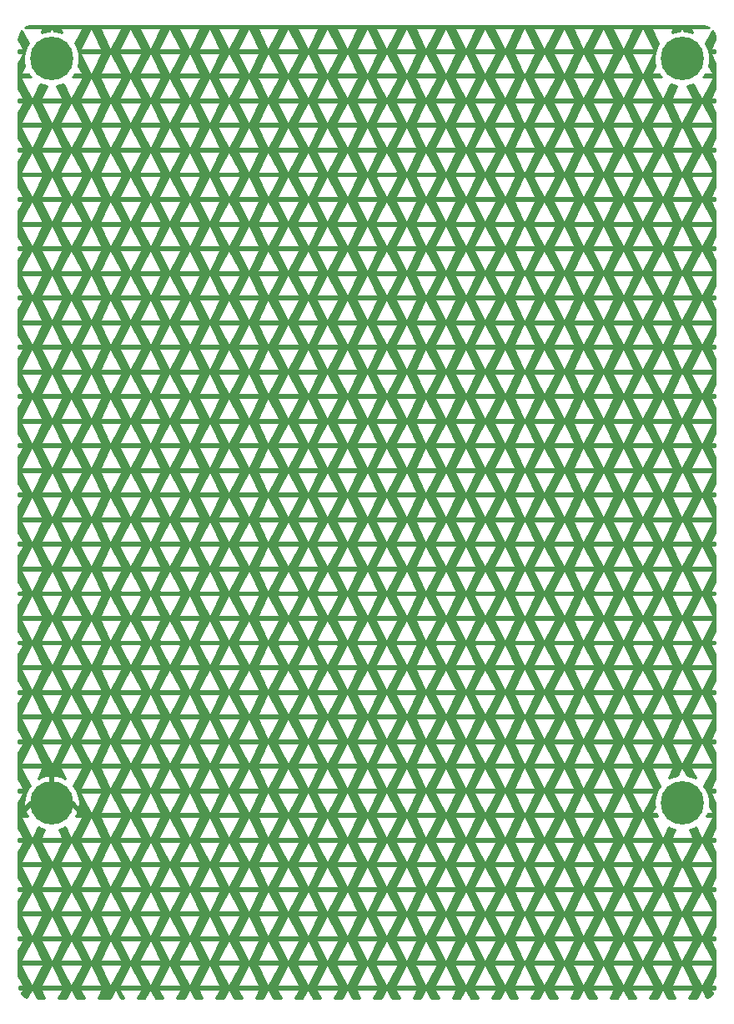
<source format=gbr>
G04 #@! TF.GenerationSoftware,KiCad,Pcbnew,5.1.5+dfsg1-2build2*
G04 #@! TF.CreationDate,2021-03-04T21:13:52+09:00*
G04 #@! TF.ProjectId,pad,7061642e-6b69-4636-9164-5f7063625858,rev?*
G04 #@! TF.SameCoordinates,Original*
G04 #@! TF.FileFunction,Copper,L1,Top*
G04 #@! TF.FilePolarity,Positive*
%FSLAX46Y46*%
G04 Gerber Fmt 4.6, Leading zero omitted, Abs format (unit mm)*
G04 Created by KiCad (PCBNEW 5.1.5+dfsg1-2build2) date 2021-03-04 21:13:52*
%MOMM*%
%LPD*%
G04 APERTURE LIST*
%ADD10C,4.400000*%
%ADD11C,0.700000*%
%ADD12C,0.500000*%
%ADD13C,0.254000*%
G04 APERTURE END LIST*
D10*
X78500000Y-58500000D03*
D11*
X80150000Y-58500000D03*
X79666726Y-59666726D03*
X78500000Y-60150000D03*
X77333274Y-59666726D03*
X76850000Y-58500000D03*
X77333274Y-57333274D03*
X78500000Y-56850000D03*
X79666726Y-57333274D03*
D10*
X142500000Y-58500000D03*
D11*
X144150000Y-58500000D03*
X143666726Y-59666726D03*
X142500000Y-60150000D03*
X141333274Y-59666726D03*
X140850000Y-58500000D03*
X141333274Y-57333274D03*
X142500000Y-56850000D03*
X143666726Y-57333274D03*
X143666726Y-132833274D03*
X142500000Y-132350000D03*
X141333274Y-132833274D03*
X140850000Y-134000000D03*
X141333274Y-135166726D03*
X142500000Y-135650000D03*
X143666726Y-135166726D03*
X144150000Y-134000000D03*
D10*
X142500000Y-134000000D03*
X78500000Y-134000000D03*
D11*
X80150000Y-134000000D03*
X79666726Y-135166726D03*
X78500000Y-135650000D03*
X77333274Y-135166726D03*
X76850000Y-134000000D03*
X77333274Y-132833274D03*
X78500000Y-132350000D03*
X79666726Y-132833274D03*
D12*
X79686402Y-132950010D02*
X79734932Y-132901480D01*
X78636412Y-134000000D02*
X79686402Y-132950010D01*
X78500000Y-134000000D02*
X78636412Y-134000000D01*
X77313598Y-132950010D02*
X77265068Y-132901480D01*
X77450010Y-132950010D02*
X77313598Y-132950010D01*
X78500000Y-134000000D02*
X77450010Y-132950010D01*
X78500000Y-134000000D02*
X78500000Y-134636412D01*
X78500000Y-134000000D02*
X78500000Y-130500000D01*
X76500000Y-134000000D02*
X75500000Y-135000000D01*
X76500000Y-134000000D02*
X78500000Y-134000000D01*
X78500000Y-134000000D02*
X80500000Y-134000000D01*
X80500000Y-134000000D02*
X81500000Y-135000000D01*
D13*
G36*
X144759659Y-55188625D02*
G01*
X145009429Y-55264035D01*
X145214362Y-55373000D01*
X143500000Y-55373000D01*
X143466456Y-55377510D01*
X143443204Y-55386408D01*
X143422134Y-55399671D01*
X143404057Y-55416789D01*
X143389667Y-55437106D01*
X143379517Y-55459839D01*
X143373997Y-55484116D01*
X143373320Y-55509003D01*
X143377510Y-55533544D01*
X143386408Y-55556796D01*
X143538878Y-55861736D01*
X143326939Y-55773948D01*
X142779223Y-55665000D01*
X142724490Y-55665000D01*
X142613592Y-55443204D01*
X142595943Y-55416789D01*
X142577866Y-55399671D01*
X142556796Y-55386408D01*
X142533544Y-55377510D01*
X142509003Y-55373320D01*
X142484116Y-55373997D01*
X142459839Y-55379517D01*
X142437106Y-55389667D01*
X142416789Y-55404057D01*
X142399671Y-55422134D01*
X142386408Y-55443204D01*
X142275510Y-55665000D01*
X142220777Y-55665000D01*
X141673061Y-55773948D01*
X141461122Y-55861736D01*
X141613592Y-55556796D01*
X141624560Y-55524776D01*
X141627000Y-55500000D01*
X141624560Y-55475224D01*
X141617333Y-55451399D01*
X141605597Y-55429443D01*
X141589803Y-55410197D01*
X141570557Y-55394403D01*
X141548601Y-55382667D01*
X141524776Y-55375440D01*
X141500000Y-55373000D01*
X139500000Y-55373000D01*
X139466456Y-55377510D01*
X139443204Y-55386408D01*
X139422134Y-55399671D01*
X139404057Y-55416789D01*
X139389667Y-55437106D01*
X139379517Y-55459839D01*
X139373997Y-55484116D01*
X139373320Y-55509003D01*
X139377510Y-55533544D01*
X139386408Y-55556796D01*
X140101433Y-56986845D01*
X139987656Y-57157124D01*
X139773948Y-57673061D01*
X139665000Y-58220777D01*
X139665000Y-58779223D01*
X139751348Y-59213323D01*
X139386408Y-59943204D01*
X139375440Y-59975224D01*
X139373000Y-60000000D01*
X139375440Y-60024776D01*
X139382667Y-60048601D01*
X139394403Y-60070557D01*
X139410197Y-60089803D01*
X139429443Y-60105597D01*
X139451399Y-60117333D01*
X139475224Y-60124560D01*
X139500000Y-60127000D01*
X140177502Y-60127000D01*
X140297912Y-60307207D01*
X140363705Y-60373000D01*
X139500000Y-60373000D01*
X139466456Y-60377510D01*
X139443204Y-60386408D01*
X139422134Y-60399671D01*
X139404057Y-60416789D01*
X139389667Y-60437106D01*
X139379517Y-60459839D01*
X139373997Y-60484116D01*
X139373320Y-60509003D01*
X139377510Y-60533544D01*
X139386408Y-60556796D01*
X140386408Y-62556796D01*
X140404057Y-62583211D01*
X140422134Y-62600329D01*
X140443204Y-62613592D01*
X140466456Y-62622490D01*
X140490997Y-62626680D01*
X140515884Y-62626003D01*
X140540161Y-62620483D01*
X140562894Y-62610333D01*
X140583211Y-62595943D01*
X140600329Y-62577866D01*
X140613592Y-62556796D01*
X141346580Y-61090819D01*
X141673061Y-61226052D01*
X141965863Y-61284294D01*
X141386408Y-62443204D01*
X141375440Y-62475224D01*
X141373000Y-62500000D01*
X141375440Y-62524776D01*
X141382667Y-62548601D01*
X141394403Y-62570557D01*
X141410197Y-62589803D01*
X141429443Y-62605597D01*
X141451399Y-62617333D01*
X141475224Y-62624560D01*
X141500000Y-62627000D01*
X143500000Y-62627000D01*
X143533544Y-62622490D01*
X143556796Y-62613592D01*
X143577866Y-62600329D01*
X143595943Y-62583211D01*
X143610333Y-62562894D01*
X143620483Y-62540161D01*
X143626003Y-62515884D01*
X143626680Y-62490997D01*
X143622490Y-62466456D01*
X143613592Y-62443204D01*
X143034137Y-61284294D01*
X143326939Y-61226052D01*
X143653420Y-61090819D01*
X144386408Y-62556796D01*
X144404057Y-62583211D01*
X144422134Y-62600329D01*
X144443204Y-62613592D01*
X144466456Y-62622490D01*
X144490997Y-62626680D01*
X144515884Y-62626003D01*
X144540161Y-62620483D01*
X144562894Y-62610333D01*
X144583211Y-62595943D01*
X144600329Y-62577866D01*
X144613592Y-62556796D01*
X145613592Y-60556796D01*
X145624560Y-60524776D01*
X145627000Y-60500000D01*
X145624560Y-60475224D01*
X145617333Y-60451399D01*
X145605597Y-60429443D01*
X145589803Y-60410197D01*
X145570557Y-60394403D01*
X145548601Y-60382667D01*
X145524776Y-60375440D01*
X145500000Y-60373000D01*
X144636295Y-60373000D01*
X144702088Y-60307207D01*
X144822498Y-60127000D01*
X145500000Y-60127000D01*
X145533544Y-60122490D01*
X145556796Y-60113592D01*
X145577866Y-60100329D01*
X145595943Y-60083211D01*
X145610333Y-60062894D01*
X145620483Y-60040161D01*
X145626003Y-60015884D01*
X145626680Y-59990997D01*
X145622490Y-59966456D01*
X145613592Y-59943204D01*
X145248652Y-59213323D01*
X145335000Y-58779223D01*
X145335000Y-58220777D01*
X145226052Y-57673061D01*
X145012344Y-57157124D01*
X144898567Y-56986845D01*
X145550619Y-55682743D01*
X145608286Y-55752450D01*
X145732378Y-55981954D01*
X145809531Y-56231195D01*
X145840001Y-56521098D01*
X145840001Y-56536018D01*
X145386408Y-57443204D01*
X145375440Y-57475224D01*
X145373000Y-57500000D01*
X145375440Y-57524776D01*
X145382667Y-57548601D01*
X145394403Y-57570557D01*
X145410197Y-57589803D01*
X145429443Y-57605597D01*
X145451399Y-57617333D01*
X145475224Y-57624560D01*
X145500000Y-57627000D01*
X145840001Y-57627000D01*
X145840001Y-57873000D01*
X145500000Y-57873000D01*
X145466456Y-57877510D01*
X145443204Y-57886408D01*
X145422134Y-57899671D01*
X145404057Y-57916789D01*
X145389667Y-57937106D01*
X145379517Y-57959839D01*
X145373997Y-57984116D01*
X145373320Y-58009003D01*
X145377510Y-58033544D01*
X145386408Y-58056796D01*
X145840001Y-58963982D01*
X145840001Y-61536018D01*
X145386408Y-62443204D01*
X145375440Y-62475224D01*
X145373000Y-62500000D01*
X145375440Y-62524776D01*
X145382667Y-62548601D01*
X145394403Y-62570557D01*
X145410197Y-62589803D01*
X145429443Y-62605597D01*
X145451399Y-62617333D01*
X145475224Y-62624560D01*
X145500000Y-62627000D01*
X145840001Y-62627000D01*
X145840001Y-62873000D01*
X145500000Y-62873000D01*
X145466456Y-62877510D01*
X145443204Y-62886408D01*
X145422134Y-62899671D01*
X145404057Y-62916789D01*
X145389667Y-62937106D01*
X145379517Y-62959839D01*
X145373997Y-62984116D01*
X145373320Y-63009003D01*
X145377510Y-63033544D01*
X145386408Y-63056796D01*
X145840001Y-63963982D01*
X145840001Y-66536018D01*
X145386408Y-67443204D01*
X145375440Y-67475224D01*
X145373000Y-67500000D01*
X145375440Y-67524776D01*
X145382667Y-67548601D01*
X145394403Y-67570557D01*
X145410197Y-67589803D01*
X145429443Y-67605597D01*
X145451399Y-67617333D01*
X145475224Y-67624560D01*
X145500000Y-67627000D01*
X145840001Y-67627000D01*
X145840001Y-67873000D01*
X145500000Y-67873000D01*
X145466456Y-67877510D01*
X145443204Y-67886408D01*
X145422134Y-67899671D01*
X145404057Y-67916789D01*
X145389667Y-67937106D01*
X145379517Y-67959839D01*
X145373997Y-67984116D01*
X145373320Y-68009003D01*
X145377510Y-68033544D01*
X145386408Y-68056796D01*
X145840001Y-68963982D01*
X145840001Y-71536018D01*
X145386408Y-72443204D01*
X145375440Y-72475224D01*
X145373000Y-72500000D01*
X145375440Y-72524776D01*
X145382667Y-72548601D01*
X145394403Y-72570557D01*
X145410197Y-72589803D01*
X145429443Y-72605597D01*
X145451399Y-72617333D01*
X145475224Y-72624560D01*
X145500000Y-72627000D01*
X145840001Y-72627000D01*
X145840001Y-72873000D01*
X145500000Y-72873000D01*
X145466456Y-72877510D01*
X145443204Y-72886408D01*
X145422134Y-72899671D01*
X145404057Y-72916789D01*
X145389667Y-72937106D01*
X145379517Y-72959839D01*
X145373997Y-72984116D01*
X145373320Y-73009003D01*
X145377510Y-73033544D01*
X145386408Y-73056796D01*
X145840001Y-73963982D01*
X145840001Y-76536018D01*
X145386408Y-77443204D01*
X145375440Y-77475224D01*
X145373000Y-77500000D01*
X145375440Y-77524776D01*
X145382667Y-77548601D01*
X145394403Y-77570557D01*
X145410197Y-77589803D01*
X145429443Y-77605597D01*
X145451399Y-77617333D01*
X145475224Y-77624560D01*
X145500000Y-77627000D01*
X145840001Y-77627000D01*
X145840001Y-77873000D01*
X145500000Y-77873000D01*
X145466456Y-77877510D01*
X145443204Y-77886408D01*
X145422134Y-77899671D01*
X145404057Y-77916789D01*
X145389667Y-77937106D01*
X145379517Y-77959839D01*
X145373997Y-77984116D01*
X145373320Y-78009003D01*
X145377510Y-78033544D01*
X145386408Y-78056796D01*
X145840001Y-78963982D01*
X145840001Y-81536019D01*
X145386408Y-82443204D01*
X145375440Y-82475224D01*
X145373000Y-82500000D01*
X145375440Y-82524776D01*
X145382667Y-82548601D01*
X145394403Y-82570557D01*
X145410197Y-82589803D01*
X145429443Y-82605597D01*
X145451399Y-82617333D01*
X145475224Y-82624560D01*
X145500000Y-82627000D01*
X145840001Y-82627000D01*
X145840001Y-82873000D01*
X145500000Y-82873000D01*
X145466456Y-82877510D01*
X145443204Y-82886408D01*
X145422134Y-82899671D01*
X145404057Y-82916789D01*
X145389667Y-82937106D01*
X145379517Y-82959839D01*
X145373997Y-82984116D01*
X145373320Y-83009003D01*
X145377510Y-83033544D01*
X145386408Y-83056796D01*
X145840001Y-83963981D01*
X145840001Y-86536019D01*
X145386408Y-87443204D01*
X145375440Y-87475224D01*
X145373000Y-87500000D01*
X145375440Y-87524776D01*
X145382667Y-87548601D01*
X145394403Y-87570557D01*
X145410197Y-87589803D01*
X145429443Y-87605597D01*
X145451399Y-87617333D01*
X145475224Y-87624560D01*
X145500000Y-87627000D01*
X145840001Y-87627000D01*
X145840001Y-87873000D01*
X145500000Y-87873000D01*
X145466456Y-87877510D01*
X145443204Y-87886408D01*
X145422134Y-87899671D01*
X145404057Y-87916789D01*
X145389667Y-87937106D01*
X145379517Y-87959839D01*
X145373997Y-87984116D01*
X145373320Y-88009003D01*
X145377510Y-88033544D01*
X145386408Y-88056796D01*
X145840001Y-88963981D01*
X145840001Y-91536019D01*
X145386408Y-92443204D01*
X145375440Y-92475224D01*
X145373000Y-92500000D01*
X145375440Y-92524776D01*
X145382667Y-92548601D01*
X145394403Y-92570557D01*
X145410197Y-92589803D01*
X145429443Y-92605597D01*
X145451399Y-92617333D01*
X145475224Y-92624560D01*
X145500000Y-92627000D01*
X145840001Y-92627000D01*
X145840001Y-92873000D01*
X145500000Y-92873000D01*
X145466456Y-92877510D01*
X145443204Y-92886408D01*
X145422134Y-92899671D01*
X145404057Y-92916789D01*
X145389667Y-92937106D01*
X145379517Y-92959839D01*
X145373997Y-92984116D01*
X145373320Y-93009003D01*
X145377510Y-93033544D01*
X145386408Y-93056796D01*
X145840001Y-93963981D01*
X145840001Y-96536019D01*
X145386408Y-97443204D01*
X145375440Y-97475224D01*
X145373000Y-97500000D01*
X145375440Y-97524776D01*
X145382667Y-97548601D01*
X145394403Y-97570557D01*
X145410197Y-97589803D01*
X145429443Y-97605597D01*
X145451399Y-97617333D01*
X145475224Y-97624560D01*
X145500000Y-97627000D01*
X145840001Y-97627000D01*
X145840001Y-97873000D01*
X145500000Y-97873000D01*
X145466456Y-97877510D01*
X145443204Y-97886408D01*
X145422134Y-97899671D01*
X145404057Y-97916789D01*
X145389667Y-97937106D01*
X145379517Y-97959839D01*
X145373997Y-97984116D01*
X145373320Y-98009003D01*
X145377510Y-98033544D01*
X145386408Y-98056796D01*
X145840001Y-98963981D01*
X145840001Y-101536019D01*
X145386408Y-102443204D01*
X145375440Y-102475224D01*
X145373000Y-102500000D01*
X145375440Y-102524776D01*
X145382667Y-102548601D01*
X145394403Y-102570557D01*
X145410197Y-102589803D01*
X145429443Y-102605597D01*
X145451399Y-102617333D01*
X145475224Y-102624560D01*
X145500000Y-102627000D01*
X145840001Y-102627000D01*
X145840001Y-102873000D01*
X145500000Y-102873000D01*
X145466456Y-102877510D01*
X145443204Y-102886408D01*
X145422134Y-102899671D01*
X145404057Y-102916789D01*
X145389667Y-102937106D01*
X145379517Y-102959839D01*
X145373997Y-102984116D01*
X145373320Y-103009003D01*
X145377510Y-103033544D01*
X145386408Y-103056796D01*
X145840001Y-103963981D01*
X145840000Y-106536019D01*
X145386408Y-107443204D01*
X145375440Y-107475224D01*
X145373000Y-107500000D01*
X145375440Y-107524776D01*
X145382667Y-107548601D01*
X145394403Y-107570557D01*
X145410197Y-107589803D01*
X145429443Y-107605597D01*
X145451399Y-107617333D01*
X145475224Y-107624560D01*
X145500000Y-107627000D01*
X145840000Y-107627000D01*
X145840000Y-107873000D01*
X145500000Y-107873000D01*
X145466456Y-107877510D01*
X145443204Y-107886408D01*
X145422134Y-107899671D01*
X145404057Y-107916789D01*
X145389667Y-107937106D01*
X145379517Y-107959839D01*
X145373997Y-107984116D01*
X145373320Y-108009003D01*
X145377510Y-108033544D01*
X145386408Y-108056796D01*
X145840000Y-108963981D01*
X145840000Y-111536019D01*
X145386408Y-112443204D01*
X145375440Y-112475224D01*
X145373000Y-112500000D01*
X145375440Y-112524776D01*
X145382667Y-112548601D01*
X145394403Y-112570557D01*
X145410197Y-112589803D01*
X145429443Y-112605597D01*
X145451399Y-112617333D01*
X145475224Y-112624560D01*
X145500000Y-112627000D01*
X145840000Y-112627000D01*
X145840000Y-112873000D01*
X145500000Y-112873000D01*
X145466456Y-112877510D01*
X145443204Y-112886408D01*
X145422134Y-112899671D01*
X145404057Y-112916789D01*
X145389667Y-112937106D01*
X145379517Y-112959839D01*
X145373997Y-112984116D01*
X145373320Y-113009003D01*
X145377510Y-113033544D01*
X145386408Y-113056796D01*
X145840000Y-113963981D01*
X145840000Y-116536019D01*
X145386408Y-117443204D01*
X145375440Y-117475224D01*
X145373000Y-117500000D01*
X145375440Y-117524776D01*
X145382667Y-117548601D01*
X145394403Y-117570557D01*
X145410197Y-117589803D01*
X145429443Y-117605597D01*
X145451399Y-117617333D01*
X145475224Y-117624560D01*
X145500000Y-117627000D01*
X145840000Y-117627000D01*
X145840000Y-117873000D01*
X145500000Y-117873000D01*
X145466456Y-117877510D01*
X145443204Y-117886408D01*
X145422134Y-117899671D01*
X145404057Y-117916789D01*
X145389667Y-117937106D01*
X145379517Y-117959839D01*
X145373997Y-117984116D01*
X145373320Y-118009003D01*
X145377510Y-118033544D01*
X145386408Y-118056796D01*
X145840000Y-118963981D01*
X145840000Y-121536019D01*
X145386408Y-122443204D01*
X145375440Y-122475224D01*
X145373000Y-122500000D01*
X145375440Y-122524776D01*
X145382667Y-122548601D01*
X145394403Y-122570557D01*
X145410197Y-122589803D01*
X145429443Y-122605597D01*
X145451399Y-122617333D01*
X145475224Y-122624560D01*
X145500000Y-122627000D01*
X145840000Y-122627000D01*
X145840000Y-122873000D01*
X145500000Y-122873000D01*
X145466456Y-122877510D01*
X145443204Y-122886408D01*
X145422134Y-122899671D01*
X145404057Y-122916789D01*
X145389667Y-122937106D01*
X145379517Y-122959839D01*
X145373997Y-122984116D01*
X145373320Y-123009003D01*
X145377510Y-123033544D01*
X145386408Y-123056796D01*
X145840000Y-123963981D01*
X145840000Y-126536019D01*
X145386408Y-127443204D01*
X145375440Y-127475224D01*
X145373000Y-127500000D01*
X145375440Y-127524776D01*
X145382667Y-127548601D01*
X145394403Y-127570557D01*
X145410197Y-127589803D01*
X145429443Y-127605597D01*
X145451399Y-127617333D01*
X145475224Y-127624560D01*
X145500000Y-127627000D01*
X145840000Y-127627000D01*
X145840000Y-127873000D01*
X145500000Y-127873000D01*
X145466456Y-127877510D01*
X145443204Y-127886408D01*
X145422134Y-127899671D01*
X145404057Y-127916789D01*
X145389667Y-127937106D01*
X145379517Y-127959839D01*
X145373997Y-127984116D01*
X145373320Y-128009003D01*
X145377510Y-128033544D01*
X145386408Y-128056796D01*
X145840000Y-128963980D01*
X145840000Y-131536020D01*
X145386408Y-132443204D01*
X145375440Y-132475224D01*
X145373000Y-132500000D01*
X145375440Y-132524776D01*
X145382667Y-132548601D01*
X145394403Y-132570557D01*
X145410197Y-132589803D01*
X145429443Y-132605597D01*
X145451399Y-132617333D01*
X145475224Y-132624560D01*
X145500000Y-132627000D01*
X145840000Y-132627000D01*
X145840000Y-132873000D01*
X145500000Y-132873000D01*
X145466456Y-132877510D01*
X145443204Y-132886408D01*
X145422134Y-132899671D01*
X145404057Y-132916789D01*
X145389667Y-132937106D01*
X145379517Y-132959839D01*
X145373997Y-132984116D01*
X145373320Y-133009003D01*
X145377510Y-133033544D01*
X145386408Y-133056796D01*
X145840000Y-133963980D01*
X145840000Y-136536020D01*
X145386408Y-137443204D01*
X145375440Y-137475224D01*
X145373000Y-137500000D01*
X145375440Y-137524776D01*
X145382667Y-137548601D01*
X145394403Y-137570557D01*
X145410197Y-137589803D01*
X145429443Y-137605597D01*
X145451399Y-137617333D01*
X145475224Y-137624560D01*
X145500000Y-137627000D01*
X145840000Y-137627000D01*
X145840000Y-137873000D01*
X145500000Y-137873000D01*
X145466456Y-137877510D01*
X145443204Y-137886408D01*
X145422134Y-137899671D01*
X145404057Y-137916789D01*
X145389667Y-137937106D01*
X145379517Y-137959839D01*
X145373997Y-137984116D01*
X145373320Y-138009003D01*
X145377510Y-138033544D01*
X145386408Y-138056796D01*
X145840000Y-138963980D01*
X145840000Y-141536020D01*
X145386408Y-142443204D01*
X145375440Y-142475224D01*
X145373000Y-142500000D01*
X145375440Y-142524776D01*
X145382667Y-142548601D01*
X145394403Y-142570557D01*
X145410197Y-142589803D01*
X145429443Y-142605597D01*
X145451399Y-142617333D01*
X145475224Y-142624560D01*
X145500000Y-142627000D01*
X145840000Y-142627000D01*
X145840000Y-142873000D01*
X145500000Y-142873000D01*
X145466456Y-142877510D01*
X145443204Y-142886408D01*
X145422134Y-142899671D01*
X145404057Y-142916789D01*
X145389667Y-142937106D01*
X145379517Y-142959839D01*
X145373997Y-142984116D01*
X145373320Y-143009003D01*
X145377510Y-143033544D01*
X145386408Y-143056796D01*
X145840000Y-143963980D01*
X145840000Y-146536020D01*
X145386408Y-147443204D01*
X145375440Y-147475224D01*
X145373000Y-147500000D01*
X145375440Y-147524776D01*
X145382667Y-147548601D01*
X145394403Y-147570557D01*
X145410197Y-147589803D01*
X145429443Y-147605597D01*
X145451399Y-147617333D01*
X145475224Y-147624560D01*
X145500000Y-147627000D01*
X145840000Y-147627000D01*
X145840000Y-147873000D01*
X145500000Y-147873000D01*
X145466456Y-147877510D01*
X145443204Y-147886408D01*
X145422134Y-147899671D01*
X145404057Y-147916789D01*
X145389667Y-147937106D01*
X145379517Y-147959839D01*
X145373997Y-147984116D01*
X145373320Y-148009003D01*
X145377510Y-148033544D01*
X145386408Y-148056796D01*
X145840000Y-148963980D01*
X145840000Y-151536020D01*
X145386408Y-152443204D01*
X145375440Y-152475224D01*
X145373000Y-152500000D01*
X145375440Y-152524776D01*
X145382667Y-152548601D01*
X145394403Y-152570557D01*
X145410197Y-152589803D01*
X145429443Y-152605597D01*
X145451399Y-152617333D01*
X145475224Y-152624560D01*
X145500000Y-152627000D01*
X145824382Y-152627000D01*
X145811375Y-152759660D01*
X145777155Y-152873000D01*
X145500000Y-152873000D01*
X145466456Y-152877510D01*
X145443204Y-152886408D01*
X145422134Y-152899671D01*
X145404057Y-152916789D01*
X145389667Y-152937106D01*
X145379517Y-152959839D01*
X145373997Y-152984116D01*
X145373320Y-153009003D01*
X145377510Y-153033544D01*
X145386408Y-153056796D01*
X145529432Y-153342844D01*
X145448579Y-153441979D01*
X145247546Y-153608288D01*
X145018046Y-153732378D01*
X145009501Y-153735023D01*
X144613592Y-152943204D01*
X144595943Y-152916789D01*
X144577866Y-152899671D01*
X144556796Y-152886408D01*
X144533544Y-152877510D01*
X144509003Y-152873320D01*
X144484116Y-152873997D01*
X144459839Y-152879517D01*
X144437106Y-152889667D01*
X144416789Y-152904057D01*
X144399671Y-152922134D01*
X144386408Y-152943204D01*
X143938010Y-153840000D01*
X143221990Y-153840000D01*
X143613592Y-153056796D01*
X143624560Y-153024776D01*
X143627000Y-153000000D01*
X143624560Y-152975224D01*
X143617333Y-152951399D01*
X143605597Y-152929443D01*
X143589803Y-152910197D01*
X143570557Y-152894403D01*
X143548601Y-152882667D01*
X143524776Y-152875440D01*
X143500000Y-152873000D01*
X141500000Y-152873000D01*
X141466456Y-152877510D01*
X141443204Y-152886408D01*
X141422134Y-152899671D01*
X141404057Y-152916789D01*
X141389667Y-152937106D01*
X141379517Y-152959839D01*
X141373997Y-152984116D01*
X141373320Y-153009003D01*
X141377510Y-153033544D01*
X141386408Y-153056796D01*
X141778010Y-153840000D01*
X141061990Y-153840000D01*
X140613592Y-152943204D01*
X140595943Y-152916789D01*
X140577866Y-152899671D01*
X140556796Y-152886408D01*
X140533544Y-152877510D01*
X140509003Y-152873320D01*
X140484116Y-152873997D01*
X140459839Y-152879517D01*
X140437106Y-152889667D01*
X140416789Y-152904057D01*
X140399671Y-152922134D01*
X140386408Y-152943204D01*
X139938010Y-153840000D01*
X139221990Y-153840000D01*
X139613592Y-153056796D01*
X139624560Y-153024776D01*
X139627000Y-153000000D01*
X139624560Y-152975224D01*
X139617333Y-152951399D01*
X139605597Y-152929443D01*
X139589803Y-152910197D01*
X139570557Y-152894403D01*
X139548601Y-152882667D01*
X139524776Y-152875440D01*
X139500000Y-152873000D01*
X137500000Y-152873000D01*
X137466456Y-152877510D01*
X137443204Y-152886408D01*
X137422134Y-152899671D01*
X137404057Y-152916789D01*
X137389667Y-152937106D01*
X137379517Y-152959839D01*
X137373997Y-152984116D01*
X137373320Y-153009003D01*
X137377510Y-153033544D01*
X137386408Y-153056796D01*
X137778010Y-153840000D01*
X137061990Y-153840000D01*
X136613592Y-152943204D01*
X136595943Y-152916789D01*
X136577866Y-152899671D01*
X136556796Y-152886408D01*
X136533544Y-152877510D01*
X136509003Y-152873320D01*
X136484116Y-152873997D01*
X136459839Y-152879517D01*
X136437106Y-152889667D01*
X136416789Y-152904057D01*
X136399671Y-152922134D01*
X136386408Y-152943204D01*
X135938010Y-153840000D01*
X135221990Y-153840000D01*
X135613592Y-153056796D01*
X135624560Y-153024776D01*
X135627000Y-153000000D01*
X135624560Y-152975224D01*
X135617333Y-152951399D01*
X135605597Y-152929443D01*
X135589803Y-152910197D01*
X135570557Y-152894403D01*
X135548601Y-152882667D01*
X135524776Y-152875440D01*
X135500000Y-152873000D01*
X133500000Y-152873000D01*
X133466456Y-152877510D01*
X133443204Y-152886408D01*
X133422134Y-152899671D01*
X133404057Y-152916789D01*
X133389667Y-152937106D01*
X133379517Y-152959839D01*
X133373997Y-152984116D01*
X133373320Y-153009003D01*
X133377510Y-153033544D01*
X133386408Y-153056796D01*
X133778010Y-153840000D01*
X133061990Y-153840000D01*
X132613592Y-152943204D01*
X132595943Y-152916789D01*
X132577866Y-152899671D01*
X132556796Y-152886408D01*
X132533544Y-152877510D01*
X132509003Y-152873320D01*
X132484116Y-152873997D01*
X132459839Y-152879517D01*
X132437106Y-152889667D01*
X132416789Y-152904057D01*
X132399671Y-152922134D01*
X132386408Y-152943204D01*
X131938010Y-153840000D01*
X131221990Y-153840000D01*
X131613592Y-153056796D01*
X131624560Y-153024776D01*
X131627000Y-153000000D01*
X131624560Y-152975224D01*
X131617333Y-152951399D01*
X131605597Y-152929443D01*
X131589803Y-152910197D01*
X131570557Y-152894403D01*
X131548601Y-152882667D01*
X131524776Y-152875440D01*
X131500000Y-152873000D01*
X129500000Y-152873000D01*
X129466456Y-152877510D01*
X129443204Y-152886408D01*
X129422134Y-152899671D01*
X129404057Y-152916789D01*
X129389667Y-152937106D01*
X129379517Y-152959839D01*
X129373997Y-152984116D01*
X129373320Y-153009003D01*
X129377510Y-153033544D01*
X129386408Y-153056796D01*
X129778010Y-153840000D01*
X129061990Y-153840000D01*
X128613592Y-152943204D01*
X128595943Y-152916789D01*
X128577866Y-152899671D01*
X128556796Y-152886408D01*
X128533544Y-152877510D01*
X128509003Y-152873320D01*
X128484116Y-152873997D01*
X128459839Y-152879517D01*
X128437106Y-152889667D01*
X128416789Y-152904057D01*
X128399671Y-152922134D01*
X128386408Y-152943204D01*
X127938010Y-153840000D01*
X127221990Y-153840000D01*
X127613592Y-153056796D01*
X127624560Y-153024776D01*
X127627000Y-153000000D01*
X127624560Y-152975224D01*
X127617333Y-152951399D01*
X127605597Y-152929443D01*
X127589803Y-152910197D01*
X127570557Y-152894403D01*
X127548601Y-152882667D01*
X127524776Y-152875440D01*
X127500000Y-152873000D01*
X125500000Y-152873000D01*
X125466456Y-152877510D01*
X125443204Y-152886408D01*
X125422134Y-152899671D01*
X125404057Y-152916789D01*
X125389667Y-152937106D01*
X125379517Y-152959839D01*
X125373997Y-152984116D01*
X125373320Y-153009003D01*
X125377510Y-153033544D01*
X125386408Y-153056796D01*
X125778010Y-153840000D01*
X125061990Y-153840000D01*
X124613592Y-152943204D01*
X124595943Y-152916789D01*
X124577866Y-152899671D01*
X124556796Y-152886408D01*
X124533544Y-152877510D01*
X124509003Y-152873320D01*
X124484116Y-152873997D01*
X124459839Y-152879517D01*
X124437106Y-152889667D01*
X124416789Y-152904057D01*
X124399671Y-152922134D01*
X124386408Y-152943204D01*
X123938010Y-153840000D01*
X123221990Y-153840000D01*
X123613592Y-153056796D01*
X123624560Y-153024776D01*
X123627000Y-153000000D01*
X123624560Y-152975224D01*
X123617333Y-152951399D01*
X123605597Y-152929443D01*
X123589803Y-152910197D01*
X123570557Y-152894403D01*
X123548601Y-152882667D01*
X123524776Y-152875440D01*
X123500000Y-152873000D01*
X121500000Y-152873000D01*
X121466456Y-152877510D01*
X121443204Y-152886408D01*
X121422134Y-152899671D01*
X121404057Y-152916789D01*
X121389667Y-152937106D01*
X121379517Y-152959839D01*
X121373997Y-152984116D01*
X121373320Y-153009003D01*
X121377510Y-153033544D01*
X121386408Y-153056796D01*
X121778010Y-153840000D01*
X121061990Y-153840000D01*
X120613592Y-152943204D01*
X120595943Y-152916789D01*
X120577866Y-152899671D01*
X120556796Y-152886408D01*
X120533544Y-152877510D01*
X120509003Y-152873320D01*
X120484116Y-152873997D01*
X120459839Y-152879517D01*
X120437106Y-152889667D01*
X120416789Y-152904057D01*
X120399671Y-152922134D01*
X120386408Y-152943204D01*
X119938010Y-153840000D01*
X119221990Y-153840000D01*
X119613592Y-153056796D01*
X119624560Y-153024776D01*
X119627000Y-153000000D01*
X119624560Y-152975224D01*
X119617333Y-152951399D01*
X119605597Y-152929443D01*
X119589803Y-152910197D01*
X119570557Y-152894403D01*
X119548601Y-152882667D01*
X119524776Y-152875440D01*
X119500000Y-152873000D01*
X117500000Y-152873000D01*
X117466456Y-152877510D01*
X117443204Y-152886408D01*
X117422134Y-152899671D01*
X117404057Y-152916789D01*
X117389667Y-152937106D01*
X117379517Y-152959839D01*
X117373997Y-152984116D01*
X117373320Y-153009003D01*
X117377510Y-153033544D01*
X117386408Y-153056796D01*
X117778010Y-153840000D01*
X117061990Y-153840000D01*
X116613592Y-152943204D01*
X116595943Y-152916789D01*
X116577866Y-152899671D01*
X116556796Y-152886408D01*
X116533544Y-152877510D01*
X116509003Y-152873320D01*
X116484116Y-152873997D01*
X116459839Y-152879517D01*
X116437106Y-152889667D01*
X116416789Y-152904057D01*
X116399671Y-152922134D01*
X116386408Y-152943204D01*
X115938010Y-153840000D01*
X115221990Y-153840000D01*
X115613592Y-153056796D01*
X115624560Y-153024776D01*
X115627000Y-153000000D01*
X115624560Y-152975224D01*
X115617333Y-152951399D01*
X115605597Y-152929443D01*
X115589803Y-152910197D01*
X115570557Y-152894403D01*
X115548601Y-152882667D01*
X115524776Y-152875440D01*
X115500000Y-152873000D01*
X113500000Y-152873000D01*
X113466456Y-152877510D01*
X113443204Y-152886408D01*
X113422134Y-152899671D01*
X113404057Y-152916789D01*
X113389667Y-152937106D01*
X113379517Y-152959839D01*
X113373997Y-152984116D01*
X113373320Y-153009003D01*
X113377510Y-153033544D01*
X113386408Y-153056796D01*
X113778010Y-153840000D01*
X113061990Y-153840000D01*
X112613592Y-152943204D01*
X112595943Y-152916789D01*
X112577866Y-152899671D01*
X112556796Y-152886408D01*
X112533544Y-152877510D01*
X112509003Y-152873320D01*
X112484116Y-152873997D01*
X112459839Y-152879517D01*
X112437106Y-152889667D01*
X112416789Y-152904057D01*
X112399671Y-152922134D01*
X112386408Y-152943204D01*
X111938010Y-153840000D01*
X111221990Y-153840000D01*
X111613592Y-153056796D01*
X111624560Y-153024776D01*
X111627000Y-153000000D01*
X111624560Y-152975224D01*
X111617333Y-152951399D01*
X111605597Y-152929443D01*
X111589803Y-152910197D01*
X111570557Y-152894403D01*
X111548601Y-152882667D01*
X111524776Y-152875440D01*
X111500000Y-152873000D01*
X109500000Y-152873000D01*
X109466456Y-152877510D01*
X109443204Y-152886408D01*
X109422134Y-152899671D01*
X109404057Y-152916789D01*
X109389667Y-152937106D01*
X109379517Y-152959839D01*
X109373997Y-152984116D01*
X109373320Y-153009003D01*
X109377510Y-153033544D01*
X109386408Y-153056796D01*
X109778010Y-153840000D01*
X109061990Y-153840000D01*
X108613592Y-152943204D01*
X108595943Y-152916789D01*
X108577866Y-152899671D01*
X108556796Y-152886408D01*
X108533544Y-152877510D01*
X108509003Y-152873320D01*
X108484116Y-152873997D01*
X108459839Y-152879517D01*
X108437106Y-152889667D01*
X108416789Y-152904057D01*
X108399671Y-152922134D01*
X108386408Y-152943204D01*
X107938010Y-153840000D01*
X107221990Y-153840000D01*
X107613592Y-153056796D01*
X107624560Y-153024776D01*
X107627000Y-153000000D01*
X107624560Y-152975224D01*
X107617333Y-152951399D01*
X107605597Y-152929443D01*
X107589803Y-152910197D01*
X107570557Y-152894403D01*
X107548601Y-152882667D01*
X107524776Y-152875440D01*
X107500000Y-152873000D01*
X105500000Y-152873000D01*
X105466456Y-152877510D01*
X105443204Y-152886408D01*
X105422134Y-152899671D01*
X105404057Y-152916789D01*
X105389667Y-152937106D01*
X105379517Y-152959839D01*
X105373997Y-152984116D01*
X105373320Y-153009003D01*
X105377510Y-153033544D01*
X105386408Y-153056796D01*
X105778010Y-153840000D01*
X105061990Y-153840000D01*
X104613592Y-152943204D01*
X104595943Y-152916789D01*
X104577866Y-152899671D01*
X104556796Y-152886408D01*
X104533544Y-152877510D01*
X104509003Y-152873320D01*
X104484116Y-152873997D01*
X104459839Y-152879517D01*
X104437106Y-152889667D01*
X104416789Y-152904057D01*
X104399671Y-152922134D01*
X104386408Y-152943204D01*
X103938010Y-153840000D01*
X103221990Y-153840000D01*
X103613592Y-153056796D01*
X103624560Y-153024776D01*
X103627000Y-153000000D01*
X103624560Y-152975224D01*
X103617333Y-152951399D01*
X103605597Y-152929443D01*
X103589803Y-152910197D01*
X103570557Y-152894403D01*
X103548601Y-152882667D01*
X103524776Y-152875440D01*
X103500000Y-152873000D01*
X101500000Y-152873000D01*
X101466456Y-152877510D01*
X101443204Y-152886408D01*
X101422134Y-152899671D01*
X101404057Y-152916789D01*
X101389667Y-152937106D01*
X101379517Y-152959839D01*
X101373997Y-152984116D01*
X101373320Y-153009003D01*
X101377510Y-153033544D01*
X101386408Y-153056796D01*
X101778010Y-153840000D01*
X101061990Y-153840000D01*
X100613592Y-152943204D01*
X100595943Y-152916789D01*
X100577866Y-152899671D01*
X100556796Y-152886408D01*
X100533544Y-152877510D01*
X100509003Y-152873320D01*
X100484116Y-152873997D01*
X100459839Y-152879517D01*
X100437106Y-152889667D01*
X100416789Y-152904057D01*
X100399671Y-152922134D01*
X100386408Y-152943204D01*
X99938010Y-153840000D01*
X99221990Y-153840000D01*
X99613592Y-153056796D01*
X99624560Y-153024776D01*
X99627000Y-153000000D01*
X99624560Y-152975224D01*
X99617333Y-152951399D01*
X99605597Y-152929443D01*
X99589803Y-152910197D01*
X99570557Y-152894403D01*
X99548601Y-152882667D01*
X99524776Y-152875440D01*
X99500000Y-152873000D01*
X97500000Y-152873000D01*
X97466456Y-152877510D01*
X97443204Y-152886408D01*
X97422134Y-152899671D01*
X97404057Y-152916789D01*
X97389667Y-152937106D01*
X97379517Y-152959839D01*
X97373997Y-152984116D01*
X97373320Y-153009003D01*
X97377510Y-153033544D01*
X97386408Y-153056796D01*
X97778010Y-153840000D01*
X97061990Y-153840000D01*
X96613592Y-152943204D01*
X96595943Y-152916789D01*
X96577866Y-152899671D01*
X96556796Y-152886408D01*
X96533544Y-152877510D01*
X96509003Y-152873320D01*
X96484116Y-152873997D01*
X96459839Y-152879517D01*
X96437106Y-152889667D01*
X96416789Y-152904057D01*
X96399671Y-152922134D01*
X96386408Y-152943204D01*
X95938010Y-153840000D01*
X95221990Y-153840000D01*
X95613592Y-153056796D01*
X95624560Y-153024776D01*
X95627000Y-153000000D01*
X95624560Y-152975224D01*
X95617333Y-152951399D01*
X95605597Y-152929443D01*
X95589803Y-152910197D01*
X95570557Y-152894403D01*
X95548601Y-152882667D01*
X95524776Y-152875440D01*
X95500000Y-152873000D01*
X93500000Y-152873000D01*
X93466456Y-152877510D01*
X93443204Y-152886408D01*
X93422134Y-152899671D01*
X93404057Y-152916789D01*
X93389667Y-152937106D01*
X93379517Y-152959839D01*
X93373997Y-152984116D01*
X93373320Y-153009003D01*
X93377510Y-153033544D01*
X93386408Y-153056796D01*
X93778010Y-153840000D01*
X93061990Y-153840000D01*
X92613592Y-152943204D01*
X92595943Y-152916789D01*
X92577866Y-152899671D01*
X92556796Y-152886408D01*
X92533544Y-152877510D01*
X92509003Y-152873320D01*
X92484116Y-152873997D01*
X92459839Y-152879517D01*
X92437106Y-152889667D01*
X92416789Y-152904057D01*
X92399671Y-152922134D01*
X92386408Y-152943204D01*
X91938010Y-153840000D01*
X91221990Y-153840000D01*
X91613592Y-153056796D01*
X91624560Y-153024776D01*
X91627000Y-153000000D01*
X91624560Y-152975224D01*
X91617333Y-152951399D01*
X91605597Y-152929443D01*
X91589803Y-152910197D01*
X91570557Y-152894403D01*
X91548601Y-152882667D01*
X91524776Y-152875440D01*
X91500000Y-152873000D01*
X89500000Y-152873000D01*
X89466456Y-152877510D01*
X89443204Y-152886408D01*
X89422134Y-152899671D01*
X89404057Y-152916789D01*
X89389667Y-152937106D01*
X89379517Y-152959839D01*
X89373997Y-152984116D01*
X89373320Y-153009003D01*
X89377510Y-153033544D01*
X89386408Y-153056796D01*
X89778010Y-153840000D01*
X89061990Y-153840000D01*
X88613592Y-152943204D01*
X88595943Y-152916789D01*
X88577866Y-152899671D01*
X88556796Y-152886408D01*
X88533544Y-152877510D01*
X88509003Y-152873320D01*
X88484116Y-152873997D01*
X88459839Y-152879517D01*
X88437106Y-152889667D01*
X88416789Y-152904057D01*
X88399671Y-152922134D01*
X88386408Y-152943204D01*
X87938010Y-153840000D01*
X87221990Y-153840000D01*
X87613592Y-153056796D01*
X87624560Y-153024776D01*
X87627000Y-153000000D01*
X87624560Y-152975224D01*
X87617333Y-152951399D01*
X87605597Y-152929443D01*
X87589803Y-152910197D01*
X87570557Y-152894403D01*
X87548601Y-152882667D01*
X87524776Y-152875440D01*
X87500000Y-152873000D01*
X85500000Y-152873000D01*
X85466456Y-152877510D01*
X85443204Y-152886408D01*
X85422134Y-152899671D01*
X85404057Y-152916789D01*
X85389667Y-152937106D01*
X85379517Y-152959839D01*
X85373997Y-152984116D01*
X85373320Y-153009003D01*
X85377510Y-153033544D01*
X85386408Y-153056796D01*
X85778010Y-153840000D01*
X85561990Y-153840000D01*
X85113592Y-152943204D01*
X85095943Y-152916789D01*
X85077866Y-152899671D01*
X85056796Y-152886408D01*
X85033544Y-152877510D01*
X85009003Y-152873320D01*
X84984116Y-152873997D01*
X84959839Y-152879517D01*
X84937106Y-152889667D01*
X84916789Y-152904057D01*
X84899671Y-152922134D01*
X84886408Y-152943204D01*
X84438010Y-153840000D01*
X83221990Y-153840000D01*
X83613592Y-153056796D01*
X83624560Y-153024776D01*
X83627000Y-153000000D01*
X83624560Y-152975224D01*
X83617333Y-152951399D01*
X83605597Y-152929443D01*
X83589803Y-152910197D01*
X83570557Y-152894403D01*
X83548601Y-152882667D01*
X83524776Y-152875440D01*
X83500000Y-152873000D01*
X81500000Y-152873000D01*
X81466456Y-152877510D01*
X81443204Y-152886408D01*
X81422134Y-152899671D01*
X81404057Y-152916789D01*
X81389667Y-152937106D01*
X81379517Y-152959839D01*
X81373997Y-152984116D01*
X81373320Y-153009003D01*
X81377510Y-153033544D01*
X81386408Y-153056796D01*
X81778010Y-153840000D01*
X81061990Y-153840000D01*
X80613592Y-152943204D01*
X80595943Y-152916789D01*
X80577866Y-152899671D01*
X80556796Y-152886408D01*
X80533544Y-152877510D01*
X80509003Y-152873320D01*
X80484116Y-152873997D01*
X80459839Y-152879517D01*
X80437106Y-152889667D01*
X80416789Y-152904057D01*
X80399671Y-152922134D01*
X80386408Y-152943204D01*
X79938010Y-153840000D01*
X79221990Y-153840000D01*
X79613592Y-153056796D01*
X79624560Y-153024776D01*
X79627000Y-153000000D01*
X79624560Y-152975224D01*
X79617333Y-152951399D01*
X79605597Y-152929443D01*
X79589803Y-152910197D01*
X79570557Y-152894403D01*
X79548601Y-152882667D01*
X79524776Y-152875440D01*
X79500000Y-152873000D01*
X77500000Y-152873000D01*
X77466456Y-152877510D01*
X77443204Y-152886408D01*
X77422134Y-152899671D01*
X77404057Y-152916789D01*
X77389667Y-152937106D01*
X77379517Y-152959839D01*
X77373997Y-152984116D01*
X77373320Y-153009003D01*
X77377510Y-153033544D01*
X77386408Y-153056796D01*
X77778010Y-153840000D01*
X77061990Y-153840000D01*
X76613592Y-152943204D01*
X76595943Y-152916789D01*
X76577866Y-152899671D01*
X76556796Y-152886408D01*
X76533544Y-152877510D01*
X76509003Y-152873320D01*
X76484116Y-152873997D01*
X76459839Y-152879517D01*
X76437106Y-152889667D01*
X76416789Y-152904057D01*
X76399671Y-152922134D01*
X76386408Y-152943204D01*
X75990142Y-153735737D01*
X75760206Y-153613477D01*
X75558021Y-153448579D01*
X75470561Y-153342858D01*
X75613592Y-153056796D01*
X75624560Y-153024776D01*
X75627000Y-153000000D01*
X75624560Y-152975224D01*
X75617333Y-152951399D01*
X75605597Y-152929443D01*
X75589803Y-152910197D01*
X75570557Y-152894403D01*
X75548601Y-152882667D01*
X75524776Y-152875440D01*
X75500000Y-152873000D01*
X75222723Y-152873000D01*
X75190469Y-152768805D01*
X75175565Y-152627000D01*
X75500000Y-152627000D01*
X75533544Y-152622490D01*
X75556796Y-152613592D01*
X75577866Y-152600329D01*
X75595943Y-152583211D01*
X75610333Y-152562894D01*
X75620483Y-152540161D01*
X75626003Y-152515884D01*
X75626680Y-152490997D01*
X75622490Y-152466456D01*
X75613592Y-152443204D01*
X75160000Y-151536020D01*
X75160000Y-150509003D01*
X75373320Y-150509003D01*
X75377510Y-150533544D01*
X75386408Y-150556796D01*
X76386408Y-152556796D01*
X76404057Y-152583211D01*
X76422134Y-152600329D01*
X76443204Y-152613592D01*
X76466456Y-152622490D01*
X76490997Y-152626680D01*
X76515884Y-152626003D01*
X76540161Y-152620483D01*
X76562894Y-152610333D01*
X76583211Y-152595943D01*
X76600329Y-152577866D01*
X76613592Y-152556796D01*
X76641990Y-152500000D01*
X77373000Y-152500000D01*
X77375440Y-152524776D01*
X77382667Y-152548601D01*
X77394403Y-152570557D01*
X77410197Y-152589803D01*
X77429443Y-152605597D01*
X77451399Y-152617333D01*
X77475224Y-152624560D01*
X77500000Y-152627000D01*
X79500000Y-152627000D01*
X79533544Y-152622490D01*
X79556796Y-152613592D01*
X79577866Y-152600329D01*
X79595943Y-152583211D01*
X79610333Y-152562894D01*
X79620483Y-152540161D01*
X79626003Y-152515884D01*
X79626680Y-152490997D01*
X79622490Y-152466456D01*
X79613592Y-152443204D01*
X78646492Y-150509003D01*
X79373320Y-150509003D01*
X79377510Y-150533544D01*
X79386408Y-150556796D01*
X80386408Y-152556796D01*
X80404057Y-152583211D01*
X80422134Y-152600329D01*
X80443204Y-152613592D01*
X80466456Y-152622490D01*
X80490997Y-152626680D01*
X80515884Y-152626003D01*
X80540161Y-152620483D01*
X80562894Y-152610333D01*
X80583211Y-152595943D01*
X80600329Y-152577866D01*
X80613592Y-152556796D01*
X80641990Y-152500000D01*
X81373000Y-152500000D01*
X81375440Y-152524776D01*
X81382667Y-152548601D01*
X81394403Y-152570557D01*
X81410197Y-152589803D01*
X81429443Y-152605597D01*
X81451399Y-152617333D01*
X81475224Y-152624560D01*
X81500000Y-152627000D01*
X83500000Y-152627000D01*
X83533544Y-152622490D01*
X83556796Y-152613592D01*
X83577866Y-152600329D01*
X83595943Y-152583211D01*
X83610333Y-152562894D01*
X83620483Y-152540161D01*
X83626003Y-152515884D01*
X83626680Y-152490997D01*
X83622490Y-152466456D01*
X83613592Y-152443204D01*
X82646492Y-150509003D01*
X83373320Y-150509003D01*
X83377510Y-150533544D01*
X83386408Y-150556796D01*
X84386408Y-152556796D01*
X84404057Y-152583211D01*
X84422134Y-152600329D01*
X84443204Y-152613592D01*
X84466456Y-152622490D01*
X84490997Y-152626680D01*
X84515884Y-152626003D01*
X84540161Y-152620483D01*
X84562894Y-152610333D01*
X84583211Y-152595943D01*
X84600329Y-152577866D01*
X84613592Y-152556796D01*
X84641990Y-152500000D01*
X85373000Y-152500000D01*
X85375440Y-152524776D01*
X85382667Y-152548601D01*
X85394403Y-152570557D01*
X85410197Y-152589803D01*
X85429443Y-152605597D01*
X85451399Y-152617333D01*
X85475224Y-152624560D01*
X85500000Y-152627000D01*
X87500000Y-152627000D01*
X87533544Y-152622490D01*
X87556796Y-152613592D01*
X87577866Y-152600329D01*
X87595943Y-152583211D01*
X87610333Y-152562894D01*
X87620483Y-152540161D01*
X87626003Y-152515884D01*
X87626680Y-152490997D01*
X87622490Y-152466456D01*
X87613592Y-152443204D01*
X86646492Y-150509003D01*
X87373320Y-150509003D01*
X87377510Y-150533544D01*
X87386408Y-150556796D01*
X88386408Y-152556796D01*
X88404057Y-152583211D01*
X88422134Y-152600329D01*
X88443204Y-152613592D01*
X88466456Y-152622490D01*
X88490997Y-152626680D01*
X88515884Y-152626003D01*
X88540161Y-152620483D01*
X88562894Y-152610333D01*
X88583211Y-152595943D01*
X88600329Y-152577866D01*
X88613592Y-152556796D01*
X88641990Y-152500000D01*
X89373000Y-152500000D01*
X89375440Y-152524776D01*
X89382667Y-152548601D01*
X89394403Y-152570557D01*
X89410197Y-152589803D01*
X89429443Y-152605597D01*
X89451399Y-152617333D01*
X89475224Y-152624560D01*
X89500000Y-152627000D01*
X91500000Y-152627000D01*
X91533544Y-152622490D01*
X91556796Y-152613592D01*
X91577866Y-152600329D01*
X91595943Y-152583211D01*
X91610333Y-152562894D01*
X91620483Y-152540161D01*
X91626003Y-152515884D01*
X91626680Y-152490997D01*
X91622490Y-152466456D01*
X91613592Y-152443204D01*
X90646492Y-150509003D01*
X91373320Y-150509003D01*
X91377510Y-150533544D01*
X91386408Y-150556796D01*
X92386408Y-152556796D01*
X92404057Y-152583211D01*
X92422134Y-152600329D01*
X92443204Y-152613592D01*
X92466456Y-152622490D01*
X92490997Y-152626680D01*
X92515884Y-152626003D01*
X92540161Y-152620483D01*
X92562894Y-152610333D01*
X92583211Y-152595943D01*
X92600329Y-152577866D01*
X92613592Y-152556796D01*
X92641990Y-152500000D01*
X93373000Y-152500000D01*
X93375440Y-152524776D01*
X93382667Y-152548601D01*
X93394403Y-152570557D01*
X93410197Y-152589803D01*
X93429443Y-152605597D01*
X93451399Y-152617333D01*
X93475224Y-152624560D01*
X93500000Y-152627000D01*
X95500000Y-152627000D01*
X95533544Y-152622490D01*
X95556796Y-152613592D01*
X95577866Y-152600329D01*
X95595943Y-152583211D01*
X95610333Y-152562894D01*
X95620483Y-152540161D01*
X95626003Y-152515884D01*
X95626680Y-152490997D01*
X95622490Y-152466456D01*
X95613592Y-152443204D01*
X94646492Y-150509003D01*
X95373320Y-150509003D01*
X95377510Y-150533544D01*
X95386408Y-150556796D01*
X96386408Y-152556796D01*
X96404057Y-152583211D01*
X96422134Y-152600329D01*
X96443204Y-152613592D01*
X96466456Y-152622490D01*
X96490997Y-152626680D01*
X96515884Y-152626003D01*
X96540161Y-152620483D01*
X96562894Y-152610333D01*
X96583211Y-152595943D01*
X96600329Y-152577866D01*
X96613592Y-152556796D01*
X96641990Y-152500000D01*
X97373000Y-152500000D01*
X97375440Y-152524776D01*
X97382667Y-152548601D01*
X97394403Y-152570557D01*
X97410197Y-152589803D01*
X97429443Y-152605597D01*
X97451399Y-152617333D01*
X97475224Y-152624560D01*
X97500000Y-152627000D01*
X99500000Y-152627000D01*
X99533544Y-152622490D01*
X99556796Y-152613592D01*
X99577866Y-152600329D01*
X99595943Y-152583211D01*
X99610333Y-152562894D01*
X99620483Y-152540161D01*
X99626003Y-152515884D01*
X99626680Y-152490997D01*
X99622490Y-152466456D01*
X99613592Y-152443204D01*
X98646492Y-150509003D01*
X99373320Y-150509003D01*
X99377510Y-150533544D01*
X99386408Y-150556796D01*
X100386408Y-152556796D01*
X100404057Y-152583211D01*
X100422134Y-152600329D01*
X100443204Y-152613592D01*
X100466456Y-152622490D01*
X100490997Y-152626680D01*
X100515884Y-152626003D01*
X100540161Y-152620483D01*
X100562894Y-152610333D01*
X100583211Y-152595943D01*
X100600329Y-152577866D01*
X100613592Y-152556796D01*
X100641990Y-152500000D01*
X101373000Y-152500000D01*
X101375440Y-152524776D01*
X101382667Y-152548601D01*
X101394403Y-152570557D01*
X101410197Y-152589803D01*
X101429443Y-152605597D01*
X101451399Y-152617333D01*
X101475224Y-152624560D01*
X101500000Y-152627000D01*
X103500000Y-152627000D01*
X103533544Y-152622490D01*
X103556796Y-152613592D01*
X103577866Y-152600329D01*
X103595943Y-152583211D01*
X103610333Y-152562894D01*
X103620483Y-152540161D01*
X103626003Y-152515884D01*
X103626680Y-152490997D01*
X103622490Y-152466456D01*
X103613592Y-152443204D01*
X102646492Y-150509003D01*
X103373320Y-150509003D01*
X103377510Y-150533544D01*
X103386408Y-150556796D01*
X104386408Y-152556796D01*
X104404057Y-152583211D01*
X104422134Y-152600329D01*
X104443204Y-152613592D01*
X104466456Y-152622490D01*
X104490997Y-152626680D01*
X104515884Y-152626003D01*
X104540161Y-152620483D01*
X104562894Y-152610333D01*
X104583211Y-152595943D01*
X104600329Y-152577866D01*
X104613592Y-152556796D01*
X104641990Y-152500000D01*
X105373000Y-152500000D01*
X105375440Y-152524776D01*
X105382667Y-152548601D01*
X105394403Y-152570557D01*
X105410197Y-152589803D01*
X105429443Y-152605597D01*
X105451399Y-152617333D01*
X105475224Y-152624560D01*
X105500000Y-152627000D01*
X107500000Y-152627000D01*
X107533544Y-152622490D01*
X107556796Y-152613592D01*
X107577866Y-152600329D01*
X107595943Y-152583211D01*
X107610333Y-152562894D01*
X107620483Y-152540161D01*
X107626003Y-152515884D01*
X107626680Y-152490997D01*
X107622490Y-152466456D01*
X107613592Y-152443204D01*
X106646492Y-150509003D01*
X107373320Y-150509003D01*
X107377510Y-150533544D01*
X107386408Y-150556796D01*
X108386408Y-152556796D01*
X108404057Y-152583211D01*
X108422134Y-152600329D01*
X108443204Y-152613592D01*
X108466456Y-152622490D01*
X108490997Y-152626680D01*
X108515884Y-152626003D01*
X108540161Y-152620483D01*
X108562894Y-152610333D01*
X108583211Y-152595943D01*
X108600329Y-152577866D01*
X108613592Y-152556796D01*
X108641990Y-152500000D01*
X109373000Y-152500000D01*
X109375440Y-152524776D01*
X109382667Y-152548601D01*
X109394403Y-152570557D01*
X109410197Y-152589803D01*
X109429443Y-152605597D01*
X109451399Y-152617333D01*
X109475224Y-152624560D01*
X109500000Y-152627000D01*
X111500000Y-152627000D01*
X111533544Y-152622490D01*
X111556796Y-152613592D01*
X111577866Y-152600329D01*
X111595943Y-152583211D01*
X111610333Y-152562894D01*
X111620483Y-152540161D01*
X111626003Y-152515884D01*
X111626680Y-152490997D01*
X111622490Y-152466456D01*
X111613592Y-152443204D01*
X110646492Y-150509003D01*
X111373320Y-150509003D01*
X111377510Y-150533544D01*
X111386408Y-150556796D01*
X112386408Y-152556796D01*
X112404057Y-152583211D01*
X112422134Y-152600329D01*
X112443204Y-152613592D01*
X112466456Y-152622490D01*
X112490997Y-152626680D01*
X112515884Y-152626003D01*
X112540161Y-152620483D01*
X112562894Y-152610333D01*
X112583211Y-152595943D01*
X112600329Y-152577866D01*
X112613592Y-152556796D01*
X112641990Y-152500000D01*
X113373000Y-152500000D01*
X113375440Y-152524776D01*
X113382667Y-152548601D01*
X113394403Y-152570557D01*
X113410197Y-152589803D01*
X113429443Y-152605597D01*
X113451399Y-152617333D01*
X113475224Y-152624560D01*
X113500000Y-152627000D01*
X115500000Y-152627000D01*
X115533544Y-152622490D01*
X115556796Y-152613592D01*
X115577866Y-152600329D01*
X115595943Y-152583211D01*
X115610333Y-152562894D01*
X115620483Y-152540161D01*
X115626003Y-152515884D01*
X115626680Y-152490997D01*
X115622490Y-152466456D01*
X115613592Y-152443204D01*
X114646492Y-150509003D01*
X115373320Y-150509003D01*
X115377510Y-150533544D01*
X115386408Y-150556796D01*
X116386408Y-152556796D01*
X116404057Y-152583211D01*
X116422134Y-152600329D01*
X116443204Y-152613592D01*
X116466456Y-152622490D01*
X116490997Y-152626680D01*
X116515884Y-152626003D01*
X116540161Y-152620483D01*
X116562894Y-152610333D01*
X116583211Y-152595943D01*
X116600329Y-152577866D01*
X116613592Y-152556796D01*
X116641990Y-152500000D01*
X117373000Y-152500000D01*
X117375440Y-152524776D01*
X117382667Y-152548601D01*
X117394403Y-152570557D01*
X117410197Y-152589803D01*
X117429443Y-152605597D01*
X117451399Y-152617333D01*
X117475224Y-152624560D01*
X117500000Y-152627000D01*
X119500000Y-152627000D01*
X119533544Y-152622490D01*
X119556796Y-152613592D01*
X119577866Y-152600329D01*
X119595943Y-152583211D01*
X119610333Y-152562894D01*
X119620483Y-152540161D01*
X119626003Y-152515884D01*
X119626680Y-152490997D01*
X119622490Y-152466456D01*
X119613592Y-152443204D01*
X118646492Y-150509003D01*
X119373320Y-150509003D01*
X119377510Y-150533544D01*
X119386408Y-150556796D01*
X120386408Y-152556796D01*
X120404057Y-152583211D01*
X120422134Y-152600329D01*
X120443204Y-152613592D01*
X120466456Y-152622490D01*
X120490997Y-152626680D01*
X120515884Y-152626003D01*
X120540161Y-152620483D01*
X120562894Y-152610333D01*
X120583211Y-152595943D01*
X120600329Y-152577866D01*
X120613592Y-152556796D01*
X120641990Y-152500000D01*
X121373000Y-152500000D01*
X121375440Y-152524776D01*
X121382667Y-152548601D01*
X121394403Y-152570557D01*
X121410197Y-152589803D01*
X121429443Y-152605597D01*
X121451399Y-152617333D01*
X121475224Y-152624560D01*
X121500000Y-152627000D01*
X123500000Y-152627000D01*
X123533544Y-152622490D01*
X123556796Y-152613592D01*
X123577866Y-152600329D01*
X123595943Y-152583211D01*
X123610333Y-152562894D01*
X123620483Y-152540161D01*
X123626003Y-152515884D01*
X123626680Y-152490997D01*
X123622490Y-152466456D01*
X123613592Y-152443204D01*
X122646492Y-150509003D01*
X123373320Y-150509003D01*
X123377510Y-150533544D01*
X123386408Y-150556796D01*
X124386408Y-152556796D01*
X124404057Y-152583211D01*
X124422134Y-152600329D01*
X124443204Y-152613592D01*
X124466456Y-152622490D01*
X124490997Y-152626680D01*
X124515884Y-152626003D01*
X124540161Y-152620483D01*
X124562894Y-152610333D01*
X124583211Y-152595943D01*
X124600329Y-152577866D01*
X124613592Y-152556796D01*
X124641990Y-152500000D01*
X125373000Y-152500000D01*
X125375440Y-152524776D01*
X125382667Y-152548601D01*
X125394403Y-152570557D01*
X125410197Y-152589803D01*
X125429443Y-152605597D01*
X125451399Y-152617333D01*
X125475224Y-152624560D01*
X125500000Y-152627000D01*
X127500000Y-152627000D01*
X127533544Y-152622490D01*
X127556796Y-152613592D01*
X127577866Y-152600329D01*
X127595943Y-152583211D01*
X127610333Y-152562894D01*
X127620483Y-152540161D01*
X127626003Y-152515884D01*
X127626680Y-152490997D01*
X127622490Y-152466456D01*
X127613592Y-152443204D01*
X126646492Y-150509003D01*
X127373320Y-150509003D01*
X127377510Y-150533544D01*
X127386408Y-150556796D01*
X128386408Y-152556796D01*
X128404057Y-152583211D01*
X128422134Y-152600329D01*
X128443204Y-152613592D01*
X128466456Y-152622490D01*
X128490997Y-152626680D01*
X128515884Y-152626003D01*
X128540161Y-152620483D01*
X128562894Y-152610333D01*
X128583211Y-152595943D01*
X128600329Y-152577866D01*
X128613592Y-152556796D01*
X128641990Y-152500000D01*
X129373000Y-152500000D01*
X129375440Y-152524776D01*
X129382667Y-152548601D01*
X129394403Y-152570557D01*
X129410197Y-152589803D01*
X129429443Y-152605597D01*
X129451399Y-152617333D01*
X129475224Y-152624560D01*
X129500000Y-152627000D01*
X131500000Y-152627000D01*
X131533544Y-152622490D01*
X131556796Y-152613592D01*
X131577866Y-152600329D01*
X131595943Y-152583211D01*
X131610333Y-152562894D01*
X131620483Y-152540161D01*
X131626003Y-152515884D01*
X131626680Y-152490997D01*
X131622490Y-152466456D01*
X131613592Y-152443204D01*
X130646492Y-150509003D01*
X131373320Y-150509003D01*
X131377510Y-150533544D01*
X131386408Y-150556796D01*
X132386408Y-152556796D01*
X132404057Y-152583211D01*
X132422134Y-152600329D01*
X132443204Y-152613592D01*
X132466456Y-152622490D01*
X132490997Y-152626680D01*
X132515884Y-152626003D01*
X132540161Y-152620483D01*
X132562894Y-152610333D01*
X132583211Y-152595943D01*
X132600329Y-152577866D01*
X132613592Y-152556796D01*
X132641990Y-152500000D01*
X133373000Y-152500000D01*
X133375440Y-152524776D01*
X133382667Y-152548601D01*
X133394403Y-152570557D01*
X133410197Y-152589803D01*
X133429443Y-152605597D01*
X133451399Y-152617333D01*
X133475224Y-152624560D01*
X133500000Y-152627000D01*
X135500000Y-152627000D01*
X135533544Y-152622490D01*
X135556796Y-152613592D01*
X135577866Y-152600329D01*
X135595943Y-152583211D01*
X135610333Y-152562894D01*
X135620483Y-152540161D01*
X135626003Y-152515884D01*
X135626680Y-152490997D01*
X135622490Y-152466456D01*
X135613592Y-152443204D01*
X134646492Y-150509003D01*
X135373320Y-150509003D01*
X135377510Y-150533544D01*
X135386408Y-150556796D01*
X136386408Y-152556796D01*
X136404057Y-152583211D01*
X136422134Y-152600329D01*
X136443204Y-152613592D01*
X136466456Y-152622490D01*
X136490997Y-152626680D01*
X136515884Y-152626003D01*
X136540161Y-152620483D01*
X136562894Y-152610333D01*
X136583211Y-152595943D01*
X136600329Y-152577866D01*
X136613592Y-152556796D01*
X136641990Y-152500000D01*
X137373000Y-152500000D01*
X137375440Y-152524776D01*
X137382667Y-152548601D01*
X137394403Y-152570557D01*
X137410197Y-152589803D01*
X137429443Y-152605597D01*
X137451399Y-152617333D01*
X137475224Y-152624560D01*
X137500000Y-152627000D01*
X139500000Y-152627000D01*
X139533544Y-152622490D01*
X139556796Y-152613592D01*
X139577866Y-152600329D01*
X139595943Y-152583211D01*
X139610333Y-152562894D01*
X139620483Y-152540161D01*
X139626003Y-152515884D01*
X139626680Y-152490997D01*
X139622490Y-152466456D01*
X139613592Y-152443204D01*
X138646492Y-150509003D01*
X139373320Y-150509003D01*
X139377510Y-150533544D01*
X139386408Y-150556796D01*
X140386408Y-152556796D01*
X140404057Y-152583211D01*
X140422134Y-152600329D01*
X140443204Y-152613592D01*
X140466456Y-152622490D01*
X140490997Y-152626680D01*
X140515884Y-152626003D01*
X140540161Y-152620483D01*
X140562894Y-152610333D01*
X140583211Y-152595943D01*
X140600329Y-152577866D01*
X140613592Y-152556796D01*
X140641990Y-152500000D01*
X141373000Y-152500000D01*
X141375440Y-152524776D01*
X141382667Y-152548601D01*
X141394403Y-152570557D01*
X141410197Y-152589803D01*
X141429443Y-152605597D01*
X141451399Y-152617333D01*
X141475224Y-152624560D01*
X141500000Y-152627000D01*
X143500000Y-152627000D01*
X143533544Y-152622490D01*
X143556796Y-152613592D01*
X143577866Y-152600329D01*
X143595943Y-152583211D01*
X143610333Y-152562894D01*
X143620483Y-152540161D01*
X143626003Y-152515884D01*
X143626680Y-152490997D01*
X143622490Y-152466456D01*
X143613592Y-152443204D01*
X142646492Y-150509003D01*
X143373320Y-150509003D01*
X143377510Y-150533544D01*
X143386408Y-150556796D01*
X144386408Y-152556796D01*
X144404057Y-152583211D01*
X144422134Y-152600329D01*
X144443204Y-152613592D01*
X144466456Y-152622490D01*
X144490997Y-152626680D01*
X144515884Y-152626003D01*
X144540161Y-152620483D01*
X144562894Y-152610333D01*
X144583211Y-152595943D01*
X144600329Y-152577866D01*
X144613592Y-152556796D01*
X145613592Y-150556796D01*
X145624560Y-150524776D01*
X145627000Y-150500000D01*
X145624560Y-150475224D01*
X145617333Y-150451399D01*
X145605597Y-150429443D01*
X145589803Y-150410197D01*
X145570557Y-150394403D01*
X145548601Y-150382667D01*
X145524776Y-150375440D01*
X145500000Y-150373000D01*
X143500000Y-150373000D01*
X143466456Y-150377510D01*
X143443204Y-150386408D01*
X143422134Y-150399671D01*
X143404057Y-150416789D01*
X143389667Y-150437106D01*
X143379517Y-150459839D01*
X143373997Y-150484116D01*
X143373320Y-150509003D01*
X142646492Y-150509003D01*
X142613592Y-150443204D01*
X142595943Y-150416789D01*
X142577866Y-150399671D01*
X142556796Y-150386408D01*
X142533544Y-150377510D01*
X142509003Y-150373320D01*
X142484116Y-150373997D01*
X142459839Y-150379517D01*
X142437106Y-150389667D01*
X142416789Y-150404057D01*
X142399671Y-150422134D01*
X142386408Y-150443204D01*
X141386408Y-152443204D01*
X141375440Y-152475224D01*
X141373000Y-152500000D01*
X140641990Y-152500000D01*
X141613592Y-150556796D01*
X141624560Y-150524776D01*
X141627000Y-150500000D01*
X141624560Y-150475224D01*
X141617333Y-150451399D01*
X141605597Y-150429443D01*
X141589803Y-150410197D01*
X141570557Y-150394403D01*
X141548601Y-150382667D01*
X141524776Y-150375440D01*
X141500000Y-150373000D01*
X139500000Y-150373000D01*
X139466456Y-150377510D01*
X139443204Y-150386408D01*
X139422134Y-150399671D01*
X139404057Y-150416789D01*
X139389667Y-150437106D01*
X139379517Y-150459839D01*
X139373997Y-150484116D01*
X139373320Y-150509003D01*
X138646492Y-150509003D01*
X138613592Y-150443204D01*
X138595943Y-150416789D01*
X138577866Y-150399671D01*
X138556796Y-150386408D01*
X138533544Y-150377510D01*
X138509003Y-150373320D01*
X138484116Y-150373997D01*
X138459839Y-150379517D01*
X138437106Y-150389667D01*
X138416789Y-150404057D01*
X138399671Y-150422134D01*
X138386408Y-150443204D01*
X137386408Y-152443204D01*
X137375440Y-152475224D01*
X137373000Y-152500000D01*
X136641990Y-152500000D01*
X137613592Y-150556796D01*
X137624560Y-150524776D01*
X137627000Y-150500000D01*
X137624560Y-150475224D01*
X137617333Y-150451399D01*
X137605597Y-150429443D01*
X137589803Y-150410197D01*
X137570557Y-150394403D01*
X137548601Y-150382667D01*
X137524776Y-150375440D01*
X137500000Y-150373000D01*
X135500000Y-150373000D01*
X135466456Y-150377510D01*
X135443204Y-150386408D01*
X135422134Y-150399671D01*
X135404057Y-150416789D01*
X135389667Y-150437106D01*
X135379517Y-150459839D01*
X135373997Y-150484116D01*
X135373320Y-150509003D01*
X134646492Y-150509003D01*
X134613592Y-150443204D01*
X134595943Y-150416789D01*
X134577866Y-150399671D01*
X134556796Y-150386408D01*
X134533544Y-150377510D01*
X134509003Y-150373320D01*
X134484116Y-150373997D01*
X134459839Y-150379517D01*
X134437106Y-150389667D01*
X134416789Y-150404057D01*
X134399671Y-150422134D01*
X134386408Y-150443204D01*
X133386408Y-152443204D01*
X133375440Y-152475224D01*
X133373000Y-152500000D01*
X132641990Y-152500000D01*
X133613592Y-150556796D01*
X133624560Y-150524776D01*
X133627000Y-150500000D01*
X133624560Y-150475224D01*
X133617333Y-150451399D01*
X133605597Y-150429443D01*
X133589803Y-150410197D01*
X133570557Y-150394403D01*
X133548601Y-150382667D01*
X133524776Y-150375440D01*
X133500000Y-150373000D01*
X131500000Y-150373000D01*
X131466456Y-150377510D01*
X131443204Y-150386408D01*
X131422134Y-150399671D01*
X131404057Y-150416789D01*
X131389667Y-150437106D01*
X131379517Y-150459839D01*
X131373997Y-150484116D01*
X131373320Y-150509003D01*
X130646492Y-150509003D01*
X130613592Y-150443204D01*
X130595943Y-150416789D01*
X130577866Y-150399671D01*
X130556796Y-150386408D01*
X130533544Y-150377510D01*
X130509003Y-150373320D01*
X130484116Y-150373997D01*
X130459839Y-150379517D01*
X130437106Y-150389667D01*
X130416789Y-150404057D01*
X130399671Y-150422134D01*
X130386408Y-150443204D01*
X129386408Y-152443204D01*
X129375440Y-152475224D01*
X129373000Y-152500000D01*
X128641990Y-152500000D01*
X129613592Y-150556796D01*
X129624560Y-150524776D01*
X129627000Y-150500000D01*
X129624560Y-150475224D01*
X129617333Y-150451399D01*
X129605597Y-150429443D01*
X129589803Y-150410197D01*
X129570557Y-150394403D01*
X129548601Y-150382667D01*
X129524776Y-150375440D01*
X129500000Y-150373000D01*
X127500000Y-150373000D01*
X127466456Y-150377510D01*
X127443204Y-150386408D01*
X127422134Y-150399671D01*
X127404057Y-150416789D01*
X127389667Y-150437106D01*
X127379517Y-150459839D01*
X127373997Y-150484116D01*
X127373320Y-150509003D01*
X126646492Y-150509003D01*
X126613592Y-150443204D01*
X126595943Y-150416789D01*
X126577866Y-150399671D01*
X126556796Y-150386408D01*
X126533544Y-150377510D01*
X126509003Y-150373320D01*
X126484116Y-150373997D01*
X126459839Y-150379517D01*
X126437106Y-150389667D01*
X126416789Y-150404057D01*
X126399671Y-150422134D01*
X126386408Y-150443204D01*
X125386408Y-152443204D01*
X125375440Y-152475224D01*
X125373000Y-152500000D01*
X124641990Y-152500000D01*
X125613592Y-150556796D01*
X125624560Y-150524776D01*
X125627000Y-150500000D01*
X125624560Y-150475224D01*
X125617333Y-150451399D01*
X125605597Y-150429443D01*
X125589803Y-150410197D01*
X125570557Y-150394403D01*
X125548601Y-150382667D01*
X125524776Y-150375440D01*
X125500000Y-150373000D01*
X123500000Y-150373000D01*
X123466456Y-150377510D01*
X123443204Y-150386408D01*
X123422134Y-150399671D01*
X123404057Y-150416789D01*
X123389667Y-150437106D01*
X123379517Y-150459839D01*
X123373997Y-150484116D01*
X123373320Y-150509003D01*
X122646492Y-150509003D01*
X122613592Y-150443204D01*
X122595943Y-150416789D01*
X122577866Y-150399671D01*
X122556796Y-150386408D01*
X122533544Y-150377510D01*
X122509003Y-150373320D01*
X122484116Y-150373997D01*
X122459839Y-150379517D01*
X122437106Y-150389667D01*
X122416789Y-150404057D01*
X122399671Y-150422134D01*
X122386408Y-150443204D01*
X121386408Y-152443204D01*
X121375440Y-152475224D01*
X121373000Y-152500000D01*
X120641990Y-152500000D01*
X121613592Y-150556796D01*
X121624560Y-150524776D01*
X121627000Y-150500000D01*
X121624560Y-150475224D01*
X121617333Y-150451399D01*
X121605597Y-150429443D01*
X121589803Y-150410197D01*
X121570557Y-150394403D01*
X121548601Y-150382667D01*
X121524776Y-150375440D01*
X121500000Y-150373000D01*
X119500000Y-150373000D01*
X119466456Y-150377510D01*
X119443204Y-150386408D01*
X119422134Y-150399671D01*
X119404057Y-150416789D01*
X119389667Y-150437106D01*
X119379517Y-150459839D01*
X119373997Y-150484116D01*
X119373320Y-150509003D01*
X118646492Y-150509003D01*
X118613592Y-150443204D01*
X118595943Y-150416789D01*
X118577866Y-150399671D01*
X118556796Y-150386408D01*
X118533544Y-150377510D01*
X118509003Y-150373320D01*
X118484116Y-150373997D01*
X118459839Y-150379517D01*
X118437106Y-150389667D01*
X118416789Y-150404057D01*
X118399671Y-150422134D01*
X118386408Y-150443204D01*
X117386408Y-152443204D01*
X117375440Y-152475224D01*
X117373000Y-152500000D01*
X116641990Y-152500000D01*
X117613592Y-150556796D01*
X117624560Y-150524776D01*
X117627000Y-150500000D01*
X117624560Y-150475224D01*
X117617333Y-150451399D01*
X117605597Y-150429443D01*
X117589803Y-150410197D01*
X117570557Y-150394403D01*
X117548601Y-150382667D01*
X117524776Y-150375440D01*
X117500000Y-150373000D01*
X115500000Y-150373000D01*
X115466456Y-150377510D01*
X115443204Y-150386408D01*
X115422134Y-150399671D01*
X115404057Y-150416789D01*
X115389667Y-150437106D01*
X115379517Y-150459839D01*
X115373997Y-150484116D01*
X115373320Y-150509003D01*
X114646492Y-150509003D01*
X114613592Y-150443204D01*
X114595943Y-150416789D01*
X114577866Y-150399671D01*
X114556796Y-150386408D01*
X114533544Y-150377510D01*
X114509003Y-150373320D01*
X114484116Y-150373997D01*
X114459839Y-150379517D01*
X114437106Y-150389667D01*
X114416789Y-150404057D01*
X114399671Y-150422134D01*
X114386408Y-150443204D01*
X113386408Y-152443204D01*
X113375440Y-152475224D01*
X113373000Y-152500000D01*
X112641990Y-152500000D01*
X113613592Y-150556796D01*
X113624560Y-150524776D01*
X113627000Y-150500000D01*
X113624560Y-150475224D01*
X113617333Y-150451399D01*
X113605597Y-150429443D01*
X113589803Y-150410197D01*
X113570557Y-150394403D01*
X113548601Y-150382667D01*
X113524776Y-150375440D01*
X113500000Y-150373000D01*
X111500000Y-150373000D01*
X111466456Y-150377510D01*
X111443204Y-150386408D01*
X111422134Y-150399671D01*
X111404057Y-150416789D01*
X111389667Y-150437106D01*
X111379517Y-150459839D01*
X111373997Y-150484116D01*
X111373320Y-150509003D01*
X110646492Y-150509003D01*
X110613592Y-150443204D01*
X110595943Y-150416789D01*
X110577866Y-150399671D01*
X110556796Y-150386408D01*
X110533544Y-150377510D01*
X110509003Y-150373320D01*
X110484116Y-150373997D01*
X110459839Y-150379517D01*
X110437106Y-150389667D01*
X110416789Y-150404057D01*
X110399671Y-150422134D01*
X110386408Y-150443204D01*
X109386408Y-152443204D01*
X109375440Y-152475224D01*
X109373000Y-152500000D01*
X108641990Y-152500000D01*
X109613592Y-150556796D01*
X109624560Y-150524776D01*
X109627000Y-150500000D01*
X109624560Y-150475224D01*
X109617333Y-150451399D01*
X109605597Y-150429443D01*
X109589803Y-150410197D01*
X109570557Y-150394403D01*
X109548601Y-150382667D01*
X109524776Y-150375440D01*
X109500000Y-150373000D01*
X107500000Y-150373000D01*
X107466456Y-150377510D01*
X107443204Y-150386408D01*
X107422134Y-150399671D01*
X107404057Y-150416789D01*
X107389667Y-150437106D01*
X107379517Y-150459839D01*
X107373997Y-150484116D01*
X107373320Y-150509003D01*
X106646492Y-150509003D01*
X106613592Y-150443204D01*
X106595943Y-150416789D01*
X106577866Y-150399671D01*
X106556796Y-150386408D01*
X106533544Y-150377510D01*
X106509003Y-150373320D01*
X106484116Y-150373997D01*
X106459839Y-150379517D01*
X106437106Y-150389667D01*
X106416789Y-150404057D01*
X106399671Y-150422134D01*
X106386408Y-150443204D01*
X105386408Y-152443204D01*
X105375440Y-152475224D01*
X105373000Y-152500000D01*
X104641990Y-152500000D01*
X105613592Y-150556796D01*
X105624560Y-150524776D01*
X105627000Y-150500000D01*
X105624560Y-150475224D01*
X105617333Y-150451399D01*
X105605597Y-150429443D01*
X105589803Y-150410197D01*
X105570557Y-150394403D01*
X105548601Y-150382667D01*
X105524776Y-150375440D01*
X105500000Y-150373000D01*
X103500000Y-150373000D01*
X103466456Y-150377510D01*
X103443204Y-150386408D01*
X103422134Y-150399671D01*
X103404057Y-150416789D01*
X103389667Y-150437106D01*
X103379517Y-150459839D01*
X103373997Y-150484116D01*
X103373320Y-150509003D01*
X102646492Y-150509003D01*
X102613592Y-150443204D01*
X102595943Y-150416789D01*
X102577866Y-150399671D01*
X102556796Y-150386408D01*
X102533544Y-150377510D01*
X102509003Y-150373320D01*
X102484116Y-150373997D01*
X102459839Y-150379517D01*
X102437106Y-150389667D01*
X102416789Y-150404057D01*
X102399671Y-150422134D01*
X102386408Y-150443204D01*
X101386408Y-152443204D01*
X101375440Y-152475224D01*
X101373000Y-152500000D01*
X100641990Y-152500000D01*
X101613592Y-150556796D01*
X101624560Y-150524776D01*
X101627000Y-150500000D01*
X101624560Y-150475224D01*
X101617333Y-150451399D01*
X101605597Y-150429443D01*
X101589803Y-150410197D01*
X101570557Y-150394403D01*
X101548601Y-150382667D01*
X101524776Y-150375440D01*
X101500000Y-150373000D01*
X99500000Y-150373000D01*
X99466456Y-150377510D01*
X99443204Y-150386408D01*
X99422134Y-150399671D01*
X99404057Y-150416789D01*
X99389667Y-150437106D01*
X99379517Y-150459839D01*
X99373997Y-150484116D01*
X99373320Y-150509003D01*
X98646492Y-150509003D01*
X98613592Y-150443204D01*
X98595943Y-150416789D01*
X98577866Y-150399671D01*
X98556796Y-150386408D01*
X98533544Y-150377510D01*
X98509003Y-150373320D01*
X98484116Y-150373997D01*
X98459839Y-150379517D01*
X98437106Y-150389667D01*
X98416789Y-150404057D01*
X98399671Y-150422134D01*
X98386408Y-150443204D01*
X97386408Y-152443204D01*
X97375440Y-152475224D01*
X97373000Y-152500000D01*
X96641990Y-152500000D01*
X97613592Y-150556796D01*
X97624560Y-150524776D01*
X97627000Y-150500000D01*
X97624560Y-150475224D01*
X97617333Y-150451399D01*
X97605597Y-150429443D01*
X97589803Y-150410197D01*
X97570557Y-150394403D01*
X97548601Y-150382667D01*
X97524776Y-150375440D01*
X97500000Y-150373000D01*
X95500000Y-150373000D01*
X95466456Y-150377510D01*
X95443204Y-150386408D01*
X95422134Y-150399671D01*
X95404057Y-150416789D01*
X95389667Y-150437106D01*
X95379517Y-150459839D01*
X95373997Y-150484116D01*
X95373320Y-150509003D01*
X94646492Y-150509003D01*
X94613592Y-150443204D01*
X94595943Y-150416789D01*
X94577866Y-150399671D01*
X94556796Y-150386408D01*
X94533544Y-150377510D01*
X94509003Y-150373320D01*
X94484116Y-150373997D01*
X94459839Y-150379517D01*
X94437106Y-150389667D01*
X94416789Y-150404057D01*
X94399671Y-150422134D01*
X94386408Y-150443204D01*
X93386408Y-152443204D01*
X93375440Y-152475224D01*
X93373000Y-152500000D01*
X92641990Y-152500000D01*
X93613592Y-150556796D01*
X93624560Y-150524776D01*
X93627000Y-150500000D01*
X93624560Y-150475224D01*
X93617333Y-150451399D01*
X93605597Y-150429443D01*
X93589803Y-150410197D01*
X93570557Y-150394403D01*
X93548601Y-150382667D01*
X93524776Y-150375440D01*
X93500000Y-150373000D01*
X91500000Y-150373000D01*
X91466456Y-150377510D01*
X91443204Y-150386408D01*
X91422134Y-150399671D01*
X91404057Y-150416789D01*
X91389667Y-150437106D01*
X91379517Y-150459839D01*
X91373997Y-150484116D01*
X91373320Y-150509003D01*
X90646492Y-150509003D01*
X90613592Y-150443204D01*
X90595943Y-150416789D01*
X90577866Y-150399671D01*
X90556796Y-150386408D01*
X90533544Y-150377510D01*
X90509003Y-150373320D01*
X90484116Y-150373997D01*
X90459839Y-150379517D01*
X90437106Y-150389667D01*
X90416789Y-150404057D01*
X90399671Y-150422134D01*
X90386408Y-150443204D01*
X89386408Y-152443204D01*
X89375440Y-152475224D01*
X89373000Y-152500000D01*
X88641990Y-152500000D01*
X89613592Y-150556796D01*
X89624560Y-150524776D01*
X89627000Y-150500000D01*
X89624560Y-150475224D01*
X89617333Y-150451399D01*
X89605597Y-150429443D01*
X89589803Y-150410197D01*
X89570557Y-150394403D01*
X89548601Y-150382667D01*
X89524776Y-150375440D01*
X89500000Y-150373000D01*
X87500000Y-150373000D01*
X87466456Y-150377510D01*
X87443204Y-150386408D01*
X87422134Y-150399671D01*
X87404057Y-150416789D01*
X87389667Y-150437106D01*
X87379517Y-150459839D01*
X87373997Y-150484116D01*
X87373320Y-150509003D01*
X86646492Y-150509003D01*
X86613592Y-150443204D01*
X86595943Y-150416789D01*
X86577866Y-150399671D01*
X86556796Y-150386408D01*
X86533544Y-150377510D01*
X86509003Y-150373320D01*
X86484116Y-150373997D01*
X86459839Y-150379517D01*
X86437106Y-150389667D01*
X86416789Y-150404057D01*
X86399671Y-150422134D01*
X86386408Y-150443204D01*
X85386408Y-152443204D01*
X85375440Y-152475224D01*
X85373000Y-152500000D01*
X84641990Y-152500000D01*
X85613592Y-150556796D01*
X85624560Y-150524776D01*
X85627000Y-150500000D01*
X85624560Y-150475224D01*
X85617333Y-150451399D01*
X85605597Y-150429443D01*
X85589803Y-150410197D01*
X85570557Y-150394403D01*
X85548601Y-150382667D01*
X85524776Y-150375440D01*
X85500000Y-150373000D01*
X83500000Y-150373000D01*
X83466456Y-150377510D01*
X83443204Y-150386408D01*
X83422134Y-150399671D01*
X83404057Y-150416789D01*
X83389667Y-150437106D01*
X83379517Y-150459839D01*
X83373997Y-150484116D01*
X83373320Y-150509003D01*
X82646492Y-150509003D01*
X82613592Y-150443204D01*
X82595943Y-150416789D01*
X82577866Y-150399671D01*
X82556796Y-150386408D01*
X82533544Y-150377510D01*
X82509003Y-150373320D01*
X82484116Y-150373997D01*
X82459839Y-150379517D01*
X82437106Y-150389667D01*
X82416789Y-150404057D01*
X82399671Y-150422134D01*
X82386408Y-150443204D01*
X81386408Y-152443204D01*
X81375440Y-152475224D01*
X81373000Y-152500000D01*
X80641990Y-152500000D01*
X81613592Y-150556796D01*
X81624560Y-150524776D01*
X81627000Y-150500000D01*
X81624560Y-150475224D01*
X81617333Y-150451399D01*
X81605597Y-150429443D01*
X81589803Y-150410197D01*
X81570557Y-150394403D01*
X81548601Y-150382667D01*
X81524776Y-150375440D01*
X81500000Y-150373000D01*
X79500000Y-150373000D01*
X79466456Y-150377510D01*
X79443204Y-150386408D01*
X79422134Y-150399671D01*
X79404057Y-150416789D01*
X79389667Y-150437106D01*
X79379517Y-150459839D01*
X79373997Y-150484116D01*
X79373320Y-150509003D01*
X78646492Y-150509003D01*
X78613592Y-150443204D01*
X78595943Y-150416789D01*
X78577866Y-150399671D01*
X78556796Y-150386408D01*
X78533544Y-150377510D01*
X78509003Y-150373320D01*
X78484116Y-150373997D01*
X78459839Y-150379517D01*
X78437106Y-150389667D01*
X78416789Y-150404057D01*
X78399671Y-150422134D01*
X78386408Y-150443204D01*
X77386408Y-152443204D01*
X77375440Y-152475224D01*
X77373000Y-152500000D01*
X76641990Y-152500000D01*
X77613592Y-150556796D01*
X77624560Y-150524776D01*
X77627000Y-150500000D01*
X77624560Y-150475224D01*
X77617333Y-150451399D01*
X77605597Y-150429443D01*
X77589803Y-150410197D01*
X77570557Y-150394403D01*
X77548601Y-150382667D01*
X77524776Y-150375440D01*
X77500000Y-150373000D01*
X75500000Y-150373000D01*
X75466456Y-150377510D01*
X75443204Y-150386408D01*
X75422134Y-150399671D01*
X75404057Y-150416789D01*
X75389667Y-150437106D01*
X75379517Y-150459839D01*
X75373997Y-150484116D01*
X75373320Y-150509003D01*
X75160000Y-150509003D01*
X75160000Y-150000000D01*
X75373000Y-150000000D01*
X75375440Y-150024776D01*
X75382667Y-150048601D01*
X75394403Y-150070557D01*
X75410197Y-150089803D01*
X75429443Y-150105597D01*
X75451399Y-150117333D01*
X75475224Y-150124560D01*
X75500000Y-150127000D01*
X77500000Y-150127000D01*
X77533544Y-150122490D01*
X77556796Y-150113592D01*
X77577866Y-150100329D01*
X77595943Y-150083211D01*
X77610333Y-150062894D01*
X77620483Y-150040161D01*
X77626003Y-150015884D01*
X77626680Y-149990997D01*
X77622490Y-149966456D01*
X77613592Y-149943204D01*
X76646492Y-148009003D01*
X77373320Y-148009003D01*
X77377510Y-148033544D01*
X77386408Y-148056796D01*
X78386408Y-150056796D01*
X78404057Y-150083211D01*
X78422134Y-150100329D01*
X78443204Y-150113592D01*
X78466456Y-150122490D01*
X78490997Y-150126680D01*
X78515884Y-150126003D01*
X78540161Y-150120483D01*
X78562894Y-150110333D01*
X78583211Y-150095943D01*
X78600329Y-150077866D01*
X78613592Y-150056796D01*
X78641990Y-150000000D01*
X79373000Y-150000000D01*
X79375440Y-150024776D01*
X79382667Y-150048601D01*
X79394403Y-150070557D01*
X79410197Y-150089803D01*
X79429443Y-150105597D01*
X79451399Y-150117333D01*
X79475224Y-150124560D01*
X79500000Y-150127000D01*
X81500000Y-150127000D01*
X81533544Y-150122490D01*
X81556796Y-150113592D01*
X81577866Y-150100329D01*
X81595943Y-150083211D01*
X81610333Y-150062894D01*
X81620483Y-150040161D01*
X81626003Y-150015884D01*
X81626680Y-149990997D01*
X81622490Y-149966456D01*
X81613592Y-149943204D01*
X80646492Y-148009003D01*
X81373320Y-148009003D01*
X81377510Y-148033544D01*
X81386408Y-148056796D01*
X82386408Y-150056796D01*
X82404057Y-150083211D01*
X82422134Y-150100329D01*
X82443204Y-150113592D01*
X82466456Y-150122490D01*
X82490997Y-150126680D01*
X82515884Y-150126003D01*
X82540161Y-150120483D01*
X82562894Y-150110333D01*
X82583211Y-150095943D01*
X82600329Y-150077866D01*
X82613592Y-150056796D01*
X82641990Y-150000000D01*
X83373000Y-150000000D01*
X83375440Y-150024776D01*
X83382667Y-150048601D01*
X83394403Y-150070557D01*
X83410197Y-150089803D01*
X83429443Y-150105597D01*
X83451399Y-150117333D01*
X83475224Y-150124560D01*
X83500000Y-150127000D01*
X85500000Y-150127000D01*
X85533544Y-150122490D01*
X85556796Y-150113592D01*
X85577866Y-150100329D01*
X85595943Y-150083211D01*
X85610333Y-150062894D01*
X85620483Y-150040161D01*
X85626003Y-150015884D01*
X85626680Y-149990997D01*
X85622490Y-149966456D01*
X85613592Y-149943204D01*
X84646492Y-148009003D01*
X85373320Y-148009003D01*
X85377510Y-148033544D01*
X85386408Y-148056796D01*
X86386408Y-150056796D01*
X86404057Y-150083211D01*
X86422134Y-150100329D01*
X86443204Y-150113592D01*
X86466456Y-150122490D01*
X86490997Y-150126680D01*
X86515884Y-150126003D01*
X86540161Y-150120483D01*
X86562894Y-150110333D01*
X86583211Y-150095943D01*
X86600329Y-150077866D01*
X86613592Y-150056796D01*
X86641990Y-150000000D01*
X87373000Y-150000000D01*
X87375440Y-150024776D01*
X87382667Y-150048601D01*
X87394403Y-150070557D01*
X87410197Y-150089803D01*
X87429443Y-150105597D01*
X87451399Y-150117333D01*
X87475224Y-150124560D01*
X87500000Y-150127000D01*
X89500000Y-150127000D01*
X89533544Y-150122490D01*
X89556796Y-150113592D01*
X89577866Y-150100329D01*
X89595943Y-150083211D01*
X89610333Y-150062894D01*
X89620483Y-150040161D01*
X89626003Y-150015884D01*
X89626680Y-149990997D01*
X89622490Y-149966456D01*
X89613592Y-149943204D01*
X88646492Y-148009003D01*
X89373320Y-148009003D01*
X89377510Y-148033544D01*
X89386408Y-148056796D01*
X90386408Y-150056796D01*
X90404057Y-150083211D01*
X90422134Y-150100329D01*
X90443204Y-150113592D01*
X90466456Y-150122490D01*
X90490997Y-150126680D01*
X90515884Y-150126003D01*
X90540161Y-150120483D01*
X90562894Y-150110333D01*
X90583211Y-150095943D01*
X90600329Y-150077866D01*
X90613592Y-150056796D01*
X90641990Y-150000000D01*
X91373000Y-150000000D01*
X91375440Y-150024776D01*
X91382667Y-150048601D01*
X91394403Y-150070557D01*
X91410197Y-150089803D01*
X91429443Y-150105597D01*
X91451399Y-150117333D01*
X91475224Y-150124560D01*
X91500000Y-150127000D01*
X93500000Y-150127000D01*
X93533544Y-150122490D01*
X93556796Y-150113592D01*
X93577866Y-150100329D01*
X93595943Y-150083211D01*
X93610333Y-150062894D01*
X93620483Y-150040161D01*
X93626003Y-150015884D01*
X93626680Y-149990997D01*
X93622490Y-149966456D01*
X93613592Y-149943204D01*
X92646492Y-148009003D01*
X93373320Y-148009003D01*
X93377510Y-148033544D01*
X93386408Y-148056796D01*
X94386408Y-150056796D01*
X94404057Y-150083211D01*
X94422134Y-150100329D01*
X94443204Y-150113592D01*
X94466456Y-150122490D01*
X94490997Y-150126680D01*
X94515884Y-150126003D01*
X94540161Y-150120483D01*
X94562894Y-150110333D01*
X94583211Y-150095943D01*
X94600329Y-150077866D01*
X94613592Y-150056796D01*
X94641990Y-150000000D01*
X95373000Y-150000000D01*
X95375440Y-150024776D01*
X95382667Y-150048601D01*
X95394403Y-150070557D01*
X95410197Y-150089803D01*
X95429443Y-150105597D01*
X95451399Y-150117333D01*
X95475224Y-150124560D01*
X95500000Y-150127000D01*
X97500000Y-150127000D01*
X97533544Y-150122490D01*
X97556796Y-150113592D01*
X97577866Y-150100329D01*
X97595943Y-150083211D01*
X97610333Y-150062894D01*
X97620483Y-150040161D01*
X97626003Y-150015884D01*
X97626680Y-149990997D01*
X97622490Y-149966456D01*
X97613592Y-149943204D01*
X96646492Y-148009003D01*
X97373320Y-148009003D01*
X97377510Y-148033544D01*
X97386408Y-148056796D01*
X98386408Y-150056796D01*
X98404057Y-150083211D01*
X98422134Y-150100329D01*
X98443204Y-150113592D01*
X98466456Y-150122490D01*
X98490997Y-150126680D01*
X98515884Y-150126003D01*
X98540161Y-150120483D01*
X98562894Y-150110333D01*
X98583211Y-150095943D01*
X98600329Y-150077866D01*
X98613592Y-150056796D01*
X98641990Y-150000000D01*
X99373000Y-150000000D01*
X99375440Y-150024776D01*
X99382667Y-150048601D01*
X99394403Y-150070557D01*
X99410197Y-150089803D01*
X99429443Y-150105597D01*
X99451399Y-150117333D01*
X99475224Y-150124560D01*
X99500000Y-150127000D01*
X101500000Y-150127000D01*
X101533544Y-150122490D01*
X101556796Y-150113592D01*
X101577866Y-150100329D01*
X101595943Y-150083211D01*
X101610333Y-150062894D01*
X101620483Y-150040161D01*
X101626003Y-150015884D01*
X101626680Y-149990997D01*
X101622490Y-149966456D01*
X101613592Y-149943204D01*
X100646492Y-148009003D01*
X101373320Y-148009003D01*
X101377510Y-148033544D01*
X101386408Y-148056796D01*
X102386408Y-150056796D01*
X102404057Y-150083211D01*
X102422134Y-150100329D01*
X102443204Y-150113592D01*
X102466456Y-150122490D01*
X102490997Y-150126680D01*
X102515884Y-150126003D01*
X102540161Y-150120483D01*
X102562894Y-150110333D01*
X102583211Y-150095943D01*
X102600329Y-150077866D01*
X102613592Y-150056796D01*
X102641990Y-150000000D01*
X103373000Y-150000000D01*
X103375440Y-150024776D01*
X103382667Y-150048601D01*
X103394403Y-150070557D01*
X103410197Y-150089803D01*
X103429443Y-150105597D01*
X103451399Y-150117333D01*
X103475224Y-150124560D01*
X103500000Y-150127000D01*
X105500000Y-150127000D01*
X105533544Y-150122490D01*
X105556796Y-150113592D01*
X105577866Y-150100329D01*
X105595943Y-150083211D01*
X105610333Y-150062894D01*
X105620483Y-150040161D01*
X105626003Y-150015884D01*
X105626680Y-149990997D01*
X105622490Y-149966456D01*
X105613592Y-149943204D01*
X104646492Y-148009003D01*
X105373320Y-148009003D01*
X105377510Y-148033544D01*
X105386408Y-148056796D01*
X106386408Y-150056796D01*
X106404057Y-150083211D01*
X106422134Y-150100329D01*
X106443204Y-150113592D01*
X106466456Y-150122490D01*
X106490997Y-150126680D01*
X106515884Y-150126003D01*
X106540161Y-150120483D01*
X106562894Y-150110333D01*
X106583211Y-150095943D01*
X106600329Y-150077866D01*
X106613592Y-150056796D01*
X106641990Y-150000000D01*
X107373000Y-150000000D01*
X107375440Y-150024776D01*
X107382667Y-150048601D01*
X107394403Y-150070557D01*
X107410197Y-150089803D01*
X107429443Y-150105597D01*
X107451399Y-150117333D01*
X107475224Y-150124560D01*
X107500000Y-150127000D01*
X109500000Y-150127000D01*
X109533544Y-150122490D01*
X109556796Y-150113592D01*
X109577866Y-150100329D01*
X109595943Y-150083211D01*
X109610333Y-150062894D01*
X109620483Y-150040161D01*
X109626003Y-150015884D01*
X109626680Y-149990997D01*
X109622490Y-149966456D01*
X109613592Y-149943204D01*
X108646492Y-148009003D01*
X109373320Y-148009003D01*
X109377510Y-148033544D01*
X109386408Y-148056796D01*
X110386408Y-150056796D01*
X110404057Y-150083211D01*
X110422134Y-150100329D01*
X110443204Y-150113592D01*
X110466456Y-150122490D01*
X110490997Y-150126680D01*
X110515884Y-150126003D01*
X110540161Y-150120483D01*
X110562894Y-150110333D01*
X110583211Y-150095943D01*
X110600329Y-150077866D01*
X110613592Y-150056796D01*
X110641990Y-150000000D01*
X111373000Y-150000000D01*
X111375440Y-150024776D01*
X111382667Y-150048601D01*
X111394403Y-150070557D01*
X111410197Y-150089803D01*
X111429443Y-150105597D01*
X111451399Y-150117333D01*
X111475224Y-150124560D01*
X111500000Y-150127000D01*
X113500000Y-150127000D01*
X113533544Y-150122490D01*
X113556796Y-150113592D01*
X113577866Y-150100329D01*
X113595943Y-150083211D01*
X113610333Y-150062894D01*
X113620483Y-150040161D01*
X113626003Y-150015884D01*
X113626680Y-149990997D01*
X113622490Y-149966456D01*
X113613592Y-149943204D01*
X112646492Y-148009003D01*
X113373320Y-148009003D01*
X113377510Y-148033544D01*
X113386408Y-148056796D01*
X114386408Y-150056796D01*
X114404057Y-150083211D01*
X114422134Y-150100329D01*
X114443204Y-150113592D01*
X114466456Y-150122490D01*
X114490997Y-150126680D01*
X114515884Y-150126003D01*
X114540161Y-150120483D01*
X114562894Y-150110333D01*
X114583211Y-150095943D01*
X114600329Y-150077866D01*
X114613592Y-150056796D01*
X114641990Y-150000000D01*
X115373000Y-150000000D01*
X115375440Y-150024776D01*
X115382667Y-150048601D01*
X115394403Y-150070557D01*
X115410197Y-150089803D01*
X115429443Y-150105597D01*
X115451399Y-150117333D01*
X115475224Y-150124560D01*
X115500000Y-150127000D01*
X117500000Y-150127000D01*
X117533544Y-150122490D01*
X117556796Y-150113592D01*
X117577866Y-150100329D01*
X117595943Y-150083211D01*
X117610333Y-150062894D01*
X117620483Y-150040161D01*
X117626003Y-150015884D01*
X117626680Y-149990997D01*
X117622490Y-149966456D01*
X117613592Y-149943204D01*
X116646492Y-148009003D01*
X117373320Y-148009003D01*
X117377510Y-148033544D01*
X117386408Y-148056796D01*
X118386408Y-150056796D01*
X118404057Y-150083211D01*
X118422134Y-150100329D01*
X118443204Y-150113592D01*
X118466456Y-150122490D01*
X118490997Y-150126680D01*
X118515884Y-150126003D01*
X118540161Y-150120483D01*
X118562894Y-150110333D01*
X118583211Y-150095943D01*
X118600329Y-150077866D01*
X118613592Y-150056796D01*
X118641990Y-150000000D01*
X119373000Y-150000000D01*
X119375440Y-150024776D01*
X119382667Y-150048601D01*
X119394403Y-150070557D01*
X119410197Y-150089803D01*
X119429443Y-150105597D01*
X119451399Y-150117333D01*
X119475224Y-150124560D01*
X119500000Y-150127000D01*
X121500000Y-150127000D01*
X121533544Y-150122490D01*
X121556796Y-150113592D01*
X121577866Y-150100329D01*
X121595943Y-150083211D01*
X121610333Y-150062894D01*
X121620483Y-150040161D01*
X121626003Y-150015884D01*
X121626680Y-149990997D01*
X121622490Y-149966456D01*
X121613592Y-149943204D01*
X120646492Y-148009003D01*
X121373320Y-148009003D01*
X121377510Y-148033544D01*
X121386408Y-148056796D01*
X122386408Y-150056796D01*
X122404057Y-150083211D01*
X122422134Y-150100329D01*
X122443204Y-150113592D01*
X122466456Y-150122490D01*
X122490997Y-150126680D01*
X122515884Y-150126003D01*
X122540161Y-150120483D01*
X122562894Y-150110333D01*
X122583211Y-150095943D01*
X122600329Y-150077866D01*
X122613592Y-150056796D01*
X122641990Y-150000000D01*
X123373000Y-150000000D01*
X123375440Y-150024776D01*
X123382667Y-150048601D01*
X123394403Y-150070557D01*
X123410197Y-150089803D01*
X123429443Y-150105597D01*
X123451399Y-150117333D01*
X123475224Y-150124560D01*
X123500000Y-150127000D01*
X125500000Y-150127000D01*
X125533544Y-150122490D01*
X125556796Y-150113592D01*
X125577866Y-150100329D01*
X125595943Y-150083211D01*
X125610333Y-150062894D01*
X125620483Y-150040161D01*
X125626003Y-150015884D01*
X125626680Y-149990997D01*
X125622490Y-149966456D01*
X125613592Y-149943204D01*
X124646492Y-148009003D01*
X125373320Y-148009003D01*
X125377510Y-148033544D01*
X125386408Y-148056796D01*
X126386408Y-150056796D01*
X126404057Y-150083211D01*
X126422134Y-150100329D01*
X126443204Y-150113592D01*
X126466456Y-150122490D01*
X126490997Y-150126680D01*
X126515884Y-150126003D01*
X126540161Y-150120483D01*
X126562894Y-150110333D01*
X126583211Y-150095943D01*
X126600329Y-150077866D01*
X126613592Y-150056796D01*
X126641990Y-150000000D01*
X127373000Y-150000000D01*
X127375440Y-150024776D01*
X127382667Y-150048601D01*
X127394403Y-150070557D01*
X127410197Y-150089803D01*
X127429443Y-150105597D01*
X127451399Y-150117333D01*
X127475224Y-150124560D01*
X127500000Y-150127000D01*
X129500000Y-150127000D01*
X129533544Y-150122490D01*
X129556796Y-150113592D01*
X129577866Y-150100329D01*
X129595943Y-150083211D01*
X129610333Y-150062894D01*
X129620483Y-150040161D01*
X129626003Y-150015884D01*
X129626680Y-149990997D01*
X129622490Y-149966456D01*
X129613592Y-149943204D01*
X128646492Y-148009003D01*
X129373320Y-148009003D01*
X129377510Y-148033544D01*
X129386408Y-148056796D01*
X130386408Y-150056796D01*
X130404057Y-150083211D01*
X130422134Y-150100329D01*
X130443204Y-150113592D01*
X130466456Y-150122490D01*
X130490997Y-150126680D01*
X130515884Y-150126003D01*
X130540161Y-150120483D01*
X130562894Y-150110333D01*
X130583211Y-150095943D01*
X130600329Y-150077866D01*
X130613592Y-150056796D01*
X130641990Y-150000000D01*
X131373000Y-150000000D01*
X131375440Y-150024776D01*
X131382667Y-150048601D01*
X131394403Y-150070557D01*
X131410197Y-150089803D01*
X131429443Y-150105597D01*
X131451399Y-150117333D01*
X131475224Y-150124560D01*
X131500000Y-150127000D01*
X133500000Y-150127000D01*
X133533544Y-150122490D01*
X133556796Y-150113592D01*
X133577866Y-150100329D01*
X133595943Y-150083211D01*
X133610333Y-150062894D01*
X133620483Y-150040161D01*
X133626003Y-150015884D01*
X133626680Y-149990997D01*
X133622490Y-149966456D01*
X133613592Y-149943204D01*
X132646492Y-148009003D01*
X133373320Y-148009003D01*
X133377510Y-148033544D01*
X133386408Y-148056796D01*
X134386408Y-150056796D01*
X134404057Y-150083211D01*
X134422134Y-150100329D01*
X134443204Y-150113592D01*
X134466456Y-150122490D01*
X134490997Y-150126680D01*
X134515884Y-150126003D01*
X134540161Y-150120483D01*
X134562894Y-150110333D01*
X134583211Y-150095943D01*
X134600329Y-150077866D01*
X134613592Y-150056796D01*
X134641990Y-150000000D01*
X135373000Y-150000000D01*
X135375440Y-150024776D01*
X135382667Y-150048601D01*
X135394403Y-150070557D01*
X135410197Y-150089803D01*
X135429443Y-150105597D01*
X135451399Y-150117333D01*
X135475224Y-150124560D01*
X135500000Y-150127000D01*
X137500000Y-150127000D01*
X137533544Y-150122490D01*
X137556796Y-150113592D01*
X137577866Y-150100329D01*
X137595943Y-150083211D01*
X137610333Y-150062894D01*
X137620483Y-150040161D01*
X137626003Y-150015884D01*
X137626680Y-149990997D01*
X137622490Y-149966456D01*
X137613592Y-149943204D01*
X136646492Y-148009003D01*
X137373320Y-148009003D01*
X137377510Y-148033544D01*
X137386408Y-148056796D01*
X138386408Y-150056796D01*
X138404057Y-150083211D01*
X138422134Y-150100329D01*
X138443204Y-150113592D01*
X138466456Y-150122490D01*
X138490997Y-150126680D01*
X138515884Y-150126003D01*
X138540161Y-150120483D01*
X138562894Y-150110333D01*
X138583211Y-150095943D01*
X138600329Y-150077866D01*
X138613592Y-150056796D01*
X138641990Y-150000000D01*
X139373000Y-150000000D01*
X139375440Y-150024776D01*
X139382667Y-150048601D01*
X139394403Y-150070557D01*
X139410197Y-150089803D01*
X139429443Y-150105597D01*
X139451399Y-150117333D01*
X139475224Y-150124560D01*
X139500000Y-150127000D01*
X141500000Y-150127000D01*
X141533544Y-150122490D01*
X141556796Y-150113592D01*
X141577866Y-150100329D01*
X141595943Y-150083211D01*
X141610333Y-150062894D01*
X141620483Y-150040161D01*
X141626003Y-150015884D01*
X141626680Y-149990997D01*
X141622490Y-149966456D01*
X141613592Y-149943204D01*
X140646492Y-148009003D01*
X141373320Y-148009003D01*
X141377510Y-148033544D01*
X141386408Y-148056796D01*
X142386408Y-150056796D01*
X142404057Y-150083211D01*
X142422134Y-150100329D01*
X142443204Y-150113592D01*
X142466456Y-150122490D01*
X142490997Y-150126680D01*
X142515884Y-150126003D01*
X142540161Y-150120483D01*
X142562894Y-150110333D01*
X142583211Y-150095943D01*
X142600329Y-150077866D01*
X142613592Y-150056796D01*
X142641990Y-150000000D01*
X143373000Y-150000000D01*
X143375440Y-150024776D01*
X143382667Y-150048601D01*
X143394403Y-150070557D01*
X143410197Y-150089803D01*
X143429443Y-150105597D01*
X143451399Y-150117333D01*
X143475224Y-150124560D01*
X143500000Y-150127000D01*
X145500000Y-150127000D01*
X145533544Y-150122490D01*
X145556796Y-150113592D01*
X145577866Y-150100329D01*
X145595943Y-150083211D01*
X145610333Y-150062894D01*
X145620483Y-150040161D01*
X145626003Y-150015884D01*
X145626680Y-149990997D01*
X145622490Y-149966456D01*
X145613592Y-149943204D01*
X144613592Y-147943204D01*
X144595943Y-147916789D01*
X144577866Y-147899671D01*
X144556796Y-147886408D01*
X144533544Y-147877510D01*
X144509003Y-147873320D01*
X144484116Y-147873997D01*
X144459839Y-147879517D01*
X144437106Y-147889667D01*
X144416789Y-147904057D01*
X144399671Y-147922134D01*
X144386408Y-147943204D01*
X143386408Y-149943204D01*
X143375440Y-149975224D01*
X143373000Y-150000000D01*
X142641990Y-150000000D01*
X143613592Y-148056796D01*
X143624560Y-148024776D01*
X143627000Y-148000000D01*
X143624560Y-147975224D01*
X143617333Y-147951399D01*
X143605597Y-147929443D01*
X143589803Y-147910197D01*
X143570557Y-147894403D01*
X143548601Y-147882667D01*
X143524776Y-147875440D01*
X143500000Y-147873000D01*
X141500000Y-147873000D01*
X141466456Y-147877510D01*
X141443204Y-147886408D01*
X141422134Y-147899671D01*
X141404057Y-147916789D01*
X141389667Y-147937106D01*
X141379517Y-147959839D01*
X141373997Y-147984116D01*
X141373320Y-148009003D01*
X140646492Y-148009003D01*
X140613592Y-147943204D01*
X140595943Y-147916789D01*
X140577866Y-147899671D01*
X140556796Y-147886408D01*
X140533544Y-147877510D01*
X140509003Y-147873320D01*
X140484116Y-147873997D01*
X140459839Y-147879517D01*
X140437106Y-147889667D01*
X140416789Y-147904057D01*
X140399671Y-147922134D01*
X140386408Y-147943204D01*
X139386408Y-149943204D01*
X139375440Y-149975224D01*
X139373000Y-150000000D01*
X138641990Y-150000000D01*
X139613592Y-148056796D01*
X139624560Y-148024776D01*
X139627000Y-148000000D01*
X139624560Y-147975224D01*
X139617333Y-147951399D01*
X139605597Y-147929443D01*
X139589803Y-147910197D01*
X139570557Y-147894403D01*
X139548601Y-147882667D01*
X139524776Y-147875440D01*
X139500000Y-147873000D01*
X137500000Y-147873000D01*
X137466456Y-147877510D01*
X137443204Y-147886408D01*
X137422134Y-147899671D01*
X137404057Y-147916789D01*
X137389667Y-147937106D01*
X137379517Y-147959839D01*
X137373997Y-147984116D01*
X137373320Y-148009003D01*
X136646492Y-148009003D01*
X136613592Y-147943204D01*
X136595943Y-147916789D01*
X136577866Y-147899671D01*
X136556796Y-147886408D01*
X136533544Y-147877510D01*
X136509003Y-147873320D01*
X136484116Y-147873997D01*
X136459839Y-147879517D01*
X136437106Y-147889667D01*
X136416789Y-147904057D01*
X136399671Y-147922134D01*
X136386408Y-147943204D01*
X135386408Y-149943204D01*
X135375440Y-149975224D01*
X135373000Y-150000000D01*
X134641990Y-150000000D01*
X135613592Y-148056796D01*
X135624560Y-148024776D01*
X135627000Y-148000000D01*
X135624560Y-147975224D01*
X135617333Y-147951399D01*
X135605597Y-147929443D01*
X135589803Y-147910197D01*
X135570557Y-147894403D01*
X135548601Y-147882667D01*
X135524776Y-147875440D01*
X135500000Y-147873000D01*
X133500000Y-147873000D01*
X133466456Y-147877510D01*
X133443204Y-147886408D01*
X133422134Y-147899671D01*
X133404057Y-147916789D01*
X133389667Y-147937106D01*
X133379517Y-147959839D01*
X133373997Y-147984116D01*
X133373320Y-148009003D01*
X132646492Y-148009003D01*
X132613592Y-147943204D01*
X132595943Y-147916789D01*
X132577866Y-147899671D01*
X132556796Y-147886408D01*
X132533544Y-147877510D01*
X132509003Y-147873320D01*
X132484116Y-147873997D01*
X132459839Y-147879517D01*
X132437106Y-147889667D01*
X132416789Y-147904057D01*
X132399671Y-147922134D01*
X132386408Y-147943204D01*
X131386408Y-149943204D01*
X131375440Y-149975224D01*
X131373000Y-150000000D01*
X130641990Y-150000000D01*
X131613592Y-148056796D01*
X131624560Y-148024776D01*
X131627000Y-148000000D01*
X131624560Y-147975224D01*
X131617333Y-147951399D01*
X131605597Y-147929443D01*
X131589803Y-147910197D01*
X131570557Y-147894403D01*
X131548601Y-147882667D01*
X131524776Y-147875440D01*
X131500000Y-147873000D01*
X129500000Y-147873000D01*
X129466456Y-147877510D01*
X129443204Y-147886408D01*
X129422134Y-147899671D01*
X129404057Y-147916789D01*
X129389667Y-147937106D01*
X129379517Y-147959839D01*
X129373997Y-147984116D01*
X129373320Y-148009003D01*
X128646492Y-148009003D01*
X128613592Y-147943204D01*
X128595943Y-147916789D01*
X128577866Y-147899671D01*
X128556796Y-147886408D01*
X128533544Y-147877510D01*
X128509003Y-147873320D01*
X128484116Y-147873997D01*
X128459839Y-147879517D01*
X128437106Y-147889667D01*
X128416789Y-147904057D01*
X128399671Y-147922134D01*
X128386408Y-147943204D01*
X127386408Y-149943204D01*
X127375440Y-149975224D01*
X127373000Y-150000000D01*
X126641990Y-150000000D01*
X127613592Y-148056796D01*
X127624560Y-148024776D01*
X127627000Y-148000000D01*
X127624560Y-147975224D01*
X127617333Y-147951399D01*
X127605597Y-147929443D01*
X127589803Y-147910197D01*
X127570557Y-147894403D01*
X127548601Y-147882667D01*
X127524776Y-147875440D01*
X127500000Y-147873000D01*
X125500000Y-147873000D01*
X125466456Y-147877510D01*
X125443204Y-147886408D01*
X125422134Y-147899671D01*
X125404057Y-147916789D01*
X125389667Y-147937106D01*
X125379517Y-147959839D01*
X125373997Y-147984116D01*
X125373320Y-148009003D01*
X124646492Y-148009003D01*
X124613592Y-147943204D01*
X124595943Y-147916789D01*
X124577866Y-147899671D01*
X124556796Y-147886408D01*
X124533544Y-147877510D01*
X124509003Y-147873320D01*
X124484116Y-147873997D01*
X124459839Y-147879517D01*
X124437106Y-147889667D01*
X124416789Y-147904057D01*
X124399671Y-147922134D01*
X124386408Y-147943204D01*
X123386408Y-149943204D01*
X123375440Y-149975224D01*
X123373000Y-150000000D01*
X122641990Y-150000000D01*
X123613592Y-148056796D01*
X123624560Y-148024776D01*
X123627000Y-148000000D01*
X123624560Y-147975224D01*
X123617333Y-147951399D01*
X123605597Y-147929443D01*
X123589803Y-147910197D01*
X123570557Y-147894403D01*
X123548601Y-147882667D01*
X123524776Y-147875440D01*
X123500000Y-147873000D01*
X121500000Y-147873000D01*
X121466456Y-147877510D01*
X121443204Y-147886408D01*
X121422134Y-147899671D01*
X121404057Y-147916789D01*
X121389667Y-147937106D01*
X121379517Y-147959839D01*
X121373997Y-147984116D01*
X121373320Y-148009003D01*
X120646492Y-148009003D01*
X120613592Y-147943204D01*
X120595943Y-147916789D01*
X120577866Y-147899671D01*
X120556796Y-147886408D01*
X120533544Y-147877510D01*
X120509003Y-147873320D01*
X120484116Y-147873997D01*
X120459839Y-147879517D01*
X120437106Y-147889667D01*
X120416789Y-147904057D01*
X120399671Y-147922134D01*
X120386408Y-147943204D01*
X119386408Y-149943204D01*
X119375440Y-149975224D01*
X119373000Y-150000000D01*
X118641990Y-150000000D01*
X119613592Y-148056796D01*
X119624560Y-148024776D01*
X119627000Y-148000000D01*
X119624560Y-147975224D01*
X119617333Y-147951399D01*
X119605597Y-147929443D01*
X119589803Y-147910197D01*
X119570557Y-147894403D01*
X119548601Y-147882667D01*
X119524776Y-147875440D01*
X119500000Y-147873000D01*
X117500000Y-147873000D01*
X117466456Y-147877510D01*
X117443204Y-147886408D01*
X117422134Y-147899671D01*
X117404057Y-147916789D01*
X117389667Y-147937106D01*
X117379517Y-147959839D01*
X117373997Y-147984116D01*
X117373320Y-148009003D01*
X116646492Y-148009003D01*
X116613592Y-147943204D01*
X116595943Y-147916789D01*
X116577866Y-147899671D01*
X116556796Y-147886408D01*
X116533544Y-147877510D01*
X116509003Y-147873320D01*
X116484116Y-147873997D01*
X116459839Y-147879517D01*
X116437106Y-147889667D01*
X116416789Y-147904057D01*
X116399671Y-147922134D01*
X116386408Y-147943204D01*
X115386408Y-149943204D01*
X115375440Y-149975224D01*
X115373000Y-150000000D01*
X114641990Y-150000000D01*
X115613592Y-148056796D01*
X115624560Y-148024776D01*
X115627000Y-148000000D01*
X115624560Y-147975224D01*
X115617333Y-147951399D01*
X115605597Y-147929443D01*
X115589803Y-147910197D01*
X115570557Y-147894403D01*
X115548601Y-147882667D01*
X115524776Y-147875440D01*
X115500000Y-147873000D01*
X113500000Y-147873000D01*
X113466456Y-147877510D01*
X113443204Y-147886408D01*
X113422134Y-147899671D01*
X113404057Y-147916789D01*
X113389667Y-147937106D01*
X113379517Y-147959839D01*
X113373997Y-147984116D01*
X113373320Y-148009003D01*
X112646492Y-148009003D01*
X112613592Y-147943204D01*
X112595943Y-147916789D01*
X112577866Y-147899671D01*
X112556796Y-147886408D01*
X112533544Y-147877510D01*
X112509003Y-147873320D01*
X112484116Y-147873997D01*
X112459839Y-147879517D01*
X112437106Y-147889667D01*
X112416789Y-147904057D01*
X112399671Y-147922134D01*
X112386408Y-147943204D01*
X111386408Y-149943204D01*
X111375440Y-149975224D01*
X111373000Y-150000000D01*
X110641990Y-150000000D01*
X111613592Y-148056796D01*
X111624560Y-148024776D01*
X111627000Y-148000000D01*
X111624560Y-147975224D01*
X111617333Y-147951399D01*
X111605597Y-147929443D01*
X111589803Y-147910197D01*
X111570557Y-147894403D01*
X111548601Y-147882667D01*
X111524776Y-147875440D01*
X111500000Y-147873000D01*
X109500000Y-147873000D01*
X109466456Y-147877510D01*
X109443204Y-147886408D01*
X109422134Y-147899671D01*
X109404057Y-147916789D01*
X109389667Y-147937106D01*
X109379517Y-147959839D01*
X109373997Y-147984116D01*
X109373320Y-148009003D01*
X108646492Y-148009003D01*
X108613592Y-147943204D01*
X108595943Y-147916789D01*
X108577866Y-147899671D01*
X108556796Y-147886408D01*
X108533544Y-147877510D01*
X108509003Y-147873320D01*
X108484116Y-147873997D01*
X108459839Y-147879517D01*
X108437106Y-147889667D01*
X108416789Y-147904057D01*
X108399671Y-147922134D01*
X108386408Y-147943204D01*
X107386408Y-149943204D01*
X107375440Y-149975224D01*
X107373000Y-150000000D01*
X106641990Y-150000000D01*
X107613592Y-148056796D01*
X107624560Y-148024776D01*
X107627000Y-148000000D01*
X107624560Y-147975224D01*
X107617333Y-147951399D01*
X107605597Y-147929443D01*
X107589803Y-147910197D01*
X107570557Y-147894403D01*
X107548601Y-147882667D01*
X107524776Y-147875440D01*
X107500000Y-147873000D01*
X105500000Y-147873000D01*
X105466456Y-147877510D01*
X105443204Y-147886408D01*
X105422134Y-147899671D01*
X105404057Y-147916789D01*
X105389667Y-147937106D01*
X105379517Y-147959839D01*
X105373997Y-147984116D01*
X105373320Y-148009003D01*
X104646492Y-148009003D01*
X104613592Y-147943204D01*
X104595943Y-147916789D01*
X104577866Y-147899671D01*
X104556796Y-147886408D01*
X104533544Y-147877510D01*
X104509003Y-147873320D01*
X104484116Y-147873997D01*
X104459839Y-147879517D01*
X104437106Y-147889667D01*
X104416789Y-147904057D01*
X104399671Y-147922134D01*
X104386408Y-147943204D01*
X103386408Y-149943204D01*
X103375440Y-149975224D01*
X103373000Y-150000000D01*
X102641990Y-150000000D01*
X103613592Y-148056796D01*
X103624560Y-148024776D01*
X103627000Y-148000000D01*
X103624560Y-147975224D01*
X103617333Y-147951399D01*
X103605597Y-147929443D01*
X103589803Y-147910197D01*
X103570557Y-147894403D01*
X103548601Y-147882667D01*
X103524776Y-147875440D01*
X103500000Y-147873000D01*
X101500000Y-147873000D01*
X101466456Y-147877510D01*
X101443204Y-147886408D01*
X101422134Y-147899671D01*
X101404057Y-147916789D01*
X101389667Y-147937106D01*
X101379517Y-147959839D01*
X101373997Y-147984116D01*
X101373320Y-148009003D01*
X100646492Y-148009003D01*
X100613592Y-147943204D01*
X100595943Y-147916789D01*
X100577866Y-147899671D01*
X100556796Y-147886408D01*
X100533544Y-147877510D01*
X100509003Y-147873320D01*
X100484116Y-147873997D01*
X100459839Y-147879517D01*
X100437106Y-147889667D01*
X100416789Y-147904057D01*
X100399671Y-147922134D01*
X100386408Y-147943204D01*
X99386408Y-149943204D01*
X99375440Y-149975224D01*
X99373000Y-150000000D01*
X98641990Y-150000000D01*
X99613592Y-148056796D01*
X99624560Y-148024776D01*
X99627000Y-148000000D01*
X99624560Y-147975224D01*
X99617333Y-147951399D01*
X99605597Y-147929443D01*
X99589803Y-147910197D01*
X99570557Y-147894403D01*
X99548601Y-147882667D01*
X99524776Y-147875440D01*
X99500000Y-147873000D01*
X97500000Y-147873000D01*
X97466456Y-147877510D01*
X97443204Y-147886408D01*
X97422134Y-147899671D01*
X97404057Y-147916789D01*
X97389667Y-147937106D01*
X97379517Y-147959839D01*
X97373997Y-147984116D01*
X97373320Y-148009003D01*
X96646492Y-148009003D01*
X96613592Y-147943204D01*
X96595943Y-147916789D01*
X96577866Y-147899671D01*
X96556796Y-147886408D01*
X96533544Y-147877510D01*
X96509003Y-147873320D01*
X96484116Y-147873997D01*
X96459839Y-147879517D01*
X96437106Y-147889667D01*
X96416789Y-147904057D01*
X96399671Y-147922134D01*
X96386408Y-147943204D01*
X95386408Y-149943204D01*
X95375440Y-149975224D01*
X95373000Y-150000000D01*
X94641990Y-150000000D01*
X95613592Y-148056796D01*
X95624560Y-148024776D01*
X95627000Y-148000000D01*
X95624560Y-147975224D01*
X95617333Y-147951399D01*
X95605597Y-147929443D01*
X95589803Y-147910197D01*
X95570557Y-147894403D01*
X95548601Y-147882667D01*
X95524776Y-147875440D01*
X95500000Y-147873000D01*
X93500000Y-147873000D01*
X93466456Y-147877510D01*
X93443204Y-147886408D01*
X93422134Y-147899671D01*
X93404057Y-147916789D01*
X93389667Y-147937106D01*
X93379517Y-147959839D01*
X93373997Y-147984116D01*
X93373320Y-148009003D01*
X92646492Y-148009003D01*
X92613592Y-147943204D01*
X92595943Y-147916789D01*
X92577866Y-147899671D01*
X92556796Y-147886408D01*
X92533544Y-147877510D01*
X92509003Y-147873320D01*
X92484116Y-147873997D01*
X92459839Y-147879517D01*
X92437106Y-147889667D01*
X92416789Y-147904057D01*
X92399671Y-147922134D01*
X92386408Y-147943204D01*
X91386408Y-149943204D01*
X91375440Y-149975224D01*
X91373000Y-150000000D01*
X90641990Y-150000000D01*
X91613592Y-148056796D01*
X91624560Y-148024776D01*
X91627000Y-148000000D01*
X91624560Y-147975224D01*
X91617333Y-147951399D01*
X91605597Y-147929443D01*
X91589803Y-147910197D01*
X91570557Y-147894403D01*
X91548601Y-147882667D01*
X91524776Y-147875440D01*
X91500000Y-147873000D01*
X89500000Y-147873000D01*
X89466456Y-147877510D01*
X89443204Y-147886408D01*
X89422134Y-147899671D01*
X89404057Y-147916789D01*
X89389667Y-147937106D01*
X89379517Y-147959839D01*
X89373997Y-147984116D01*
X89373320Y-148009003D01*
X88646492Y-148009003D01*
X88613592Y-147943204D01*
X88595943Y-147916789D01*
X88577866Y-147899671D01*
X88556796Y-147886408D01*
X88533544Y-147877510D01*
X88509003Y-147873320D01*
X88484116Y-147873997D01*
X88459839Y-147879517D01*
X88437106Y-147889667D01*
X88416789Y-147904057D01*
X88399671Y-147922134D01*
X88386408Y-147943204D01*
X87386408Y-149943204D01*
X87375440Y-149975224D01*
X87373000Y-150000000D01*
X86641990Y-150000000D01*
X87613592Y-148056796D01*
X87624560Y-148024776D01*
X87627000Y-148000000D01*
X87624560Y-147975224D01*
X87617333Y-147951399D01*
X87605597Y-147929443D01*
X87589803Y-147910197D01*
X87570557Y-147894403D01*
X87548601Y-147882667D01*
X87524776Y-147875440D01*
X87500000Y-147873000D01*
X85500000Y-147873000D01*
X85466456Y-147877510D01*
X85443204Y-147886408D01*
X85422134Y-147899671D01*
X85404057Y-147916789D01*
X85389667Y-147937106D01*
X85379517Y-147959839D01*
X85373997Y-147984116D01*
X85373320Y-148009003D01*
X84646492Y-148009003D01*
X84613592Y-147943204D01*
X84595943Y-147916789D01*
X84577866Y-147899671D01*
X84556796Y-147886408D01*
X84533544Y-147877510D01*
X84509003Y-147873320D01*
X84484116Y-147873997D01*
X84459839Y-147879517D01*
X84437106Y-147889667D01*
X84416789Y-147904057D01*
X84399671Y-147922134D01*
X84386408Y-147943204D01*
X83386408Y-149943204D01*
X83375440Y-149975224D01*
X83373000Y-150000000D01*
X82641990Y-150000000D01*
X83613592Y-148056796D01*
X83624560Y-148024776D01*
X83627000Y-148000000D01*
X83624560Y-147975224D01*
X83617333Y-147951399D01*
X83605597Y-147929443D01*
X83589803Y-147910197D01*
X83570557Y-147894403D01*
X83548601Y-147882667D01*
X83524776Y-147875440D01*
X83500000Y-147873000D01*
X81500000Y-147873000D01*
X81466456Y-147877510D01*
X81443204Y-147886408D01*
X81422134Y-147899671D01*
X81404057Y-147916789D01*
X81389667Y-147937106D01*
X81379517Y-147959839D01*
X81373997Y-147984116D01*
X81373320Y-148009003D01*
X80646492Y-148009003D01*
X80613592Y-147943204D01*
X80595943Y-147916789D01*
X80577866Y-147899671D01*
X80556796Y-147886408D01*
X80533544Y-147877510D01*
X80509003Y-147873320D01*
X80484116Y-147873997D01*
X80459839Y-147879517D01*
X80437106Y-147889667D01*
X80416789Y-147904057D01*
X80399671Y-147922134D01*
X80386408Y-147943204D01*
X79386408Y-149943204D01*
X79375440Y-149975224D01*
X79373000Y-150000000D01*
X78641990Y-150000000D01*
X79613592Y-148056796D01*
X79624560Y-148024776D01*
X79627000Y-148000000D01*
X79624560Y-147975224D01*
X79617333Y-147951399D01*
X79605597Y-147929443D01*
X79589803Y-147910197D01*
X79570557Y-147894403D01*
X79548601Y-147882667D01*
X79524776Y-147875440D01*
X79500000Y-147873000D01*
X77500000Y-147873000D01*
X77466456Y-147877510D01*
X77443204Y-147886408D01*
X77422134Y-147899671D01*
X77404057Y-147916789D01*
X77389667Y-147937106D01*
X77379517Y-147959839D01*
X77373997Y-147984116D01*
X77373320Y-148009003D01*
X76646492Y-148009003D01*
X76613592Y-147943204D01*
X76595943Y-147916789D01*
X76577866Y-147899671D01*
X76556796Y-147886408D01*
X76533544Y-147877510D01*
X76509003Y-147873320D01*
X76484116Y-147873997D01*
X76459839Y-147879517D01*
X76437106Y-147889667D01*
X76416789Y-147904057D01*
X76399671Y-147922134D01*
X76386408Y-147943204D01*
X75386408Y-149943204D01*
X75375440Y-149975224D01*
X75373000Y-150000000D01*
X75160000Y-150000000D01*
X75160000Y-148963980D01*
X75613592Y-148056796D01*
X75624560Y-148024776D01*
X75627000Y-148000000D01*
X75624560Y-147975224D01*
X75617333Y-147951399D01*
X75605597Y-147929443D01*
X75589803Y-147910197D01*
X75570557Y-147894403D01*
X75548601Y-147882667D01*
X75524776Y-147875440D01*
X75500000Y-147873000D01*
X75160000Y-147873000D01*
X75160000Y-147627000D01*
X75500000Y-147627000D01*
X75533544Y-147622490D01*
X75556796Y-147613592D01*
X75577866Y-147600329D01*
X75595943Y-147583211D01*
X75610333Y-147562894D01*
X75620483Y-147540161D01*
X75626003Y-147515884D01*
X75626680Y-147490997D01*
X75622490Y-147466456D01*
X75613592Y-147443204D01*
X75160000Y-146536020D01*
X75160000Y-145509003D01*
X75373320Y-145509003D01*
X75377510Y-145533544D01*
X75386408Y-145556796D01*
X76386408Y-147556796D01*
X76404057Y-147583211D01*
X76422134Y-147600329D01*
X76443204Y-147613592D01*
X76466456Y-147622490D01*
X76490997Y-147626680D01*
X76515884Y-147626003D01*
X76540161Y-147620483D01*
X76562894Y-147610333D01*
X76583211Y-147595943D01*
X76600329Y-147577866D01*
X76613592Y-147556796D01*
X76641990Y-147500000D01*
X77373000Y-147500000D01*
X77375440Y-147524776D01*
X77382667Y-147548601D01*
X77394403Y-147570557D01*
X77410197Y-147589803D01*
X77429443Y-147605597D01*
X77451399Y-147617333D01*
X77475224Y-147624560D01*
X77500000Y-147627000D01*
X79500000Y-147627000D01*
X79533544Y-147622490D01*
X79556796Y-147613592D01*
X79577866Y-147600329D01*
X79595943Y-147583211D01*
X79610333Y-147562894D01*
X79620483Y-147540161D01*
X79626003Y-147515884D01*
X79626680Y-147490997D01*
X79622490Y-147466456D01*
X79613592Y-147443204D01*
X78646492Y-145509003D01*
X79373320Y-145509003D01*
X79377510Y-145533544D01*
X79386408Y-145556796D01*
X80386408Y-147556796D01*
X80404057Y-147583211D01*
X80422134Y-147600329D01*
X80443204Y-147613592D01*
X80466456Y-147622490D01*
X80490997Y-147626680D01*
X80515884Y-147626003D01*
X80540161Y-147620483D01*
X80562894Y-147610333D01*
X80583211Y-147595943D01*
X80600329Y-147577866D01*
X80613592Y-147556796D01*
X80641990Y-147500000D01*
X81373000Y-147500000D01*
X81375440Y-147524776D01*
X81382667Y-147548601D01*
X81394403Y-147570557D01*
X81410197Y-147589803D01*
X81429443Y-147605597D01*
X81451399Y-147617333D01*
X81475224Y-147624560D01*
X81500000Y-147627000D01*
X83500000Y-147627000D01*
X83533544Y-147622490D01*
X83556796Y-147613592D01*
X83577866Y-147600329D01*
X83595943Y-147583211D01*
X83610333Y-147562894D01*
X83620483Y-147540161D01*
X83626003Y-147515884D01*
X83626680Y-147490997D01*
X83622490Y-147466456D01*
X83613592Y-147443204D01*
X82646492Y-145509003D01*
X83373320Y-145509003D01*
X83377510Y-145533544D01*
X83386408Y-145556796D01*
X84386408Y-147556796D01*
X84404057Y-147583211D01*
X84422134Y-147600329D01*
X84443204Y-147613592D01*
X84466456Y-147622490D01*
X84490997Y-147626680D01*
X84515884Y-147626003D01*
X84540161Y-147620483D01*
X84562894Y-147610333D01*
X84583211Y-147595943D01*
X84600329Y-147577866D01*
X84613592Y-147556796D01*
X84641990Y-147500000D01*
X85373000Y-147500000D01*
X85375440Y-147524776D01*
X85382667Y-147548601D01*
X85394403Y-147570557D01*
X85410197Y-147589803D01*
X85429443Y-147605597D01*
X85451399Y-147617333D01*
X85475224Y-147624560D01*
X85500000Y-147627000D01*
X87500000Y-147627000D01*
X87533544Y-147622490D01*
X87556796Y-147613592D01*
X87577866Y-147600329D01*
X87595943Y-147583211D01*
X87610333Y-147562894D01*
X87620483Y-147540161D01*
X87626003Y-147515884D01*
X87626680Y-147490997D01*
X87622490Y-147466456D01*
X87613592Y-147443204D01*
X86646492Y-145509003D01*
X87373320Y-145509003D01*
X87377510Y-145533544D01*
X87386408Y-145556796D01*
X88386408Y-147556796D01*
X88404057Y-147583211D01*
X88422134Y-147600329D01*
X88443204Y-147613592D01*
X88466456Y-147622490D01*
X88490997Y-147626680D01*
X88515884Y-147626003D01*
X88540161Y-147620483D01*
X88562894Y-147610333D01*
X88583211Y-147595943D01*
X88600329Y-147577866D01*
X88613592Y-147556796D01*
X88641990Y-147500000D01*
X89373000Y-147500000D01*
X89375440Y-147524776D01*
X89382667Y-147548601D01*
X89394403Y-147570557D01*
X89410197Y-147589803D01*
X89429443Y-147605597D01*
X89451399Y-147617333D01*
X89475224Y-147624560D01*
X89500000Y-147627000D01*
X91500000Y-147627000D01*
X91533544Y-147622490D01*
X91556796Y-147613592D01*
X91577866Y-147600329D01*
X91595943Y-147583211D01*
X91610333Y-147562894D01*
X91620483Y-147540161D01*
X91626003Y-147515884D01*
X91626680Y-147490997D01*
X91622490Y-147466456D01*
X91613592Y-147443204D01*
X90646492Y-145509003D01*
X91373320Y-145509003D01*
X91377510Y-145533544D01*
X91386408Y-145556796D01*
X92386408Y-147556796D01*
X92404057Y-147583211D01*
X92422134Y-147600329D01*
X92443204Y-147613592D01*
X92466456Y-147622490D01*
X92490997Y-147626680D01*
X92515884Y-147626003D01*
X92540161Y-147620483D01*
X92562894Y-147610333D01*
X92583211Y-147595943D01*
X92600329Y-147577866D01*
X92613592Y-147556796D01*
X92641990Y-147500000D01*
X93373000Y-147500000D01*
X93375440Y-147524776D01*
X93382667Y-147548601D01*
X93394403Y-147570557D01*
X93410197Y-147589803D01*
X93429443Y-147605597D01*
X93451399Y-147617333D01*
X93475224Y-147624560D01*
X93500000Y-147627000D01*
X95500000Y-147627000D01*
X95533544Y-147622490D01*
X95556796Y-147613592D01*
X95577866Y-147600329D01*
X95595943Y-147583211D01*
X95610333Y-147562894D01*
X95620483Y-147540161D01*
X95626003Y-147515884D01*
X95626680Y-147490997D01*
X95622490Y-147466456D01*
X95613592Y-147443204D01*
X94646492Y-145509003D01*
X95373320Y-145509003D01*
X95377510Y-145533544D01*
X95386408Y-145556796D01*
X96386408Y-147556796D01*
X96404057Y-147583211D01*
X96422134Y-147600329D01*
X96443204Y-147613592D01*
X96466456Y-147622490D01*
X96490997Y-147626680D01*
X96515884Y-147626003D01*
X96540161Y-147620483D01*
X96562894Y-147610333D01*
X96583211Y-147595943D01*
X96600329Y-147577866D01*
X96613592Y-147556796D01*
X96641990Y-147500000D01*
X97373000Y-147500000D01*
X97375440Y-147524776D01*
X97382667Y-147548601D01*
X97394403Y-147570557D01*
X97410197Y-147589803D01*
X97429443Y-147605597D01*
X97451399Y-147617333D01*
X97475224Y-147624560D01*
X97500000Y-147627000D01*
X99500000Y-147627000D01*
X99533544Y-147622490D01*
X99556796Y-147613592D01*
X99577866Y-147600329D01*
X99595943Y-147583211D01*
X99610333Y-147562894D01*
X99620483Y-147540161D01*
X99626003Y-147515884D01*
X99626680Y-147490997D01*
X99622490Y-147466456D01*
X99613592Y-147443204D01*
X98646492Y-145509003D01*
X99373320Y-145509003D01*
X99377510Y-145533544D01*
X99386408Y-145556796D01*
X100386408Y-147556796D01*
X100404057Y-147583211D01*
X100422134Y-147600329D01*
X100443204Y-147613592D01*
X100466456Y-147622490D01*
X100490997Y-147626680D01*
X100515884Y-147626003D01*
X100540161Y-147620483D01*
X100562894Y-147610333D01*
X100583211Y-147595943D01*
X100600329Y-147577866D01*
X100613592Y-147556796D01*
X100641990Y-147500000D01*
X101373000Y-147500000D01*
X101375440Y-147524776D01*
X101382667Y-147548601D01*
X101394403Y-147570557D01*
X101410197Y-147589803D01*
X101429443Y-147605597D01*
X101451399Y-147617333D01*
X101475224Y-147624560D01*
X101500000Y-147627000D01*
X103500000Y-147627000D01*
X103533544Y-147622490D01*
X103556796Y-147613592D01*
X103577866Y-147600329D01*
X103595943Y-147583211D01*
X103610333Y-147562894D01*
X103620483Y-147540161D01*
X103626003Y-147515884D01*
X103626680Y-147490997D01*
X103622490Y-147466456D01*
X103613592Y-147443204D01*
X102646492Y-145509003D01*
X103373320Y-145509003D01*
X103377510Y-145533544D01*
X103386408Y-145556796D01*
X104386408Y-147556796D01*
X104404057Y-147583211D01*
X104422134Y-147600329D01*
X104443204Y-147613592D01*
X104466456Y-147622490D01*
X104490997Y-147626680D01*
X104515884Y-147626003D01*
X104540161Y-147620483D01*
X104562894Y-147610333D01*
X104583211Y-147595943D01*
X104600329Y-147577866D01*
X104613592Y-147556796D01*
X104641990Y-147500000D01*
X105373000Y-147500000D01*
X105375440Y-147524776D01*
X105382667Y-147548601D01*
X105394403Y-147570557D01*
X105410197Y-147589803D01*
X105429443Y-147605597D01*
X105451399Y-147617333D01*
X105475224Y-147624560D01*
X105500000Y-147627000D01*
X107500000Y-147627000D01*
X107533544Y-147622490D01*
X107556796Y-147613592D01*
X107577866Y-147600329D01*
X107595943Y-147583211D01*
X107610333Y-147562894D01*
X107620483Y-147540161D01*
X107626003Y-147515884D01*
X107626680Y-147490997D01*
X107622490Y-147466456D01*
X107613592Y-147443204D01*
X106646492Y-145509003D01*
X107373320Y-145509003D01*
X107377510Y-145533544D01*
X107386408Y-145556796D01*
X108386408Y-147556796D01*
X108404057Y-147583211D01*
X108422134Y-147600329D01*
X108443204Y-147613592D01*
X108466456Y-147622490D01*
X108490997Y-147626680D01*
X108515884Y-147626003D01*
X108540161Y-147620483D01*
X108562894Y-147610333D01*
X108583211Y-147595943D01*
X108600329Y-147577866D01*
X108613592Y-147556796D01*
X108641990Y-147500000D01*
X109373000Y-147500000D01*
X109375440Y-147524776D01*
X109382667Y-147548601D01*
X109394403Y-147570557D01*
X109410197Y-147589803D01*
X109429443Y-147605597D01*
X109451399Y-147617333D01*
X109475224Y-147624560D01*
X109500000Y-147627000D01*
X111500000Y-147627000D01*
X111533544Y-147622490D01*
X111556796Y-147613592D01*
X111577866Y-147600329D01*
X111595943Y-147583211D01*
X111610333Y-147562894D01*
X111620483Y-147540161D01*
X111626003Y-147515884D01*
X111626680Y-147490997D01*
X111622490Y-147466456D01*
X111613592Y-147443204D01*
X110646492Y-145509003D01*
X111373320Y-145509003D01*
X111377510Y-145533544D01*
X111386408Y-145556796D01*
X112386408Y-147556796D01*
X112404057Y-147583211D01*
X112422134Y-147600329D01*
X112443204Y-147613592D01*
X112466456Y-147622490D01*
X112490997Y-147626680D01*
X112515884Y-147626003D01*
X112540161Y-147620483D01*
X112562894Y-147610333D01*
X112583211Y-147595943D01*
X112600329Y-147577866D01*
X112613592Y-147556796D01*
X112641990Y-147500000D01*
X113373000Y-147500000D01*
X113375440Y-147524776D01*
X113382667Y-147548601D01*
X113394403Y-147570557D01*
X113410197Y-147589803D01*
X113429443Y-147605597D01*
X113451399Y-147617333D01*
X113475224Y-147624560D01*
X113500000Y-147627000D01*
X115500000Y-147627000D01*
X115533544Y-147622490D01*
X115556796Y-147613592D01*
X115577866Y-147600329D01*
X115595943Y-147583211D01*
X115610333Y-147562894D01*
X115620483Y-147540161D01*
X115626003Y-147515884D01*
X115626680Y-147490997D01*
X115622490Y-147466456D01*
X115613592Y-147443204D01*
X114646492Y-145509003D01*
X115373320Y-145509003D01*
X115377510Y-145533544D01*
X115386408Y-145556796D01*
X116386408Y-147556796D01*
X116404057Y-147583211D01*
X116422134Y-147600329D01*
X116443204Y-147613592D01*
X116466456Y-147622490D01*
X116490997Y-147626680D01*
X116515884Y-147626003D01*
X116540161Y-147620483D01*
X116562894Y-147610333D01*
X116583211Y-147595943D01*
X116600329Y-147577866D01*
X116613592Y-147556796D01*
X116641990Y-147500000D01*
X117373000Y-147500000D01*
X117375440Y-147524776D01*
X117382667Y-147548601D01*
X117394403Y-147570557D01*
X117410197Y-147589803D01*
X117429443Y-147605597D01*
X117451399Y-147617333D01*
X117475224Y-147624560D01*
X117500000Y-147627000D01*
X119500000Y-147627000D01*
X119533544Y-147622490D01*
X119556796Y-147613592D01*
X119577866Y-147600329D01*
X119595943Y-147583211D01*
X119610333Y-147562894D01*
X119620483Y-147540161D01*
X119626003Y-147515884D01*
X119626680Y-147490997D01*
X119622490Y-147466456D01*
X119613592Y-147443204D01*
X118646492Y-145509003D01*
X119373320Y-145509003D01*
X119377510Y-145533544D01*
X119386408Y-145556796D01*
X120386408Y-147556796D01*
X120404057Y-147583211D01*
X120422134Y-147600329D01*
X120443204Y-147613592D01*
X120466456Y-147622490D01*
X120490997Y-147626680D01*
X120515884Y-147626003D01*
X120540161Y-147620483D01*
X120562894Y-147610333D01*
X120583211Y-147595943D01*
X120600329Y-147577866D01*
X120613592Y-147556796D01*
X120641990Y-147500000D01*
X121373000Y-147500000D01*
X121375440Y-147524776D01*
X121382667Y-147548601D01*
X121394403Y-147570557D01*
X121410197Y-147589803D01*
X121429443Y-147605597D01*
X121451399Y-147617333D01*
X121475224Y-147624560D01*
X121500000Y-147627000D01*
X123500000Y-147627000D01*
X123533544Y-147622490D01*
X123556796Y-147613592D01*
X123577866Y-147600329D01*
X123595943Y-147583211D01*
X123610333Y-147562894D01*
X123620483Y-147540161D01*
X123626003Y-147515884D01*
X123626680Y-147490997D01*
X123622490Y-147466456D01*
X123613592Y-147443204D01*
X122646492Y-145509003D01*
X123373320Y-145509003D01*
X123377510Y-145533544D01*
X123386408Y-145556796D01*
X124386408Y-147556796D01*
X124404057Y-147583211D01*
X124422134Y-147600329D01*
X124443204Y-147613592D01*
X124466456Y-147622490D01*
X124490997Y-147626680D01*
X124515884Y-147626003D01*
X124540161Y-147620483D01*
X124562894Y-147610333D01*
X124583211Y-147595943D01*
X124600329Y-147577866D01*
X124613592Y-147556796D01*
X124641990Y-147500000D01*
X125373000Y-147500000D01*
X125375440Y-147524776D01*
X125382667Y-147548601D01*
X125394403Y-147570557D01*
X125410197Y-147589803D01*
X125429443Y-147605597D01*
X125451399Y-147617333D01*
X125475224Y-147624560D01*
X125500000Y-147627000D01*
X127500000Y-147627000D01*
X127533544Y-147622490D01*
X127556796Y-147613592D01*
X127577866Y-147600329D01*
X127595943Y-147583211D01*
X127610333Y-147562894D01*
X127620483Y-147540161D01*
X127626003Y-147515884D01*
X127626680Y-147490997D01*
X127622490Y-147466456D01*
X127613592Y-147443204D01*
X126646492Y-145509003D01*
X127373320Y-145509003D01*
X127377510Y-145533544D01*
X127386408Y-145556796D01*
X128386408Y-147556796D01*
X128404057Y-147583211D01*
X128422134Y-147600329D01*
X128443204Y-147613592D01*
X128466456Y-147622490D01*
X128490997Y-147626680D01*
X128515884Y-147626003D01*
X128540161Y-147620483D01*
X128562894Y-147610333D01*
X128583211Y-147595943D01*
X128600329Y-147577866D01*
X128613592Y-147556796D01*
X128641990Y-147500000D01*
X129373000Y-147500000D01*
X129375440Y-147524776D01*
X129382667Y-147548601D01*
X129394403Y-147570557D01*
X129410197Y-147589803D01*
X129429443Y-147605597D01*
X129451399Y-147617333D01*
X129475224Y-147624560D01*
X129500000Y-147627000D01*
X131500000Y-147627000D01*
X131533544Y-147622490D01*
X131556796Y-147613592D01*
X131577866Y-147600329D01*
X131595943Y-147583211D01*
X131610333Y-147562894D01*
X131620483Y-147540161D01*
X131626003Y-147515884D01*
X131626680Y-147490997D01*
X131622490Y-147466456D01*
X131613592Y-147443204D01*
X130646492Y-145509003D01*
X131373320Y-145509003D01*
X131377510Y-145533544D01*
X131386408Y-145556796D01*
X132386408Y-147556796D01*
X132404057Y-147583211D01*
X132422134Y-147600329D01*
X132443204Y-147613592D01*
X132466456Y-147622490D01*
X132490997Y-147626680D01*
X132515884Y-147626003D01*
X132540161Y-147620483D01*
X132562894Y-147610333D01*
X132583211Y-147595943D01*
X132600329Y-147577866D01*
X132613592Y-147556796D01*
X132641990Y-147500000D01*
X133373000Y-147500000D01*
X133375440Y-147524776D01*
X133382667Y-147548601D01*
X133394403Y-147570557D01*
X133410197Y-147589803D01*
X133429443Y-147605597D01*
X133451399Y-147617333D01*
X133475224Y-147624560D01*
X133500000Y-147627000D01*
X135500000Y-147627000D01*
X135533544Y-147622490D01*
X135556796Y-147613592D01*
X135577866Y-147600329D01*
X135595943Y-147583211D01*
X135610333Y-147562894D01*
X135620483Y-147540161D01*
X135626003Y-147515884D01*
X135626680Y-147490997D01*
X135622490Y-147466456D01*
X135613592Y-147443204D01*
X134646492Y-145509003D01*
X135373320Y-145509003D01*
X135377510Y-145533544D01*
X135386408Y-145556796D01*
X136386408Y-147556796D01*
X136404057Y-147583211D01*
X136422134Y-147600329D01*
X136443204Y-147613592D01*
X136466456Y-147622490D01*
X136490997Y-147626680D01*
X136515884Y-147626003D01*
X136540161Y-147620483D01*
X136562894Y-147610333D01*
X136583211Y-147595943D01*
X136600329Y-147577866D01*
X136613592Y-147556796D01*
X136641990Y-147500000D01*
X137373000Y-147500000D01*
X137375440Y-147524776D01*
X137382667Y-147548601D01*
X137394403Y-147570557D01*
X137410197Y-147589803D01*
X137429443Y-147605597D01*
X137451399Y-147617333D01*
X137475224Y-147624560D01*
X137500000Y-147627000D01*
X139500000Y-147627000D01*
X139533544Y-147622490D01*
X139556796Y-147613592D01*
X139577866Y-147600329D01*
X139595943Y-147583211D01*
X139610333Y-147562894D01*
X139620483Y-147540161D01*
X139626003Y-147515884D01*
X139626680Y-147490997D01*
X139622490Y-147466456D01*
X139613592Y-147443204D01*
X138646492Y-145509003D01*
X139373320Y-145509003D01*
X139377510Y-145533544D01*
X139386408Y-145556796D01*
X140386408Y-147556796D01*
X140404057Y-147583211D01*
X140422134Y-147600329D01*
X140443204Y-147613592D01*
X140466456Y-147622490D01*
X140490997Y-147626680D01*
X140515884Y-147626003D01*
X140540161Y-147620483D01*
X140562894Y-147610333D01*
X140583211Y-147595943D01*
X140600329Y-147577866D01*
X140613592Y-147556796D01*
X140641990Y-147500000D01*
X141373000Y-147500000D01*
X141375440Y-147524776D01*
X141382667Y-147548601D01*
X141394403Y-147570557D01*
X141410197Y-147589803D01*
X141429443Y-147605597D01*
X141451399Y-147617333D01*
X141475224Y-147624560D01*
X141500000Y-147627000D01*
X143500000Y-147627000D01*
X143533544Y-147622490D01*
X143556796Y-147613592D01*
X143577866Y-147600329D01*
X143595943Y-147583211D01*
X143610333Y-147562894D01*
X143620483Y-147540161D01*
X143626003Y-147515884D01*
X143626680Y-147490997D01*
X143622490Y-147466456D01*
X143613592Y-147443204D01*
X142646492Y-145509003D01*
X143373320Y-145509003D01*
X143377510Y-145533544D01*
X143386408Y-145556796D01*
X144386408Y-147556796D01*
X144404057Y-147583211D01*
X144422134Y-147600329D01*
X144443204Y-147613592D01*
X144466456Y-147622490D01*
X144490997Y-147626680D01*
X144515884Y-147626003D01*
X144540161Y-147620483D01*
X144562894Y-147610333D01*
X144583211Y-147595943D01*
X144600329Y-147577866D01*
X144613592Y-147556796D01*
X145613592Y-145556796D01*
X145624560Y-145524776D01*
X145627000Y-145500000D01*
X145624560Y-145475224D01*
X145617333Y-145451399D01*
X145605597Y-145429443D01*
X145589803Y-145410197D01*
X145570557Y-145394403D01*
X145548601Y-145382667D01*
X145524776Y-145375440D01*
X145500000Y-145373000D01*
X143500000Y-145373000D01*
X143466456Y-145377510D01*
X143443204Y-145386408D01*
X143422134Y-145399671D01*
X143404057Y-145416789D01*
X143389667Y-145437106D01*
X143379517Y-145459839D01*
X143373997Y-145484116D01*
X143373320Y-145509003D01*
X142646492Y-145509003D01*
X142613592Y-145443204D01*
X142595943Y-145416789D01*
X142577866Y-145399671D01*
X142556796Y-145386408D01*
X142533544Y-145377510D01*
X142509003Y-145373320D01*
X142484116Y-145373997D01*
X142459839Y-145379517D01*
X142437106Y-145389667D01*
X142416789Y-145404057D01*
X142399671Y-145422134D01*
X142386408Y-145443204D01*
X141386408Y-147443204D01*
X141375440Y-147475224D01*
X141373000Y-147500000D01*
X140641990Y-147500000D01*
X141613592Y-145556796D01*
X141624560Y-145524776D01*
X141627000Y-145500000D01*
X141624560Y-145475224D01*
X141617333Y-145451399D01*
X141605597Y-145429443D01*
X141589803Y-145410197D01*
X141570557Y-145394403D01*
X141548601Y-145382667D01*
X141524776Y-145375440D01*
X141500000Y-145373000D01*
X139500000Y-145373000D01*
X139466456Y-145377510D01*
X139443204Y-145386408D01*
X139422134Y-145399671D01*
X139404057Y-145416789D01*
X139389667Y-145437106D01*
X139379517Y-145459839D01*
X139373997Y-145484116D01*
X139373320Y-145509003D01*
X138646492Y-145509003D01*
X138613592Y-145443204D01*
X138595943Y-145416789D01*
X138577866Y-145399671D01*
X138556796Y-145386408D01*
X138533544Y-145377510D01*
X138509003Y-145373320D01*
X138484116Y-145373997D01*
X138459839Y-145379517D01*
X138437106Y-145389667D01*
X138416789Y-145404057D01*
X138399671Y-145422134D01*
X138386408Y-145443204D01*
X137386408Y-147443204D01*
X137375440Y-147475224D01*
X137373000Y-147500000D01*
X136641990Y-147500000D01*
X137613592Y-145556796D01*
X137624560Y-145524776D01*
X137627000Y-145500000D01*
X137624560Y-145475224D01*
X137617333Y-145451399D01*
X137605597Y-145429443D01*
X137589803Y-145410197D01*
X137570557Y-145394403D01*
X137548601Y-145382667D01*
X137524776Y-145375440D01*
X137500000Y-145373000D01*
X135500000Y-145373000D01*
X135466456Y-145377510D01*
X135443204Y-145386408D01*
X135422134Y-145399671D01*
X135404057Y-145416789D01*
X135389667Y-145437106D01*
X135379517Y-145459839D01*
X135373997Y-145484116D01*
X135373320Y-145509003D01*
X134646492Y-145509003D01*
X134613592Y-145443204D01*
X134595943Y-145416789D01*
X134577866Y-145399671D01*
X134556796Y-145386408D01*
X134533544Y-145377510D01*
X134509003Y-145373320D01*
X134484116Y-145373997D01*
X134459839Y-145379517D01*
X134437106Y-145389667D01*
X134416789Y-145404057D01*
X134399671Y-145422134D01*
X134386408Y-145443204D01*
X133386408Y-147443204D01*
X133375440Y-147475224D01*
X133373000Y-147500000D01*
X132641990Y-147500000D01*
X133613592Y-145556796D01*
X133624560Y-145524776D01*
X133627000Y-145500000D01*
X133624560Y-145475224D01*
X133617333Y-145451399D01*
X133605597Y-145429443D01*
X133589803Y-145410197D01*
X133570557Y-145394403D01*
X133548601Y-145382667D01*
X133524776Y-145375440D01*
X133500000Y-145373000D01*
X131500000Y-145373000D01*
X131466456Y-145377510D01*
X131443204Y-145386408D01*
X131422134Y-145399671D01*
X131404057Y-145416789D01*
X131389667Y-145437106D01*
X131379517Y-145459839D01*
X131373997Y-145484116D01*
X131373320Y-145509003D01*
X130646492Y-145509003D01*
X130613592Y-145443204D01*
X130595943Y-145416789D01*
X130577866Y-145399671D01*
X130556796Y-145386408D01*
X130533544Y-145377510D01*
X130509003Y-145373320D01*
X130484116Y-145373997D01*
X130459839Y-145379517D01*
X130437106Y-145389667D01*
X130416789Y-145404057D01*
X130399671Y-145422134D01*
X130386408Y-145443204D01*
X129386408Y-147443204D01*
X129375440Y-147475224D01*
X129373000Y-147500000D01*
X128641990Y-147500000D01*
X129613592Y-145556796D01*
X129624560Y-145524776D01*
X129627000Y-145500000D01*
X129624560Y-145475224D01*
X129617333Y-145451399D01*
X129605597Y-145429443D01*
X129589803Y-145410197D01*
X129570557Y-145394403D01*
X129548601Y-145382667D01*
X129524776Y-145375440D01*
X129500000Y-145373000D01*
X127500000Y-145373000D01*
X127466456Y-145377510D01*
X127443204Y-145386408D01*
X127422134Y-145399671D01*
X127404057Y-145416789D01*
X127389667Y-145437106D01*
X127379517Y-145459839D01*
X127373997Y-145484116D01*
X127373320Y-145509003D01*
X126646492Y-145509003D01*
X126613592Y-145443204D01*
X126595943Y-145416789D01*
X126577866Y-145399671D01*
X126556796Y-145386408D01*
X126533544Y-145377510D01*
X126509003Y-145373320D01*
X126484116Y-145373997D01*
X126459839Y-145379517D01*
X126437106Y-145389667D01*
X126416789Y-145404057D01*
X126399671Y-145422134D01*
X126386408Y-145443204D01*
X125386408Y-147443204D01*
X125375440Y-147475224D01*
X125373000Y-147500000D01*
X124641990Y-147500000D01*
X125613592Y-145556796D01*
X125624560Y-145524776D01*
X125627000Y-145500000D01*
X125624560Y-145475224D01*
X125617333Y-145451399D01*
X125605597Y-145429443D01*
X125589803Y-145410197D01*
X125570557Y-145394403D01*
X125548601Y-145382667D01*
X125524776Y-145375440D01*
X125500000Y-145373000D01*
X123500000Y-145373000D01*
X123466456Y-145377510D01*
X123443204Y-145386408D01*
X123422134Y-145399671D01*
X123404057Y-145416789D01*
X123389667Y-145437106D01*
X123379517Y-145459839D01*
X123373997Y-145484116D01*
X123373320Y-145509003D01*
X122646492Y-145509003D01*
X122613592Y-145443204D01*
X122595943Y-145416789D01*
X122577866Y-145399671D01*
X122556796Y-145386408D01*
X122533544Y-145377510D01*
X122509003Y-145373320D01*
X122484116Y-145373997D01*
X122459839Y-145379517D01*
X122437106Y-145389667D01*
X122416789Y-145404057D01*
X122399671Y-145422134D01*
X122386408Y-145443204D01*
X121386408Y-147443204D01*
X121375440Y-147475224D01*
X121373000Y-147500000D01*
X120641990Y-147500000D01*
X121613592Y-145556796D01*
X121624560Y-145524776D01*
X121627000Y-145500000D01*
X121624560Y-145475224D01*
X121617333Y-145451399D01*
X121605597Y-145429443D01*
X121589803Y-145410197D01*
X121570557Y-145394403D01*
X121548601Y-145382667D01*
X121524776Y-145375440D01*
X121500000Y-145373000D01*
X119500000Y-145373000D01*
X119466456Y-145377510D01*
X119443204Y-145386408D01*
X119422134Y-145399671D01*
X119404057Y-145416789D01*
X119389667Y-145437106D01*
X119379517Y-145459839D01*
X119373997Y-145484116D01*
X119373320Y-145509003D01*
X118646492Y-145509003D01*
X118613592Y-145443204D01*
X118595943Y-145416789D01*
X118577866Y-145399671D01*
X118556796Y-145386408D01*
X118533544Y-145377510D01*
X118509003Y-145373320D01*
X118484116Y-145373997D01*
X118459839Y-145379517D01*
X118437106Y-145389667D01*
X118416789Y-145404057D01*
X118399671Y-145422134D01*
X118386408Y-145443204D01*
X117386408Y-147443204D01*
X117375440Y-147475224D01*
X117373000Y-147500000D01*
X116641990Y-147500000D01*
X117613592Y-145556796D01*
X117624560Y-145524776D01*
X117627000Y-145500000D01*
X117624560Y-145475224D01*
X117617333Y-145451399D01*
X117605597Y-145429443D01*
X117589803Y-145410197D01*
X117570557Y-145394403D01*
X117548601Y-145382667D01*
X117524776Y-145375440D01*
X117500000Y-145373000D01*
X115500000Y-145373000D01*
X115466456Y-145377510D01*
X115443204Y-145386408D01*
X115422134Y-145399671D01*
X115404057Y-145416789D01*
X115389667Y-145437106D01*
X115379517Y-145459839D01*
X115373997Y-145484116D01*
X115373320Y-145509003D01*
X114646492Y-145509003D01*
X114613592Y-145443204D01*
X114595943Y-145416789D01*
X114577866Y-145399671D01*
X114556796Y-145386408D01*
X114533544Y-145377510D01*
X114509003Y-145373320D01*
X114484116Y-145373997D01*
X114459839Y-145379517D01*
X114437106Y-145389667D01*
X114416789Y-145404057D01*
X114399671Y-145422134D01*
X114386408Y-145443204D01*
X113386408Y-147443204D01*
X113375440Y-147475224D01*
X113373000Y-147500000D01*
X112641990Y-147500000D01*
X113613592Y-145556796D01*
X113624560Y-145524776D01*
X113627000Y-145500000D01*
X113624560Y-145475224D01*
X113617333Y-145451399D01*
X113605597Y-145429443D01*
X113589803Y-145410197D01*
X113570557Y-145394403D01*
X113548601Y-145382667D01*
X113524776Y-145375440D01*
X113500000Y-145373000D01*
X111500000Y-145373000D01*
X111466456Y-145377510D01*
X111443204Y-145386408D01*
X111422134Y-145399671D01*
X111404057Y-145416789D01*
X111389667Y-145437106D01*
X111379517Y-145459839D01*
X111373997Y-145484116D01*
X111373320Y-145509003D01*
X110646492Y-145509003D01*
X110613592Y-145443204D01*
X110595943Y-145416789D01*
X110577866Y-145399671D01*
X110556796Y-145386408D01*
X110533544Y-145377510D01*
X110509003Y-145373320D01*
X110484116Y-145373997D01*
X110459839Y-145379517D01*
X110437106Y-145389667D01*
X110416789Y-145404057D01*
X110399671Y-145422134D01*
X110386408Y-145443204D01*
X109386408Y-147443204D01*
X109375440Y-147475224D01*
X109373000Y-147500000D01*
X108641990Y-147500000D01*
X109613592Y-145556796D01*
X109624560Y-145524776D01*
X109627000Y-145500000D01*
X109624560Y-145475224D01*
X109617333Y-145451399D01*
X109605597Y-145429443D01*
X109589803Y-145410197D01*
X109570557Y-145394403D01*
X109548601Y-145382667D01*
X109524776Y-145375440D01*
X109500000Y-145373000D01*
X107500000Y-145373000D01*
X107466456Y-145377510D01*
X107443204Y-145386408D01*
X107422134Y-145399671D01*
X107404057Y-145416789D01*
X107389667Y-145437106D01*
X107379517Y-145459839D01*
X107373997Y-145484116D01*
X107373320Y-145509003D01*
X106646492Y-145509003D01*
X106613592Y-145443204D01*
X106595943Y-145416789D01*
X106577866Y-145399671D01*
X106556796Y-145386408D01*
X106533544Y-145377510D01*
X106509003Y-145373320D01*
X106484116Y-145373997D01*
X106459839Y-145379517D01*
X106437106Y-145389667D01*
X106416789Y-145404057D01*
X106399671Y-145422134D01*
X106386408Y-145443204D01*
X105386408Y-147443204D01*
X105375440Y-147475224D01*
X105373000Y-147500000D01*
X104641990Y-147500000D01*
X105613592Y-145556796D01*
X105624560Y-145524776D01*
X105627000Y-145500000D01*
X105624560Y-145475224D01*
X105617333Y-145451399D01*
X105605597Y-145429443D01*
X105589803Y-145410197D01*
X105570557Y-145394403D01*
X105548601Y-145382667D01*
X105524776Y-145375440D01*
X105500000Y-145373000D01*
X103500000Y-145373000D01*
X103466456Y-145377510D01*
X103443204Y-145386408D01*
X103422134Y-145399671D01*
X103404057Y-145416789D01*
X103389667Y-145437106D01*
X103379517Y-145459839D01*
X103373997Y-145484116D01*
X103373320Y-145509003D01*
X102646492Y-145509003D01*
X102613592Y-145443204D01*
X102595943Y-145416789D01*
X102577866Y-145399671D01*
X102556796Y-145386408D01*
X102533544Y-145377510D01*
X102509003Y-145373320D01*
X102484116Y-145373997D01*
X102459839Y-145379517D01*
X102437106Y-145389667D01*
X102416789Y-145404057D01*
X102399671Y-145422134D01*
X102386408Y-145443204D01*
X101386408Y-147443204D01*
X101375440Y-147475224D01*
X101373000Y-147500000D01*
X100641990Y-147500000D01*
X101613592Y-145556796D01*
X101624560Y-145524776D01*
X101627000Y-145500000D01*
X101624560Y-145475224D01*
X101617333Y-145451399D01*
X101605597Y-145429443D01*
X101589803Y-145410197D01*
X101570557Y-145394403D01*
X101548601Y-145382667D01*
X101524776Y-145375440D01*
X101500000Y-145373000D01*
X99500000Y-145373000D01*
X99466456Y-145377510D01*
X99443204Y-145386408D01*
X99422134Y-145399671D01*
X99404057Y-145416789D01*
X99389667Y-145437106D01*
X99379517Y-145459839D01*
X99373997Y-145484116D01*
X99373320Y-145509003D01*
X98646492Y-145509003D01*
X98613592Y-145443204D01*
X98595943Y-145416789D01*
X98577866Y-145399671D01*
X98556796Y-145386408D01*
X98533544Y-145377510D01*
X98509003Y-145373320D01*
X98484116Y-145373997D01*
X98459839Y-145379517D01*
X98437106Y-145389667D01*
X98416789Y-145404057D01*
X98399671Y-145422134D01*
X98386408Y-145443204D01*
X97386408Y-147443204D01*
X97375440Y-147475224D01*
X97373000Y-147500000D01*
X96641990Y-147500000D01*
X97613592Y-145556796D01*
X97624560Y-145524776D01*
X97627000Y-145500000D01*
X97624560Y-145475224D01*
X97617333Y-145451399D01*
X97605597Y-145429443D01*
X97589803Y-145410197D01*
X97570557Y-145394403D01*
X97548601Y-145382667D01*
X97524776Y-145375440D01*
X97500000Y-145373000D01*
X95500000Y-145373000D01*
X95466456Y-145377510D01*
X95443204Y-145386408D01*
X95422134Y-145399671D01*
X95404057Y-145416789D01*
X95389667Y-145437106D01*
X95379517Y-145459839D01*
X95373997Y-145484116D01*
X95373320Y-145509003D01*
X94646492Y-145509003D01*
X94613592Y-145443204D01*
X94595943Y-145416789D01*
X94577866Y-145399671D01*
X94556796Y-145386408D01*
X94533544Y-145377510D01*
X94509003Y-145373320D01*
X94484116Y-145373997D01*
X94459839Y-145379517D01*
X94437106Y-145389667D01*
X94416789Y-145404057D01*
X94399671Y-145422134D01*
X94386408Y-145443204D01*
X93386408Y-147443204D01*
X93375440Y-147475224D01*
X93373000Y-147500000D01*
X92641990Y-147500000D01*
X93613592Y-145556796D01*
X93624560Y-145524776D01*
X93627000Y-145500000D01*
X93624560Y-145475224D01*
X93617333Y-145451399D01*
X93605597Y-145429443D01*
X93589803Y-145410197D01*
X93570557Y-145394403D01*
X93548601Y-145382667D01*
X93524776Y-145375440D01*
X93500000Y-145373000D01*
X91500000Y-145373000D01*
X91466456Y-145377510D01*
X91443204Y-145386408D01*
X91422134Y-145399671D01*
X91404057Y-145416789D01*
X91389667Y-145437106D01*
X91379517Y-145459839D01*
X91373997Y-145484116D01*
X91373320Y-145509003D01*
X90646492Y-145509003D01*
X90613592Y-145443204D01*
X90595943Y-145416789D01*
X90577866Y-145399671D01*
X90556796Y-145386408D01*
X90533544Y-145377510D01*
X90509003Y-145373320D01*
X90484116Y-145373997D01*
X90459839Y-145379517D01*
X90437106Y-145389667D01*
X90416789Y-145404057D01*
X90399671Y-145422134D01*
X90386408Y-145443204D01*
X89386408Y-147443204D01*
X89375440Y-147475224D01*
X89373000Y-147500000D01*
X88641990Y-147500000D01*
X89613592Y-145556796D01*
X89624560Y-145524776D01*
X89627000Y-145500000D01*
X89624560Y-145475224D01*
X89617333Y-145451399D01*
X89605597Y-145429443D01*
X89589803Y-145410197D01*
X89570557Y-145394403D01*
X89548601Y-145382667D01*
X89524776Y-145375440D01*
X89500000Y-145373000D01*
X87500000Y-145373000D01*
X87466456Y-145377510D01*
X87443204Y-145386408D01*
X87422134Y-145399671D01*
X87404057Y-145416789D01*
X87389667Y-145437106D01*
X87379517Y-145459839D01*
X87373997Y-145484116D01*
X87373320Y-145509003D01*
X86646492Y-145509003D01*
X86613592Y-145443204D01*
X86595943Y-145416789D01*
X86577866Y-145399671D01*
X86556796Y-145386408D01*
X86533544Y-145377510D01*
X86509003Y-145373320D01*
X86484116Y-145373997D01*
X86459839Y-145379517D01*
X86437106Y-145389667D01*
X86416789Y-145404057D01*
X86399671Y-145422134D01*
X86386408Y-145443204D01*
X85386408Y-147443204D01*
X85375440Y-147475224D01*
X85373000Y-147500000D01*
X84641990Y-147500000D01*
X85613592Y-145556796D01*
X85624560Y-145524776D01*
X85627000Y-145500000D01*
X85624560Y-145475224D01*
X85617333Y-145451399D01*
X85605597Y-145429443D01*
X85589803Y-145410197D01*
X85570557Y-145394403D01*
X85548601Y-145382667D01*
X85524776Y-145375440D01*
X85500000Y-145373000D01*
X83500000Y-145373000D01*
X83466456Y-145377510D01*
X83443204Y-145386408D01*
X83422134Y-145399671D01*
X83404057Y-145416789D01*
X83389667Y-145437106D01*
X83379517Y-145459839D01*
X83373997Y-145484116D01*
X83373320Y-145509003D01*
X82646492Y-145509003D01*
X82613592Y-145443204D01*
X82595943Y-145416789D01*
X82577866Y-145399671D01*
X82556796Y-145386408D01*
X82533544Y-145377510D01*
X82509003Y-145373320D01*
X82484116Y-145373997D01*
X82459839Y-145379517D01*
X82437106Y-145389667D01*
X82416789Y-145404057D01*
X82399671Y-145422134D01*
X82386408Y-145443204D01*
X81386408Y-147443204D01*
X81375440Y-147475224D01*
X81373000Y-147500000D01*
X80641990Y-147500000D01*
X81613592Y-145556796D01*
X81624560Y-145524776D01*
X81627000Y-145500000D01*
X81624560Y-145475224D01*
X81617333Y-145451399D01*
X81605597Y-145429443D01*
X81589803Y-145410197D01*
X81570557Y-145394403D01*
X81548601Y-145382667D01*
X81524776Y-145375440D01*
X81500000Y-145373000D01*
X79500000Y-145373000D01*
X79466456Y-145377510D01*
X79443204Y-145386408D01*
X79422134Y-145399671D01*
X79404057Y-145416789D01*
X79389667Y-145437106D01*
X79379517Y-145459839D01*
X79373997Y-145484116D01*
X79373320Y-145509003D01*
X78646492Y-145509003D01*
X78613592Y-145443204D01*
X78595943Y-145416789D01*
X78577866Y-145399671D01*
X78556796Y-145386408D01*
X78533544Y-145377510D01*
X78509003Y-145373320D01*
X78484116Y-145373997D01*
X78459839Y-145379517D01*
X78437106Y-145389667D01*
X78416789Y-145404057D01*
X78399671Y-145422134D01*
X78386408Y-145443204D01*
X77386408Y-147443204D01*
X77375440Y-147475224D01*
X77373000Y-147500000D01*
X76641990Y-147500000D01*
X77613592Y-145556796D01*
X77624560Y-145524776D01*
X77627000Y-145500000D01*
X77624560Y-145475224D01*
X77617333Y-145451399D01*
X77605597Y-145429443D01*
X77589803Y-145410197D01*
X77570557Y-145394403D01*
X77548601Y-145382667D01*
X77524776Y-145375440D01*
X77500000Y-145373000D01*
X75500000Y-145373000D01*
X75466456Y-145377510D01*
X75443204Y-145386408D01*
X75422134Y-145399671D01*
X75404057Y-145416789D01*
X75389667Y-145437106D01*
X75379517Y-145459839D01*
X75373997Y-145484116D01*
X75373320Y-145509003D01*
X75160000Y-145509003D01*
X75160000Y-145000000D01*
X75373000Y-145000000D01*
X75375440Y-145024776D01*
X75382667Y-145048601D01*
X75394403Y-145070557D01*
X75410197Y-145089803D01*
X75429443Y-145105597D01*
X75451399Y-145117333D01*
X75475224Y-145124560D01*
X75500000Y-145127000D01*
X77500000Y-145127000D01*
X77533544Y-145122490D01*
X77556796Y-145113592D01*
X77577866Y-145100329D01*
X77595943Y-145083211D01*
X77610333Y-145062894D01*
X77620483Y-145040161D01*
X77626003Y-145015884D01*
X77626680Y-144990997D01*
X77622490Y-144966456D01*
X77613592Y-144943204D01*
X76646492Y-143009003D01*
X77373320Y-143009003D01*
X77377510Y-143033544D01*
X77386408Y-143056796D01*
X78386408Y-145056796D01*
X78404057Y-145083211D01*
X78422134Y-145100329D01*
X78443204Y-145113592D01*
X78466456Y-145122490D01*
X78490997Y-145126680D01*
X78515884Y-145126003D01*
X78540161Y-145120483D01*
X78562894Y-145110333D01*
X78583211Y-145095943D01*
X78600329Y-145077866D01*
X78613592Y-145056796D01*
X78641990Y-145000000D01*
X79373000Y-145000000D01*
X79375440Y-145024776D01*
X79382667Y-145048601D01*
X79394403Y-145070557D01*
X79410197Y-145089803D01*
X79429443Y-145105597D01*
X79451399Y-145117333D01*
X79475224Y-145124560D01*
X79500000Y-145127000D01*
X81500000Y-145127000D01*
X81533544Y-145122490D01*
X81556796Y-145113592D01*
X81577866Y-145100329D01*
X81595943Y-145083211D01*
X81610333Y-145062894D01*
X81620483Y-145040161D01*
X81626003Y-145015884D01*
X81626680Y-144990997D01*
X81622490Y-144966456D01*
X81613592Y-144943204D01*
X80646492Y-143009003D01*
X81373320Y-143009003D01*
X81377510Y-143033544D01*
X81386408Y-143056796D01*
X82386408Y-145056796D01*
X82404057Y-145083211D01*
X82422134Y-145100329D01*
X82443204Y-145113592D01*
X82466456Y-145122490D01*
X82490997Y-145126680D01*
X82515884Y-145126003D01*
X82540161Y-145120483D01*
X82562894Y-145110333D01*
X82583211Y-145095943D01*
X82600329Y-145077866D01*
X82613592Y-145056796D01*
X82641990Y-145000000D01*
X83373000Y-145000000D01*
X83375440Y-145024776D01*
X83382667Y-145048601D01*
X83394403Y-145070557D01*
X83410197Y-145089803D01*
X83429443Y-145105597D01*
X83451399Y-145117333D01*
X83475224Y-145124560D01*
X83500000Y-145127000D01*
X85500000Y-145127000D01*
X85533544Y-145122490D01*
X85556796Y-145113592D01*
X85577866Y-145100329D01*
X85595943Y-145083211D01*
X85610333Y-145062894D01*
X85620483Y-145040161D01*
X85626003Y-145015884D01*
X85626680Y-144990997D01*
X85622490Y-144966456D01*
X85613592Y-144943204D01*
X84646492Y-143009003D01*
X85373320Y-143009003D01*
X85377510Y-143033544D01*
X85386408Y-143056796D01*
X86386408Y-145056796D01*
X86404057Y-145083211D01*
X86422134Y-145100329D01*
X86443204Y-145113592D01*
X86466456Y-145122490D01*
X86490997Y-145126680D01*
X86515884Y-145126003D01*
X86540161Y-145120483D01*
X86562894Y-145110333D01*
X86583211Y-145095943D01*
X86600329Y-145077866D01*
X86613592Y-145056796D01*
X86641990Y-145000000D01*
X87373000Y-145000000D01*
X87375440Y-145024776D01*
X87382667Y-145048601D01*
X87394403Y-145070557D01*
X87410197Y-145089803D01*
X87429443Y-145105597D01*
X87451399Y-145117333D01*
X87475224Y-145124560D01*
X87500000Y-145127000D01*
X89500000Y-145127000D01*
X89533544Y-145122490D01*
X89556796Y-145113592D01*
X89577866Y-145100329D01*
X89595943Y-145083211D01*
X89610333Y-145062894D01*
X89620483Y-145040161D01*
X89626003Y-145015884D01*
X89626680Y-144990997D01*
X89622490Y-144966456D01*
X89613592Y-144943204D01*
X88646492Y-143009003D01*
X89373320Y-143009003D01*
X89377510Y-143033544D01*
X89386408Y-143056796D01*
X90386408Y-145056796D01*
X90404057Y-145083211D01*
X90422134Y-145100329D01*
X90443204Y-145113592D01*
X90466456Y-145122490D01*
X90490997Y-145126680D01*
X90515884Y-145126003D01*
X90540161Y-145120483D01*
X90562894Y-145110333D01*
X90583211Y-145095943D01*
X90600329Y-145077866D01*
X90613592Y-145056796D01*
X90641990Y-145000000D01*
X91373000Y-145000000D01*
X91375440Y-145024776D01*
X91382667Y-145048601D01*
X91394403Y-145070557D01*
X91410197Y-145089803D01*
X91429443Y-145105597D01*
X91451399Y-145117333D01*
X91475224Y-145124560D01*
X91500000Y-145127000D01*
X93500000Y-145127000D01*
X93533544Y-145122490D01*
X93556796Y-145113592D01*
X93577866Y-145100329D01*
X93595943Y-145083211D01*
X93610333Y-145062894D01*
X93620483Y-145040161D01*
X93626003Y-145015884D01*
X93626680Y-144990997D01*
X93622490Y-144966456D01*
X93613592Y-144943204D01*
X92646492Y-143009003D01*
X93373320Y-143009003D01*
X93377510Y-143033544D01*
X93386408Y-143056796D01*
X94386408Y-145056796D01*
X94404057Y-145083211D01*
X94422134Y-145100329D01*
X94443204Y-145113592D01*
X94466456Y-145122490D01*
X94490997Y-145126680D01*
X94515884Y-145126003D01*
X94540161Y-145120483D01*
X94562894Y-145110333D01*
X94583211Y-145095943D01*
X94600329Y-145077866D01*
X94613592Y-145056796D01*
X94641990Y-145000000D01*
X95373000Y-145000000D01*
X95375440Y-145024776D01*
X95382667Y-145048601D01*
X95394403Y-145070557D01*
X95410197Y-145089803D01*
X95429443Y-145105597D01*
X95451399Y-145117333D01*
X95475224Y-145124560D01*
X95500000Y-145127000D01*
X97500000Y-145127000D01*
X97533544Y-145122490D01*
X97556796Y-145113592D01*
X97577866Y-145100329D01*
X97595943Y-145083211D01*
X97610333Y-145062894D01*
X97620483Y-145040161D01*
X97626003Y-145015884D01*
X97626680Y-144990997D01*
X97622490Y-144966456D01*
X97613592Y-144943204D01*
X96646492Y-143009003D01*
X97373320Y-143009003D01*
X97377510Y-143033544D01*
X97386408Y-143056796D01*
X98386408Y-145056796D01*
X98404057Y-145083211D01*
X98422134Y-145100329D01*
X98443204Y-145113592D01*
X98466456Y-145122490D01*
X98490997Y-145126680D01*
X98515884Y-145126003D01*
X98540161Y-145120483D01*
X98562894Y-145110333D01*
X98583211Y-145095943D01*
X98600329Y-145077866D01*
X98613592Y-145056796D01*
X98641990Y-145000000D01*
X99373000Y-145000000D01*
X99375440Y-145024776D01*
X99382667Y-145048601D01*
X99394403Y-145070557D01*
X99410197Y-145089803D01*
X99429443Y-145105597D01*
X99451399Y-145117333D01*
X99475224Y-145124560D01*
X99500000Y-145127000D01*
X101500000Y-145127000D01*
X101533544Y-145122490D01*
X101556796Y-145113592D01*
X101577866Y-145100329D01*
X101595943Y-145083211D01*
X101610333Y-145062894D01*
X101620483Y-145040161D01*
X101626003Y-145015884D01*
X101626680Y-144990997D01*
X101622490Y-144966456D01*
X101613592Y-144943204D01*
X100646492Y-143009003D01*
X101373320Y-143009003D01*
X101377510Y-143033544D01*
X101386408Y-143056796D01*
X102386408Y-145056796D01*
X102404057Y-145083211D01*
X102422134Y-145100329D01*
X102443204Y-145113592D01*
X102466456Y-145122490D01*
X102490997Y-145126680D01*
X102515884Y-145126003D01*
X102540161Y-145120483D01*
X102562894Y-145110333D01*
X102583211Y-145095943D01*
X102600329Y-145077866D01*
X102613592Y-145056796D01*
X102641990Y-145000000D01*
X103373000Y-145000000D01*
X103375440Y-145024776D01*
X103382667Y-145048601D01*
X103394403Y-145070557D01*
X103410197Y-145089803D01*
X103429443Y-145105597D01*
X103451399Y-145117333D01*
X103475224Y-145124560D01*
X103500000Y-145127000D01*
X105500000Y-145127000D01*
X105533544Y-145122490D01*
X105556796Y-145113592D01*
X105577866Y-145100329D01*
X105595943Y-145083211D01*
X105610333Y-145062894D01*
X105620483Y-145040161D01*
X105626003Y-145015884D01*
X105626680Y-144990997D01*
X105622490Y-144966456D01*
X105613592Y-144943204D01*
X104646492Y-143009003D01*
X105373320Y-143009003D01*
X105377510Y-143033544D01*
X105386408Y-143056796D01*
X106386408Y-145056796D01*
X106404057Y-145083211D01*
X106422134Y-145100329D01*
X106443204Y-145113592D01*
X106466456Y-145122490D01*
X106490997Y-145126680D01*
X106515884Y-145126003D01*
X106540161Y-145120483D01*
X106562894Y-145110333D01*
X106583211Y-145095943D01*
X106600329Y-145077866D01*
X106613592Y-145056796D01*
X106641990Y-145000000D01*
X107373000Y-145000000D01*
X107375440Y-145024776D01*
X107382667Y-145048601D01*
X107394403Y-145070557D01*
X107410197Y-145089803D01*
X107429443Y-145105597D01*
X107451399Y-145117333D01*
X107475224Y-145124560D01*
X107500000Y-145127000D01*
X109500000Y-145127000D01*
X109533544Y-145122490D01*
X109556796Y-145113592D01*
X109577866Y-145100329D01*
X109595943Y-145083211D01*
X109610333Y-145062894D01*
X109620483Y-145040161D01*
X109626003Y-145015884D01*
X109626680Y-144990997D01*
X109622490Y-144966456D01*
X109613592Y-144943204D01*
X108646492Y-143009003D01*
X109373320Y-143009003D01*
X109377510Y-143033544D01*
X109386408Y-143056796D01*
X110386408Y-145056796D01*
X110404057Y-145083211D01*
X110422134Y-145100329D01*
X110443204Y-145113592D01*
X110466456Y-145122490D01*
X110490997Y-145126680D01*
X110515884Y-145126003D01*
X110540161Y-145120483D01*
X110562894Y-145110333D01*
X110583211Y-145095943D01*
X110600329Y-145077866D01*
X110613592Y-145056796D01*
X110641990Y-145000000D01*
X111373000Y-145000000D01*
X111375440Y-145024776D01*
X111382667Y-145048601D01*
X111394403Y-145070557D01*
X111410197Y-145089803D01*
X111429443Y-145105597D01*
X111451399Y-145117333D01*
X111475224Y-145124560D01*
X111500000Y-145127000D01*
X113500000Y-145127000D01*
X113533544Y-145122490D01*
X113556796Y-145113592D01*
X113577866Y-145100329D01*
X113595943Y-145083211D01*
X113610333Y-145062894D01*
X113620483Y-145040161D01*
X113626003Y-145015884D01*
X113626680Y-144990997D01*
X113622490Y-144966456D01*
X113613592Y-144943204D01*
X112646492Y-143009003D01*
X113373320Y-143009003D01*
X113377510Y-143033544D01*
X113386408Y-143056796D01*
X114386408Y-145056796D01*
X114404057Y-145083211D01*
X114422134Y-145100329D01*
X114443204Y-145113592D01*
X114466456Y-145122490D01*
X114490997Y-145126680D01*
X114515884Y-145126003D01*
X114540161Y-145120483D01*
X114562894Y-145110333D01*
X114583211Y-145095943D01*
X114600329Y-145077866D01*
X114613592Y-145056796D01*
X114641990Y-145000000D01*
X115373000Y-145000000D01*
X115375440Y-145024776D01*
X115382667Y-145048601D01*
X115394403Y-145070557D01*
X115410197Y-145089803D01*
X115429443Y-145105597D01*
X115451399Y-145117333D01*
X115475224Y-145124560D01*
X115500000Y-145127000D01*
X117500000Y-145127000D01*
X117533544Y-145122490D01*
X117556796Y-145113592D01*
X117577866Y-145100329D01*
X117595943Y-145083211D01*
X117610333Y-145062894D01*
X117620483Y-145040161D01*
X117626003Y-145015884D01*
X117626680Y-144990997D01*
X117622490Y-144966456D01*
X117613592Y-144943204D01*
X116646492Y-143009003D01*
X117373320Y-143009003D01*
X117377510Y-143033544D01*
X117386408Y-143056796D01*
X118386408Y-145056796D01*
X118404057Y-145083211D01*
X118422134Y-145100329D01*
X118443204Y-145113592D01*
X118466456Y-145122490D01*
X118490997Y-145126680D01*
X118515884Y-145126003D01*
X118540161Y-145120483D01*
X118562894Y-145110333D01*
X118583211Y-145095943D01*
X118600329Y-145077866D01*
X118613592Y-145056796D01*
X118641990Y-145000000D01*
X119373000Y-145000000D01*
X119375440Y-145024776D01*
X119382667Y-145048601D01*
X119394403Y-145070557D01*
X119410197Y-145089803D01*
X119429443Y-145105597D01*
X119451399Y-145117333D01*
X119475224Y-145124560D01*
X119500000Y-145127000D01*
X121500000Y-145127000D01*
X121533544Y-145122490D01*
X121556796Y-145113592D01*
X121577866Y-145100329D01*
X121595943Y-145083211D01*
X121610333Y-145062894D01*
X121620483Y-145040161D01*
X121626003Y-145015884D01*
X121626680Y-144990997D01*
X121622490Y-144966456D01*
X121613592Y-144943204D01*
X120646492Y-143009003D01*
X121373320Y-143009003D01*
X121377510Y-143033544D01*
X121386408Y-143056796D01*
X122386408Y-145056796D01*
X122404057Y-145083211D01*
X122422134Y-145100329D01*
X122443204Y-145113592D01*
X122466456Y-145122490D01*
X122490997Y-145126680D01*
X122515884Y-145126003D01*
X122540161Y-145120483D01*
X122562894Y-145110333D01*
X122583211Y-145095943D01*
X122600329Y-145077866D01*
X122613592Y-145056796D01*
X122641990Y-145000000D01*
X123373000Y-145000000D01*
X123375440Y-145024776D01*
X123382667Y-145048601D01*
X123394403Y-145070557D01*
X123410197Y-145089803D01*
X123429443Y-145105597D01*
X123451399Y-145117333D01*
X123475224Y-145124560D01*
X123500000Y-145127000D01*
X125500000Y-145127000D01*
X125533544Y-145122490D01*
X125556796Y-145113592D01*
X125577866Y-145100329D01*
X125595943Y-145083211D01*
X125610333Y-145062894D01*
X125620483Y-145040161D01*
X125626003Y-145015884D01*
X125626680Y-144990997D01*
X125622490Y-144966456D01*
X125613592Y-144943204D01*
X124646492Y-143009003D01*
X125373320Y-143009003D01*
X125377510Y-143033544D01*
X125386408Y-143056796D01*
X126386408Y-145056796D01*
X126404057Y-145083211D01*
X126422134Y-145100329D01*
X126443204Y-145113592D01*
X126466456Y-145122490D01*
X126490997Y-145126680D01*
X126515884Y-145126003D01*
X126540161Y-145120483D01*
X126562894Y-145110333D01*
X126583211Y-145095943D01*
X126600329Y-145077866D01*
X126613592Y-145056796D01*
X126641990Y-145000000D01*
X127373000Y-145000000D01*
X127375440Y-145024776D01*
X127382667Y-145048601D01*
X127394403Y-145070557D01*
X127410197Y-145089803D01*
X127429443Y-145105597D01*
X127451399Y-145117333D01*
X127475224Y-145124560D01*
X127500000Y-145127000D01*
X129500000Y-145127000D01*
X129533544Y-145122490D01*
X129556796Y-145113592D01*
X129577866Y-145100329D01*
X129595943Y-145083211D01*
X129610333Y-145062894D01*
X129620483Y-145040161D01*
X129626003Y-145015884D01*
X129626680Y-144990997D01*
X129622490Y-144966456D01*
X129613592Y-144943204D01*
X128646492Y-143009003D01*
X129373320Y-143009003D01*
X129377510Y-143033544D01*
X129386408Y-143056796D01*
X130386408Y-145056796D01*
X130404057Y-145083211D01*
X130422134Y-145100329D01*
X130443204Y-145113592D01*
X130466456Y-145122490D01*
X130490997Y-145126680D01*
X130515884Y-145126003D01*
X130540161Y-145120483D01*
X130562894Y-145110333D01*
X130583211Y-145095943D01*
X130600329Y-145077866D01*
X130613592Y-145056796D01*
X130641990Y-145000000D01*
X131373000Y-145000000D01*
X131375440Y-145024776D01*
X131382667Y-145048601D01*
X131394403Y-145070557D01*
X131410197Y-145089803D01*
X131429443Y-145105597D01*
X131451399Y-145117333D01*
X131475224Y-145124560D01*
X131500000Y-145127000D01*
X133500000Y-145127000D01*
X133533544Y-145122490D01*
X133556796Y-145113592D01*
X133577866Y-145100329D01*
X133595943Y-145083211D01*
X133610333Y-145062894D01*
X133620483Y-145040161D01*
X133626003Y-145015884D01*
X133626680Y-144990997D01*
X133622490Y-144966456D01*
X133613592Y-144943204D01*
X132646492Y-143009003D01*
X133373320Y-143009003D01*
X133377510Y-143033544D01*
X133386408Y-143056796D01*
X134386408Y-145056796D01*
X134404057Y-145083211D01*
X134422134Y-145100329D01*
X134443204Y-145113592D01*
X134466456Y-145122490D01*
X134490997Y-145126680D01*
X134515884Y-145126003D01*
X134540161Y-145120483D01*
X134562894Y-145110333D01*
X134583211Y-145095943D01*
X134600329Y-145077866D01*
X134613592Y-145056796D01*
X134641990Y-145000000D01*
X135373000Y-145000000D01*
X135375440Y-145024776D01*
X135382667Y-145048601D01*
X135394403Y-145070557D01*
X135410197Y-145089803D01*
X135429443Y-145105597D01*
X135451399Y-145117333D01*
X135475224Y-145124560D01*
X135500000Y-145127000D01*
X137500000Y-145127000D01*
X137533544Y-145122490D01*
X137556796Y-145113592D01*
X137577866Y-145100329D01*
X137595943Y-145083211D01*
X137610333Y-145062894D01*
X137620483Y-145040161D01*
X137626003Y-145015884D01*
X137626680Y-144990997D01*
X137622490Y-144966456D01*
X137613592Y-144943204D01*
X136646492Y-143009003D01*
X137373320Y-143009003D01*
X137377510Y-143033544D01*
X137386408Y-143056796D01*
X138386408Y-145056796D01*
X138404057Y-145083211D01*
X138422134Y-145100329D01*
X138443204Y-145113592D01*
X138466456Y-145122490D01*
X138490997Y-145126680D01*
X138515884Y-145126003D01*
X138540161Y-145120483D01*
X138562894Y-145110333D01*
X138583211Y-145095943D01*
X138600329Y-145077866D01*
X138613592Y-145056796D01*
X138641990Y-145000000D01*
X139373000Y-145000000D01*
X139375440Y-145024776D01*
X139382667Y-145048601D01*
X139394403Y-145070557D01*
X139410197Y-145089803D01*
X139429443Y-145105597D01*
X139451399Y-145117333D01*
X139475224Y-145124560D01*
X139500000Y-145127000D01*
X141500000Y-145127000D01*
X141533544Y-145122490D01*
X141556796Y-145113592D01*
X141577866Y-145100329D01*
X141595943Y-145083211D01*
X141610333Y-145062894D01*
X141620483Y-145040161D01*
X141626003Y-145015884D01*
X141626680Y-144990997D01*
X141622490Y-144966456D01*
X141613592Y-144943204D01*
X140646492Y-143009003D01*
X141373320Y-143009003D01*
X141377510Y-143033544D01*
X141386408Y-143056796D01*
X142386408Y-145056796D01*
X142404057Y-145083211D01*
X142422134Y-145100329D01*
X142443204Y-145113592D01*
X142466456Y-145122490D01*
X142490997Y-145126680D01*
X142515884Y-145126003D01*
X142540161Y-145120483D01*
X142562894Y-145110333D01*
X142583211Y-145095943D01*
X142600329Y-145077866D01*
X142613592Y-145056796D01*
X142641990Y-145000000D01*
X143373000Y-145000000D01*
X143375440Y-145024776D01*
X143382667Y-145048601D01*
X143394403Y-145070557D01*
X143410197Y-145089803D01*
X143429443Y-145105597D01*
X143451399Y-145117333D01*
X143475224Y-145124560D01*
X143500000Y-145127000D01*
X145500000Y-145127000D01*
X145533544Y-145122490D01*
X145556796Y-145113592D01*
X145577866Y-145100329D01*
X145595943Y-145083211D01*
X145610333Y-145062894D01*
X145620483Y-145040161D01*
X145626003Y-145015884D01*
X145626680Y-144990997D01*
X145622490Y-144966456D01*
X145613592Y-144943204D01*
X144613592Y-142943204D01*
X144595943Y-142916789D01*
X144577866Y-142899671D01*
X144556796Y-142886408D01*
X144533544Y-142877510D01*
X144509003Y-142873320D01*
X144484116Y-142873997D01*
X144459839Y-142879517D01*
X144437106Y-142889667D01*
X144416789Y-142904057D01*
X144399671Y-142922134D01*
X144386408Y-142943204D01*
X143386408Y-144943204D01*
X143375440Y-144975224D01*
X143373000Y-145000000D01*
X142641990Y-145000000D01*
X143613592Y-143056796D01*
X143624560Y-143024776D01*
X143627000Y-143000000D01*
X143624560Y-142975224D01*
X143617333Y-142951399D01*
X143605597Y-142929443D01*
X143589803Y-142910197D01*
X143570557Y-142894403D01*
X143548601Y-142882667D01*
X143524776Y-142875440D01*
X143500000Y-142873000D01*
X141500000Y-142873000D01*
X141466456Y-142877510D01*
X141443204Y-142886408D01*
X141422134Y-142899671D01*
X141404057Y-142916789D01*
X141389667Y-142937106D01*
X141379517Y-142959839D01*
X141373997Y-142984116D01*
X141373320Y-143009003D01*
X140646492Y-143009003D01*
X140613592Y-142943204D01*
X140595943Y-142916789D01*
X140577866Y-142899671D01*
X140556796Y-142886408D01*
X140533544Y-142877510D01*
X140509003Y-142873320D01*
X140484116Y-142873997D01*
X140459839Y-142879517D01*
X140437106Y-142889667D01*
X140416789Y-142904057D01*
X140399671Y-142922134D01*
X140386408Y-142943204D01*
X139386408Y-144943204D01*
X139375440Y-144975224D01*
X139373000Y-145000000D01*
X138641990Y-145000000D01*
X139613592Y-143056796D01*
X139624560Y-143024776D01*
X139627000Y-143000000D01*
X139624560Y-142975224D01*
X139617333Y-142951399D01*
X139605597Y-142929443D01*
X139589803Y-142910197D01*
X139570557Y-142894403D01*
X139548601Y-142882667D01*
X139524776Y-142875440D01*
X139500000Y-142873000D01*
X137500000Y-142873000D01*
X137466456Y-142877510D01*
X137443204Y-142886408D01*
X137422134Y-142899671D01*
X137404057Y-142916789D01*
X137389667Y-142937106D01*
X137379517Y-142959839D01*
X137373997Y-142984116D01*
X137373320Y-143009003D01*
X136646492Y-143009003D01*
X136613592Y-142943204D01*
X136595943Y-142916789D01*
X136577866Y-142899671D01*
X136556796Y-142886408D01*
X136533544Y-142877510D01*
X136509003Y-142873320D01*
X136484116Y-142873997D01*
X136459839Y-142879517D01*
X136437106Y-142889667D01*
X136416789Y-142904057D01*
X136399671Y-142922134D01*
X136386408Y-142943204D01*
X135386408Y-144943204D01*
X135375440Y-144975224D01*
X135373000Y-145000000D01*
X134641990Y-145000000D01*
X135613592Y-143056796D01*
X135624560Y-143024776D01*
X135627000Y-143000000D01*
X135624560Y-142975224D01*
X135617333Y-142951399D01*
X135605597Y-142929443D01*
X135589803Y-142910197D01*
X135570557Y-142894403D01*
X135548601Y-142882667D01*
X135524776Y-142875440D01*
X135500000Y-142873000D01*
X133500000Y-142873000D01*
X133466456Y-142877510D01*
X133443204Y-142886408D01*
X133422134Y-142899671D01*
X133404057Y-142916789D01*
X133389667Y-142937106D01*
X133379517Y-142959839D01*
X133373997Y-142984116D01*
X133373320Y-143009003D01*
X132646492Y-143009003D01*
X132613592Y-142943204D01*
X132595943Y-142916789D01*
X132577866Y-142899671D01*
X132556796Y-142886408D01*
X132533544Y-142877510D01*
X132509003Y-142873320D01*
X132484116Y-142873997D01*
X132459839Y-142879517D01*
X132437106Y-142889667D01*
X132416789Y-142904057D01*
X132399671Y-142922134D01*
X132386408Y-142943204D01*
X131386408Y-144943204D01*
X131375440Y-144975224D01*
X131373000Y-145000000D01*
X130641990Y-145000000D01*
X131613592Y-143056796D01*
X131624560Y-143024776D01*
X131627000Y-143000000D01*
X131624560Y-142975224D01*
X131617333Y-142951399D01*
X131605597Y-142929443D01*
X131589803Y-142910197D01*
X131570557Y-142894403D01*
X131548601Y-142882667D01*
X131524776Y-142875440D01*
X131500000Y-142873000D01*
X129500000Y-142873000D01*
X129466456Y-142877510D01*
X129443204Y-142886408D01*
X129422134Y-142899671D01*
X129404057Y-142916789D01*
X129389667Y-142937106D01*
X129379517Y-142959839D01*
X129373997Y-142984116D01*
X129373320Y-143009003D01*
X128646492Y-143009003D01*
X128613592Y-142943204D01*
X128595943Y-142916789D01*
X128577866Y-142899671D01*
X128556796Y-142886408D01*
X128533544Y-142877510D01*
X128509003Y-142873320D01*
X128484116Y-142873997D01*
X128459839Y-142879517D01*
X128437106Y-142889667D01*
X128416789Y-142904057D01*
X128399671Y-142922134D01*
X128386408Y-142943204D01*
X127386408Y-144943204D01*
X127375440Y-144975224D01*
X127373000Y-145000000D01*
X126641990Y-145000000D01*
X127613592Y-143056796D01*
X127624560Y-143024776D01*
X127627000Y-143000000D01*
X127624560Y-142975224D01*
X127617333Y-142951399D01*
X127605597Y-142929443D01*
X127589803Y-142910197D01*
X127570557Y-142894403D01*
X127548601Y-142882667D01*
X127524776Y-142875440D01*
X127500000Y-142873000D01*
X125500000Y-142873000D01*
X125466456Y-142877510D01*
X125443204Y-142886408D01*
X125422134Y-142899671D01*
X125404057Y-142916789D01*
X125389667Y-142937106D01*
X125379517Y-142959839D01*
X125373997Y-142984116D01*
X125373320Y-143009003D01*
X124646492Y-143009003D01*
X124613592Y-142943204D01*
X124595943Y-142916789D01*
X124577866Y-142899671D01*
X124556796Y-142886408D01*
X124533544Y-142877510D01*
X124509003Y-142873320D01*
X124484116Y-142873997D01*
X124459839Y-142879517D01*
X124437106Y-142889667D01*
X124416789Y-142904057D01*
X124399671Y-142922134D01*
X124386408Y-142943204D01*
X123386408Y-144943204D01*
X123375440Y-144975224D01*
X123373000Y-145000000D01*
X122641990Y-145000000D01*
X123613592Y-143056796D01*
X123624560Y-143024776D01*
X123627000Y-143000000D01*
X123624560Y-142975224D01*
X123617333Y-142951399D01*
X123605597Y-142929443D01*
X123589803Y-142910197D01*
X123570557Y-142894403D01*
X123548601Y-142882667D01*
X123524776Y-142875440D01*
X123500000Y-142873000D01*
X121500000Y-142873000D01*
X121466456Y-142877510D01*
X121443204Y-142886408D01*
X121422134Y-142899671D01*
X121404057Y-142916789D01*
X121389667Y-142937106D01*
X121379517Y-142959839D01*
X121373997Y-142984116D01*
X121373320Y-143009003D01*
X120646492Y-143009003D01*
X120613592Y-142943204D01*
X120595943Y-142916789D01*
X120577866Y-142899671D01*
X120556796Y-142886408D01*
X120533544Y-142877510D01*
X120509003Y-142873320D01*
X120484116Y-142873997D01*
X120459839Y-142879517D01*
X120437106Y-142889667D01*
X120416789Y-142904057D01*
X120399671Y-142922134D01*
X120386408Y-142943204D01*
X119386408Y-144943204D01*
X119375440Y-144975224D01*
X119373000Y-145000000D01*
X118641990Y-145000000D01*
X119613592Y-143056796D01*
X119624560Y-143024776D01*
X119627000Y-143000000D01*
X119624560Y-142975224D01*
X119617333Y-142951399D01*
X119605597Y-142929443D01*
X119589803Y-142910197D01*
X119570557Y-142894403D01*
X119548601Y-142882667D01*
X119524776Y-142875440D01*
X119500000Y-142873000D01*
X117500000Y-142873000D01*
X117466456Y-142877510D01*
X117443204Y-142886408D01*
X117422134Y-142899671D01*
X117404057Y-142916789D01*
X117389667Y-142937106D01*
X117379517Y-142959839D01*
X117373997Y-142984116D01*
X117373320Y-143009003D01*
X116646492Y-143009003D01*
X116613592Y-142943204D01*
X116595943Y-142916789D01*
X116577866Y-142899671D01*
X116556796Y-142886408D01*
X116533544Y-142877510D01*
X116509003Y-142873320D01*
X116484116Y-142873997D01*
X116459839Y-142879517D01*
X116437106Y-142889667D01*
X116416789Y-142904057D01*
X116399671Y-142922134D01*
X116386408Y-142943204D01*
X115386408Y-144943204D01*
X115375440Y-144975224D01*
X115373000Y-145000000D01*
X114641990Y-145000000D01*
X115613592Y-143056796D01*
X115624560Y-143024776D01*
X115627000Y-143000000D01*
X115624560Y-142975224D01*
X115617333Y-142951399D01*
X115605597Y-142929443D01*
X115589803Y-142910197D01*
X115570557Y-142894403D01*
X115548601Y-142882667D01*
X115524776Y-142875440D01*
X115500000Y-142873000D01*
X113500000Y-142873000D01*
X113466456Y-142877510D01*
X113443204Y-142886408D01*
X113422134Y-142899671D01*
X113404057Y-142916789D01*
X113389667Y-142937106D01*
X113379517Y-142959839D01*
X113373997Y-142984116D01*
X113373320Y-143009003D01*
X112646492Y-143009003D01*
X112613592Y-142943204D01*
X112595943Y-142916789D01*
X112577866Y-142899671D01*
X112556796Y-142886408D01*
X112533544Y-142877510D01*
X112509003Y-142873320D01*
X112484116Y-142873997D01*
X112459839Y-142879517D01*
X112437106Y-142889667D01*
X112416789Y-142904057D01*
X112399671Y-142922134D01*
X112386408Y-142943204D01*
X111386408Y-144943204D01*
X111375440Y-144975224D01*
X111373000Y-145000000D01*
X110641990Y-145000000D01*
X111613592Y-143056796D01*
X111624560Y-143024776D01*
X111627000Y-143000000D01*
X111624560Y-142975224D01*
X111617333Y-142951399D01*
X111605597Y-142929443D01*
X111589803Y-142910197D01*
X111570557Y-142894403D01*
X111548601Y-142882667D01*
X111524776Y-142875440D01*
X111500000Y-142873000D01*
X109500000Y-142873000D01*
X109466456Y-142877510D01*
X109443204Y-142886408D01*
X109422134Y-142899671D01*
X109404057Y-142916789D01*
X109389667Y-142937106D01*
X109379517Y-142959839D01*
X109373997Y-142984116D01*
X109373320Y-143009003D01*
X108646492Y-143009003D01*
X108613592Y-142943204D01*
X108595943Y-142916789D01*
X108577866Y-142899671D01*
X108556796Y-142886408D01*
X108533544Y-142877510D01*
X108509003Y-142873320D01*
X108484116Y-142873997D01*
X108459839Y-142879517D01*
X108437106Y-142889667D01*
X108416789Y-142904057D01*
X108399671Y-142922134D01*
X108386408Y-142943204D01*
X107386408Y-144943204D01*
X107375440Y-144975224D01*
X107373000Y-145000000D01*
X106641990Y-145000000D01*
X107613592Y-143056796D01*
X107624560Y-143024776D01*
X107627000Y-143000000D01*
X107624560Y-142975224D01*
X107617333Y-142951399D01*
X107605597Y-142929443D01*
X107589803Y-142910197D01*
X107570557Y-142894403D01*
X107548601Y-142882667D01*
X107524776Y-142875440D01*
X107500000Y-142873000D01*
X105500000Y-142873000D01*
X105466456Y-142877510D01*
X105443204Y-142886408D01*
X105422134Y-142899671D01*
X105404057Y-142916789D01*
X105389667Y-142937106D01*
X105379517Y-142959839D01*
X105373997Y-142984116D01*
X105373320Y-143009003D01*
X104646492Y-143009003D01*
X104613592Y-142943204D01*
X104595943Y-142916789D01*
X104577866Y-142899671D01*
X104556796Y-142886408D01*
X104533544Y-142877510D01*
X104509003Y-142873320D01*
X104484116Y-142873997D01*
X104459839Y-142879517D01*
X104437106Y-142889667D01*
X104416789Y-142904057D01*
X104399671Y-142922134D01*
X104386408Y-142943204D01*
X103386408Y-144943204D01*
X103375440Y-144975224D01*
X103373000Y-145000000D01*
X102641990Y-145000000D01*
X103613592Y-143056796D01*
X103624560Y-143024776D01*
X103627000Y-143000000D01*
X103624560Y-142975224D01*
X103617333Y-142951399D01*
X103605597Y-142929443D01*
X103589803Y-142910197D01*
X103570557Y-142894403D01*
X103548601Y-142882667D01*
X103524776Y-142875440D01*
X103500000Y-142873000D01*
X101500000Y-142873000D01*
X101466456Y-142877510D01*
X101443204Y-142886408D01*
X101422134Y-142899671D01*
X101404057Y-142916789D01*
X101389667Y-142937106D01*
X101379517Y-142959839D01*
X101373997Y-142984116D01*
X101373320Y-143009003D01*
X100646492Y-143009003D01*
X100613592Y-142943204D01*
X100595943Y-142916789D01*
X100577866Y-142899671D01*
X100556796Y-142886408D01*
X100533544Y-142877510D01*
X100509003Y-142873320D01*
X100484116Y-142873997D01*
X100459839Y-142879517D01*
X100437106Y-142889667D01*
X100416789Y-142904057D01*
X100399671Y-142922134D01*
X100386408Y-142943204D01*
X99386408Y-144943204D01*
X99375440Y-144975224D01*
X99373000Y-145000000D01*
X98641990Y-145000000D01*
X99613592Y-143056796D01*
X99624560Y-143024776D01*
X99627000Y-143000000D01*
X99624560Y-142975224D01*
X99617333Y-142951399D01*
X99605597Y-142929443D01*
X99589803Y-142910197D01*
X99570557Y-142894403D01*
X99548601Y-142882667D01*
X99524776Y-142875440D01*
X99500000Y-142873000D01*
X97500000Y-142873000D01*
X97466456Y-142877510D01*
X97443204Y-142886408D01*
X97422134Y-142899671D01*
X97404057Y-142916789D01*
X97389667Y-142937106D01*
X97379517Y-142959839D01*
X97373997Y-142984116D01*
X97373320Y-143009003D01*
X96646492Y-143009003D01*
X96613592Y-142943204D01*
X96595943Y-142916789D01*
X96577866Y-142899671D01*
X96556796Y-142886408D01*
X96533544Y-142877510D01*
X96509003Y-142873320D01*
X96484116Y-142873997D01*
X96459839Y-142879517D01*
X96437106Y-142889667D01*
X96416789Y-142904057D01*
X96399671Y-142922134D01*
X96386408Y-142943204D01*
X95386408Y-144943204D01*
X95375440Y-144975224D01*
X95373000Y-145000000D01*
X94641990Y-145000000D01*
X95613592Y-143056796D01*
X95624560Y-143024776D01*
X95627000Y-143000000D01*
X95624560Y-142975224D01*
X95617333Y-142951399D01*
X95605597Y-142929443D01*
X95589803Y-142910197D01*
X95570557Y-142894403D01*
X95548601Y-142882667D01*
X95524776Y-142875440D01*
X95500000Y-142873000D01*
X93500000Y-142873000D01*
X93466456Y-142877510D01*
X93443204Y-142886408D01*
X93422134Y-142899671D01*
X93404057Y-142916789D01*
X93389667Y-142937106D01*
X93379517Y-142959839D01*
X93373997Y-142984116D01*
X93373320Y-143009003D01*
X92646492Y-143009003D01*
X92613592Y-142943204D01*
X92595943Y-142916789D01*
X92577866Y-142899671D01*
X92556796Y-142886408D01*
X92533544Y-142877510D01*
X92509003Y-142873320D01*
X92484116Y-142873997D01*
X92459839Y-142879517D01*
X92437106Y-142889667D01*
X92416789Y-142904057D01*
X92399671Y-142922134D01*
X92386408Y-142943204D01*
X91386408Y-144943204D01*
X91375440Y-144975224D01*
X91373000Y-145000000D01*
X90641990Y-145000000D01*
X91613592Y-143056796D01*
X91624560Y-143024776D01*
X91627000Y-143000000D01*
X91624560Y-142975224D01*
X91617333Y-142951399D01*
X91605597Y-142929443D01*
X91589803Y-142910197D01*
X91570557Y-142894403D01*
X91548601Y-142882667D01*
X91524776Y-142875440D01*
X91500000Y-142873000D01*
X89500000Y-142873000D01*
X89466456Y-142877510D01*
X89443204Y-142886408D01*
X89422134Y-142899671D01*
X89404057Y-142916789D01*
X89389667Y-142937106D01*
X89379517Y-142959839D01*
X89373997Y-142984116D01*
X89373320Y-143009003D01*
X88646492Y-143009003D01*
X88613592Y-142943204D01*
X88595943Y-142916789D01*
X88577866Y-142899671D01*
X88556796Y-142886408D01*
X88533544Y-142877510D01*
X88509003Y-142873320D01*
X88484116Y-142873997D01*
X88459839Y-142879517D01*
X88437106Y-142889667D01*
X88416789Y-142904057D01*
X88399671Y-142922134D01*
X88386408Y-142943204D01*
X87386408Y-144943204D01*
X87375440Y-144975224D01*
X87373000Y-145000000D01*
X86641990Y-145000000D01*
X87613592Y-143056796D01*
X87624560Y-143024776D01*
X87627000Y-143000000D01*
X87624560Y-142975224D01*
X87617333Y-142951399D01*
X87605597Y-142929443D01*
X87589803Y-142910197D01*
X87570557Y-142894403D01*
X87548601Y-142882667D01*
X87524776Y-142875440D01*
X87500000Y-142873000D01*
X85500000Y-142873000D01*
X85466456Y-142877510D01*
X85443204Y-142886408D01*
X85422134Y-142899671D01*
X85404057Y-142916789D01*
X85389667Y-142937106D01*
X85379517Y-142959839D01*
X85373997Y-142984116D01*
X85373320Y-143009003D01*
X84646492Y-143009003D01*
X84613592Y-142943204D01*
X84595943Y-142916789D01*
X84577866Y-142899671D01*
X84556796Y-142886408D01*
X84533544Y-142877510D01*
X84509003Y-142873320D01*
X84484116Y-142873997D01*
X84459839Y-142879517D01*
X84437106Y-142889667D01*
X84416789Y-142904057D01*
X84399671Y-142922134D01*
X84386408Y-142943204D01*
X83386408Y-144943204D01*
X83375440Y-144975224D01*
X83373000Y-145000000D01*
X82641990Y-145000000D01*
X83613592Y-143056796D01*
X83624560Y-143024776D01*
X83627000Y-143000000D01*
X83624560Y-142975224D01*
X83617333Y-142951399D01*
X83605597Y-142929443D01*
X83589803Y-142910197D01*
X83570557Y-142894403D01*
X83548601Y-142882667D01*
X83524776Y-142875440D01*
X83500000Y-142873000D01*
X81500000Y-142873000D01*
X81466456Y-142877510D01*
X81443204Y-142886408D01*
X81422134Y-142899671D01*
X81404057Y-142916789D01*
X81389667Y-142937106D01*
X81379517Y-142959839D01*
X81373997Y-142984116D01*
X81373320Y-143009003D01*
X80646492Y-143009003D01*
X80613592Y-142943204D01*
X80595943Y-142916789D01*
X80577866Y-142899671D01*
X80556796Y-142886408D01*
X80533544Y-142877510D01*
X80509003Y-142873320D01*
X80484116Y-142873997D01*
X80459839Y-142879517D01*
X80437106Y-142889667D01*
X80416789Y-142904057D01*
X80399671Y-142922134D01*
X80386408Y-142943204D01*
X79386408Y-144943204D01*
X79375440Y-144975224D01*
X79373000Y-145000000D01*
X78641990Y-145000000D01*
X79613592Y-143056796D01*
X79624560Y-143024776D01*
X79627000Y-143000000D01*
X79624560Y-142975224D01*
X79617333Y-142951399D01*
X79605597Y-142929443D01*
X79589803Y-142910197D01*
X79570557Y-142894403D01*
X79548601Y-142882667D01*
X79524776Y-142875440D01*
X79500000Y-142873000D01*
X77500000Y-142873000D01*
X77466456Y-142877510D01*
X77443204Y-142886408D01*
X77422134Y-142899671D01*
X77404057Y-142916789D01*
X77389667Y-142937106D01*
X77379517Y-142959839D01*
X77373997Y-142984116D01*
X77373320Y-143009003D01*
X76646492Y-143009003D01*
X76613592Y-142943204D01*
X76595943Y-142916789D01*
X76577866Y-142899671D01*
X76556796Y-142886408D01*
X76533544Y-142877510D01*
X76509003Y-142873320D01*
X76484116Y-142873997D01*
X76459839Y-142879517D01*
X76437106Y-142889667D01*
X76416789Y-142904057D01*
X76399671Y-142922134D01*
X76386408Y-142943204D01*
X75386408Y-144943204D01*
X75375440Y-144975224D01*
X75373000Y-145000000D01*
X75160000Y-145000000D01*
X75160000Y-143963980D01*
X75613592Y-143056796D01*
X75624560Y-143024776D01*
X75627000Y-143000000D01*
X75624560Y-142975224D01*
X75617333Y-142951399D01*
X75605597Y-142929443D01*
X75589803Y-142910197D01*
X75570557Y-142894403D01*
X75548601Y-142882667D01*
X75524776Y-142875440D01*
X75500000Y-142873000D01*
X75160000Y-142873000D01*
X75160000Y-142627000D01*
X75500000Y-142627000D01*
X75533544Y-142622490D01*
X75556796Y-142613592D01*
X75577866Y-142600329D01*
X75595943Y-142583211D01*
X75610333Y-142562894D01*
X75620483Y-142540161D01*
X75626003Y-142515884D01*
X75626680Y-142490997D01*
X75622490Y-142466456D01*
X75613592Y-142443204D01*
X75160000Y-141536020D01*
X75160000Y-140509003D01*
X75373320Y-140509003D01*
X75377510Y-140533544D01*
X75386408Y-140556796D01*
X76386408Y-142556796D01*
X76404057Y-142583211D01*
X76422134Y-142600329D01*
X76443204Y-142613592D01*
X76466456Y-142622490D01*
X76490997Y-142626680D01*
X76515884Y-142626003D01*
X76540161Y-142620483D01*
X76562894Y-142610333D01*
X76583211Y-142595943D01*
X76600329Y-142577866D01*
X76613592Y-142556796D01*
X76641990Y-142500000D01*
X77373000Y-142500000D01*
X77375440Y-142524776D01*
X77382667Y-142548601D01*
X77394403Y-142570557D01*
X77410197Y-142589803D01*
X77429443Y-142605597D01*
X77451399Y-142617333D01*
X77475224Y-142624560D01*
X77500000Y-142627000D01*
X79500000Y-142627000D01*
X79533544Y-142622490D01*
X79556796Y-142613592D01*
X79577866Y-142600329D01*
X79595943Y-142583211D01*
X79610333Y-142562894D01*
X79620483Y-142540161D01*
X79626003Y-142515884D01*
X79626680Y-142490997D01*
X79622490Y-142466456D01*
X79613592Y-142443204D01*
X78646492Y-140509003D01*
X79373320Y-140509003D01*
X79377510Y-140533544D01*
X79386408Y-140556796D01*
X80386408Y-142556796D01*
X80404057Y-142583211D01*
X80422134Y-142600329D01*
X80443204Y-142613592D01*
X80466456Y-142622490D01*
X80490997Y-142626680D01*
X80515884Y-142626003D01*
X80540161Y-142620483D01*
X80562894Y-142610333D01*
X80583211Y-142595943D01*
X80600329Y-142577866D01*
X80613592Y-142556796D01*
X80641990Y-142500000D01*
X81373000Y-142500000D01*
X81375440Y-142524776D01*
X81382667Y-142548601D01*
X81394403Y-142570557D01*
X81410197Y-142589803D01*
X81429443Y-142605597D01*
X81451399Y-142617333D01*
X81475224Y-142624560D01*
X81500000Y-142627000D01*
X83500000Y-142627000D01*
X83533544Y-142622490D01*
X83556796Y-142613592D01*
X83577866Y-142600329D01*
X83595943Y-142583211D01*
X83610333Y-142562894D01*
X83620483Y-142540161D01*
X83626003Y-142515884D01*
X83626680Y-142490997D01*
X83622490Y-142466456D01*
X83613592Y-142443204D01*
X82646492Y-140509003D01*
X83373320Y-140509003D01*
X83377510Y-140533544D01*
X83386408Y-140556796D01*
X84386408Y-142556796D01*
X84404057Y-142583211D01*
X84422134Y-142600329D01*
X84443204Y-142613592D01*
X84466456Y-142622490D01*
X84490997Y-142626680D01*
X84515884Y-142626003D01*
X84540161Y-142620483D01*
X84562894Y-142610333D01*
X84583211Y-142595943D01*
X84600329Y-142577866D01*
X84613592Y-142556796D01*
X84641990Y-142500000D01*
X85373000Y-142500000D01*
X85375440Y-142524776D01*
X85382667Y-142548601D01*
X85394403Y-142570557D01*
X85410197Y-142589803D01*
X85429443Y-142605597D01*
X85451399Y-142617333D01*
X85475224Y-142624560D01*
X85500000Y-142627000D01*
X87500000Y-142627000D01*
X87533544Y-142622490D01*
X87556796Y-142613592D01*
X87577866Y-142600329D01*
X87595943Y-142583211D01*
X87610333Y-142562894D01*
X87620483Y-142540161D01*
X87626003Y-142515884D01*
X87626680Y-142490997D01*
X87622490Y-142466456D01*
X87613592Y-142443204D01*
X86646492Y-140509003D01*
X87373320Y-140509003D01*
X87377510Y-140533544D01*
X87386408Y-140556796D01*
X88386408Y-142556796D01*
X88404057Y-142583211D01*
X88422134Y-142600329D01*
X88443204Y-142613592D01*
X88466456Y-142622490D01*
X88490997Y-142626680D01*
X88515884Y-142626003D01*
X88540161Y-142620483D01*
X88562894Y-142610333D01*
X88583211Y-142595943D01*
X88600329Y-142577866D01*
X88613592Y-142556796D01*
X88641990Y-142500000D01*
X89373000Y-142500000D01*
X89375440Y-142524776D01*
X89382667Y-142548601D01*
X89394403Y-142570557D01*
X89410197Y-142589803D01*
X89429443Y-142605597D01*
X89451399Y-142617333D01*
X89475224Y-142624560D01*
X89500000Y-142627000D01*
X91500000Y-142627000D01*
X91533544Y-142622490D01*
X91556796Y-142613592D01*
X91577866Y-142600329D01*
X91595943Y-142583211D01*
X91610333Y-142562894D01*
X91620483Y-142540161D01*
X91626003Y-142515884D01*
X91626680Y-142490997D01*
X91622490Y-142466456D01*
X91613592Y-142443204D01*
X90646492Y-140509003D01*
X91373320Y-140509003D01*
X91377510Y-140533544D01*
X91386408Y-140556796D01*
X92386408Y-142556796D01*
X92404057Y-142583211D01*
X92422134Y-142600329D01*
X92443204Y-142613592D01*
X92466456Y-142622490D01*
X92490997Y-142626680D01*
X92515884Y-142626003D01*
X92540161Y-142620483D01*
X92562894Y-142610333D01*
X92583211Y-142595943D01*
X92600329Y-142577866D01*
X92613592Y-142556796D01*
X92641990Y-142500000D01*
X93373000Y-142500000D01*
X93375440Y-142524776D01*
X93382667Y-142548601D01*
X93394403Y-142570557D01*
X93410197Y-142589803D01*
X93429443Y-142605597D01*
X93451399Y-142617333D01*
X93475224Y-142624560D01*
X93500000Y-142627000D01*
X95500000Y-142627000D01*
X95533544Y-142622490D01*
X95556796Y-142613592D01*
X95577866Y-142600329D01*
X95595943Y-142583211D01*
X95610333Y-142562894D01*
X95620483Y-142540161D01*
X95626003Y-142515884D01*
X95626680Y-142490997D01*
X95622490Y-142466456D01*
X95613592Y-142443204D01*
X94646492Y-140509003D01*
X95373320Y-140509003D01*
X95377510Y-140533544D01*
X95386408Y-140556796D01*
X96386408Y-142556796D01*
X96404057Y-142583211D01*
X96422134Y-142600329D01*
X96443204Y-142613592D01*
X96466456Y-142622490D01*
X96490997Y-142626680D01*
X96515884Y-142626003D01*
X96540161Y-142620483D01*
X96562894Y-142610333D01*
X96583211Y-142595943D01*
X96600329Y-142577866D01*
X96613592Y-142556796D01*
X96641990Y-142500000D01*
X97373000Y-142500000D01*
X97375440Y-142524776D01*
X97382667Y-142548601D01*
X97394403Y-142570557D01*
X97410197Y-142589803D01*
X97429443Y-142605597D01*
X97451399Y-142617333D01*
X97475224Y-142624560D01*
X97500000Y-142627000D01*
X99500000Y-142627000D01*
X99533544Y-142622490D01*
X99556796Y-142613592D01*
X99577866Y-142600329D01*
X99595943Y-142583211D01*
X99610333Y-142562894D01*
X99620483Y-142540161D01*
X99626003Y-142515884D01*
X99626680Y-142490997D01*
X99622490Y-142466456D01*
X99613592Y-142443204D01*
X98646492Y-140509003D01*
X99373320Y-140509003D01*
X99377510Y-140533544D01*
X99386408Y-140556796D01*
X100386408Y-142556796D01*
X100404057Y-142583211D01*
X100422134Y-142600329D01*
X100443204Y-142613592D01*
X100466456Y-142622490D01*
X100490997Y-142626680D01*
X100515884Y-142626003D01*
X100540161Y-142620483D01*
X100562894Y-142610333D01*
X100583211Y-142595943D01*
X100600329Y-142577866D01*
X100613592Y-142556796D01*
X100641990Y-142500000D01*
X101373000Y-142500000D01*
X101375440Y-142524776D01*
X101382667Y-142548601D01*
X101394403Y-142570557D01*
X101410197Y-142589803D01*
X101429443Y-142605597D01*
X101451399Y-142617333D01*
X101475224Y-142624560D01*
X101500000Y-142627000D01*
X103500000Y-142627000D01*
X103533544Y-142622490D01*
X103556796Y-142613592D01*
X103577866Y-142600329D01*
X103595943Y-142583211D01*
X103610333Y-142562894D01*
X103620483Y-142540161D01*
X103626003Y-142515884D01*
X103626680Y-142490997D01*
X103622490Y-142466456D01*
X103613592Y-142443204D01*
X102646492Y-140509003D01*
X103373320Y-140509003D01*
X103377510Y-140533544D01*
X103386408Y-140556796D01*
X104386408Y-142556796D01*
X104404057Y-142583211D01*
X104422134Y-142600329D01*
X104443204Y-142613592D01*
X104466456Y-142622490D01*
X104490997Y-142626680D01*
X104515884Y-142626003D01*
X104540161Y-142620483D01*
X104562894Y-142610333D01*
X104583211Y-142595943D01*
X104600329Y-142577866D01*
X104613592Y-142556796D01*
X104641990Y-142500000D01*
X105373000Y-142500000D01*
X105375440Y-142524776D01*
X105382667Y-142548601D01*
X105394403Y-142570557D01*
X105410197Y-142589803D01*
X105429443Y-142605597D01*
X105451399Y-142617333D01*
X105475224Y-142624560D01*
X105500000Y-142627000D01*
X107500000Y-142627000D01*
X107533544Y-142622490D01*
X107556796Y-142613592D01*
X107577866Y-142600329D01*
X107595943Y-142583211D01*
X107610333Y-142562894D01*
X107620483Y-142540161D01*
X107626003Y-142515884D01*
X107626680Y-142490997D01*
X107622490Y-142466456D01*
X107613592Y-142443204D01*
X106646492Y-140509003D01*
X107373320Y-140509003D01*
X107377510Y-140533544D01*
X107386408Y-140556796D01*
X108386408Y-142556796D01*
X108404057Y-142583211D01*
X108422134Y-142600329D01*
X108443204Y-142613592D01*
X108466456Y-142622490D01*
X108490997Y-142626680D01*
X108515884Y-142626003D01*
X108540161Y-142620483D01*
X108562894Y-142610333D01*
X108583211Y-142595943D01*
X108600329Y-142577866D01*
X108613592Y-142556796D01*
X108641990Y-142500000D01*
X109373000Y-142500000D01*
X109375440Y-142524776D01*
X109382667Y-142548601D01*
X109394403Y-142570557D01*
X109410197Y-142589803D01*
X109429443Y-142605597D01*
X109451399Y-142617333D01*
X109475224Y-142624560D01*
X109500000Y-142627000D01*
X111500000Y-142627000D01*
X111533544Y-142622490D01*
X111556796Y-142613592D01*
X111577866Y-142600329D01*
X111595943Y-142583211D01*
X111610333Y-142562894D01*
X111620483Y-142540161D01*
X111626003Y-142515884D01*
X111626680Y-142490997D01*
X111622490Y-142466456D01*
X111613592Y-142443204D01*
X110646492Y-140509003D01*
X111373320Y-140509003D01*
X111377510Y-140533544D01*
X111386408Y-140556796D01*
X112386408Y-142556796D01*
X112404057Y-142583211D01*
X112422134Y-142600329D01*
X112443204Y-142613592D01*
X112466456Y-142622490D01*
X112490997Y-142626680D01*
X112515884Y-142626003D01*
X112540161Y-142620483D01*
X112562894Y-142610333D01*
X112583211Y-142595943D01*
X112600329Y-142577866D01*
X112613592Y-142556796D01*
X112641990Y-142500000D01*
X113373000Y-142500000D01*
X113375440Y-142524776D01*
X113382667Y-142548601D01*
X113394403Y-142570557D01*
X113410197Y-142589803D01*
X113429443Y-142605597D01*
X113451399Y-142617333D01*
X113475224Y-142624560D01*
X113500000Y-142627000D01*
X115500000Y-142627000D01*
X115533544Y-142622490D01*
X115556796Y-142613592D01*
X115577866Y-142600329D01*
X115595943Y-142583211D01*
X115610333Y-142562894D01*
X115620483Y-142540161D01*
X115626003Y-142515884D01*
X115626680Y-142490997D01*
X115622490Y-142466456D01*
X115613592Y-142443204D01*
X114646492Y-140509003D01*
X115373320Y-140509003D01*
X115377510Y-140533544D01*
X115386408Y-140556796D01*
X116386408Y-142556796D01*
X116404057Y-142583211D01*
X116422134Y-142600329D01*
X116443204Y-142613592D01*
X116466456Y-142622490D01*
X116490997Y-142626680D01*
X116515884Y-142626003D01*
X116540161Y-142620483D01*
X116562894Y-142610333D01*
X116583211Y-142595943D01*
X116600329Y-142577866D01*
X116613592Y-142556796D01*
X116641990Y-142500000D01*
X117373000Y-142500000D01*
X117375440Y-142524776D01*
X117382667Y-142548601D01*
X117394403Y-142570557D01*
X117410197Y-142589803D01*
X117429443Y-142605597D01*
X117451399Y-142617333D01*
X117475224Y-142624560D01*
X117500000Y-142627000D01*
X119500000Y-142627000D01*
X119533544Y-142622490D01*
X119556796Y-142613592D01*
X119577866Y-142600329D01*
X119595943Y-142583211D01*
X119610333Y-142562894D01*
X119620483Y-142540161D01*
X119626003Y-142515884D01*
X119626680Y-142490997D01*
X119622490Y-142466456D01*
X119613592Y-142443204D01*
X118646492Y-140509003D01*
X119373320Y-140509003D01*
X119377510Y-140533544D01*
X119386408Y-140556796D01*
X120386408Y-142556796D01*
X120404057Y-142583211D01*
X120422134Y-142600329D01*
X120443204Y-142613592D01*
X120466456Y-142622490D01*
X120490997Y-142626680D01*
X120515884Y-142626003D01*
X120540161Y-142620483D01*
X120562894Y-142610333D01*
X120583211Y-142595943D01*
X120600329Y-142577866D01*
X120613592Y-142556796D01*
X120641990Y-142500000D01*
X121373000Y-142500000D01*
X121375440Y-142524776D01*
X121382667Y-142548601D01*
X121394403Y-142570557D01*
X121410197Y-142589803D01*
X121429443Y-142605597D01*
X121451399Y-142617333D01*
X121475224Y-142624560D01*
X121500000Y-142627000D01*
X123500000Y-142627000D01*
X123533544Y-142622490D01*
X123556796Y-142613592D01*
X123577866Y-142600329D01*
X123595943Y-142583211D01*
X123610333Y-142562894D01*
X123620483Y-142540161D01*
X123626003Y-142515884D01*
X123626680Y-142490997D01*
X123622490Y-142466456D01*
X123613592Y-142443204D01*
X122646492Y-140509003D01*
X123373320Y-140509003D01*
X123377510Y-140533544D01*
X123386408Y-140556796D01*
X124386408Y-142556796D01*
X124404057Y-142583211D01*
X124422134Y-142600329D01*
X124443204Y-142613592D01*
X124466456Y-142622490D01*
X124490997Y-142626680D01*
X124515884Y-142626003D01*
X124540161Y-142620483D01*
X124562894Y-142610333D01*
X124583211Y-142595943D01*
X124600329Y-142577866D01*
X124613592Y-142556796D01*
X124641990Y-142500000D01*
X125373000Y-142500000D01*
X125375440Y-142524776D01*
X125382667Y-142548601D01*
X125394403Y-142570557D01*
X125410197Y-142589803D01*
X125429443Y-142605597D01*
X125451399Y-142617333D01*
X125475224Y-142624560D01*
X125500000Y-142627000D01*
X127500000Y-142627000D01*
X127533544Y-142622490D01*
X127556796Y-142613592D01*
X127577866Y-142600329D01*
X127595943Y-142583211D01*
X127610333Y-142562894D01*
X127620483Y-142540161D01*
X127626003Y-142515884D01*
X127626680Y-142490997D01*
X127622490Y-142466456D01*
X127613592Y-142443204D01*
X126646492Y-140509003D01*
X127373320Y-140509003D01*
X127377510Y-140533544D01*
X127386408Y-140556796D01*
X128386408Y-142556796D01*
X128404057Y-142583211D01*
X128422134Y-142600329D01*
X128443204Y-142613592D01*
X128466456Y-142622490D01*
X128490997Y-142626680D01*
X128515884Y-142626003D01*
X128540161Y-142620483D01*
X128562894Y-142610333D01*
X128583211Y-142595943D01*
X128600329Y-142577866D01*
X128613592Y-142556796D01*
X128641990Y-142500000D01*
X129373000Y-142500000D01*
X129375440Y-142524776D01*
X129382667Y-142548601D01*
X129394403Y-142570557D01*
X129410197Y-142589803D01*
X129429443Y-142605597D01*
X129451399Y-142617333D01*
X129475224Y-142624560D01*
X129500000Y-142627000D01*
X131500000Y-142627000D01*
X131533544Y-142622490D01*
X131556796Y-142613592D01*
X131577866Y-142600329D01*
X131595943Y-142583211D01*
X131610333Y-142562894D01*
X131620483Y-142540161D01*
X131626003Y-142515884D01*
X131626680Y-142490997D01*
X131622490Y-142466456D01*
X131613592Y-142443204D01*
X130646492Y-140509003D01*
X131373320Y-140509003D01*
X131377510Y-140533544D01*
X131386408Y-140556796D01*
X132386408Y-142556796D01*
X132404057Y-142583211D01*
X132422134Y-142600329D01*
X132443204Y-142613592D01*
X132466456Y-142622490D01*
X132490997Y-142626680D01*
X132515884Y-142626003D01*
X132540161Y-142620483D01*
X132562894Y-142610333D01*
X132583211Y-142595943D01*
X132600329Y-142577866D01*
X132613592Y-142556796D01*
X132641990Y-142500000D01*
X133373000Y-142500000D01*
X133375440Y-142524776D01*
X133382667Y-142548601D01*
X133394403Y-142570557D01*
X133410197Y-142589803D01*
X133429443Y-142605597D01*
X133451399Y-142617333D01*
X133475224Y-142624560D01*
X133500000Y-142627000D01*
X135500000Y-142627000D01*
X135533544Y-142622490D01*
X135556796Y-142613592D01*
X135577866Y-142600329D01*
X135595943Y-142583211D01*
X135610333Y-142562894D01*
X135620483Y-142540161D01*
X135626003Y-142515884D01*
X135626680Y-142490997D01*
X135622490Y-142466456D01*
X135613592Y-142443204D01*
X134646492Y-140509003D01*
X135373320Y-140509003D01*
X135377510Y-140533544D01*
X135386408Y-140556796D01*
X136386408Y-142556796D01*
X136404057Y-142583211D01*
X136422134Y-142600329D01*
X136443204Y-142613592D01*
X136466456Y-142622490D01*
X136490997Y-142626680D01*
X136515884Y-142626003D01*
X136540161Y-142620483D01*
X136562894Y-142610333D01*
X136583211Y-142595943D01*
X136600329Y-142577866D01*
X136613592Y-142556796D01*
X136641990Y-142500000D01*
X137373000Y-142500000D01*
X137375440Y-142524776D01*
X137382667Y-142548601D01*
X137394403Y-142570557D01*
X137410197Y-142589803D01*
X137429443Y-142605597D01*
X137451399Y-142617333D01*
X137475224Y-142624560D01*
X137500000Y-142627000D01*
X139500000Y-142627000D01*
X139533544Y-142622490D01*
X139556796Y-142613592D01*
X139577866Y-142600329D01*
X139595943Y-142583211D01*
X139610333Y-142562894D01*
X139620483Y-142540161D01*
X139626003Y-142515884D01*
X139626680Y-142490997D01*
X139622490Y-142466456D01*
X139613592Y-142443204D01*
X138646492Y-140509003D01*
X139373320Y-140509003D01*
X139377510Y-140533544D01*
X139386408Y-140556796D01*
X140386408Y-142556796D01*
X140404057Y-142583211D01*
X140422134Y-142600329D01*
X140443204Y-142613592D01*
X140466456Y-142622490D01*
X140490997Y-142626680D01*
X140515884Y-142626003D01*
X140540161Y-142620483D01*
X140562894Y-142610333D01*
X140583211Y-142595943D01*
X140600329Y-142577866D01*
X140613592Y-142556796D01*
X140641990Y-142500000D01*
X141373000Y-142500000D01*
X141375440Y-142524776D01*
X141382667Y-142548601D01*
X141394403Y-142570557D01*
X141410197Y-142589803D01*
X141429443Y-142605597D01*
X141451399Y-142617333D01*
X141475224Y-142624560D01*
X141500000Y-142627000D01*
X143500000Y-142627000D01*
X143533544Y-142622490D01*
X143556796Y-142613592D01*
X143577866Y-142600329D01*
X143595943Y-142583211D01*
X143610333Y-142562894D01*
X143620483Y-142540161D01*
X143626003Y-142515884D01*
X143626680Y-142490997D01*
X143622490Y-142466456D01*
X143613592Y-142443204D01*
X142646492Y-140509003D01*
X143373320Y-140509003D01*
X143377510Y-140533544D01*
X143386408Y-140556796D01*
X144386408Y-142556796D01*
X144404057Y-142583211D01*
X144422134Y-142600329D01*
X144443204Y-142613592D01*
X144466456Y-142622490D01*
X144490997Y-142626680D01*
X144515884Y-142626003D01*
X144540161Y-142620483D01*
X144562894Y-142610333D01*
X144583211Y-142595943D01*
X144600329Y-142577866D01*
X144613592Y-142556796D01*
X145613592Y-140556796D01*
X145624560Y-140524776D01*
X145627000Y-140500000D01*
X145624560Y-140475224D01*
X145617333Y-140451399D01*
X145605597Y-140429443D01*
X145589803Y-140410197D01*
X145570557Y-140394403D01*
X145548601Y-140382667D01*
X145524776Y-140375440D01*
X145500000Y-140373000D01*
X143500000Y-140373000D01*
X143466456Y-140377510D01*
X143443204Y-140386408D01*
X143422134Y-140399671D01*
X143404057Y-140416789D01*
X143389667Y-140437106D01*
X143379517Y-140459839D01*
X143373997Y-140484116D01*
X143373320Y-140509003D01*
X142646492Y-140509003D01*
X142613592Y-140443204D01*
X142595943Y-140416789D01*
X142577866Y-140399671D01*
X142556796Y-140386408D01*
X142533544Y-140377510D01*
X142509003Y-140373320D01*
X142484116Y-140373997D01*
X142459839Y-140379517D01*
X142437106Y-140389667D01*
X142416789Y-140404057D01*
X142399671Y-140422134D01*
X142386408Y-140443204D01*
X141386408Y-142443204D01*
X141375440Y-142475224D01*
X141373000Y-142500000D01*
X140641990Y-142500000D01*
X141613592Y-140556796D01*
X141624560Y-140524776D01*
X141627000Y-140500000D01*
X141624560Y-140475224D01*
X141617333Y-140451399D01*
X141605597Y-140429443D01*
X141589803Y-140410197D01*
X141570557Y-140394403D01*
X141548601Y-140382667D01*
X141524776Y-140375440D01*
X141500000Y-140373000D01*
X139500000Y-140373000D01*
X139466456Y-140377510D01*
X139443204Y-140386408D01*
X139422134Y-140399671D01*
X139404057Y-140416789D01*
X139389667Y-140437106D01*
X139379517Y-140459839D01*
X139373997Y-140484116D01*
X139373320Y-140509003D01*
X138646492Y-140509003D01*
X138613592Y-140443204D01*
X138595943Y-140416789D01*
X138577866Y-140399671D01*
X138556796Y-140386408D01*
X138533544Y-140377510D01*
X138509003Y-140373320D01*
X138484116Y-140373997D01*
X138459839Y-140379517D01*
X138437106Y-140389667D01*
X138416789Y-140404057D01*
X138399671Y-140422134D01*
X138386408Y-140443204D01*
X137386408Y-142443204D01*
X137375440Y-142475224D01*
X137373000Y-142500000D01*
X136641990Y-142500000D01*
X137613592Y-140556796D01*
X137624560Y-140524776D01*
X137627000Y-140500000D01*
X137624560Y-140475224D01*
X137617333Y-140451399D01*
X137605597Y-140429443D01*
X137589803Y-140410197D01*
X137570557Y-140394403D01*
X137548601Y-140382667D01*
X137524776Y-140375440D01*
X137500000Y-140373000D01*
X135500000Y-140373000D01*
X135466456Y-140377510D01*
X135443204Y-140386408D01*
X135422134Y-140399671D01*
X135404057Y-140416789D01*
X135389667Y-140437106D01*
X135379517Y-140459839D01*
X135373997Y-140484116D01*
X135373320Y-140509003D01*
X134646492Y-140509003D01*
X134613592Y-140443204D01*
X134595943Y-140416789D01*
X134577866Y-140399671D01*
X134556796Y-140386408D01*
X134533544Y-140377510D01*
X134509003Y-140373320D01*
X134484116Y-140373997D01*
X134459839Y-140379517D01*
X134437106Y-140389667D01*
X134416789Y-140404057D01*
X134399671Y-140422134D01*
X134386408Y-140443204D01*
X133386408Y-142443204D01*
X133375440Y-142475224D01*
X133373000Y-142500000D01*
X132641990Y-142500000D01*
X133613592Y-140556796D01*
X133624560Y-140524776D01*
X133627000Y-140500000D01*
X133624560Y-140475224D01*
X133617333Y-140451399D01*
X133605597Y-140429443D01*
X133589803Y-140410197D01*
X133570557Y-140394403D01*
X133548601Y-140382667D01*
X133524776Y-140375440D01*
X133500000Y-140373000D01*
X131500000Y-140373000D01*
X131466456Y-140377510D01*
X131443204Y-140386408D01*
X131422134Y-140399671D01*
X131404057Y-140416789D01*
X131389667Y-140437106D01*
X131379517Y-140459839D01*
X131373997Y-140484116D01*
X131373320Y-140509003D01*
X130646492Y-140509003D01*
X130613592Y-140443204D01*
X130595943Y-140416789D01*
X130577866Y-140399671D01*
X130556796Y-140386408D01*
X130533544Y-140377510D01*
X130509003Y-140373320D01*
X130484116Y-140373997D01*
X130459839Y-140379517D01*
X130437106Y-140389667D01*
X130416789Y-140404057D01*
X130399671Y-140422134D01*
X130386408Y-140443204D01*
X129386408Y-142443204D01*
X129375440Y-142475224D01*
X129373000Y-142500000D01*
X128641990Y-142500000D01*
X129613592Y-140556796D01*
X129624560Y-140524776D01*
X129627000Y-140500000D01*
X129624560Y-140475224D01*
X129617333Y-140451399D01*
X129605597Y-140429443D01*
X129589803Y-140410197D01*
X129570557Y-140394403D01*
X129548601Y-140382667D01*
X129524776Y-140375440D01*
X129500000Y-140373000D01*
X127500000Y-140373000D01*
X127466456Y-140377510D01*
X127443204Y-140386408D01*
X127422134Y-140399671D01*
X127404057Y-140416789D01*
X127389667Y-140437106D01*
X127379517Y-140459839D01*
X127373997Y-140484116D01*
X127373320Y-140509003D01*
X126646492Y-140509003D01*
X126613592Y-140443204D01*
X126595943Y-140416789D01*
X126577866Y-140399671D01*
X126556796Y-140386408D01*
X126533544Y-140377510D01*
X126509003Y-140373320D01*
X126484116Y-140373997D01*
X126459839Y-140379517D01*
X126437106Y-140389667D01*
X126416789Y-140404057D01*
X126399671Y-140422134D01*
X126386408Y-140443204D01*
X125386408Y-142443204D01*
X125375440Y-142475224D01*
X125373000Y-142500000D01*
X124641990Y-142500000D01*
X125613592Y-140556796D01*
X125624560Y-140524776D01*
X125627000Y-140500000D01*
X125624560Y-140475224D01*
X125617333Y-140451399D01*
X125605597Y-140429443D01*
X125589803Y-140410197D01*
X125570557Y-140394403D01*
X125548601Y-140382667D01*
X125524776Y-140375440D01*
X125500000Y-140373000D01*
X123500000Y-140373000D01*
X123466456Y-140377510D01*
X123443204Y-140386408D01*
X123422134Y-140399671D01*
X123404057Y-140416789D01*
X123389667Y-140437106D01*
X123379517Y-140459839D01*
X123373997Y-140484116D01*
X123373320Y-140509003D01*
X122646492Y-140509003D01*
X122613592Y-140443204D01*
X122595943Y-140416789D01*
X122577866Y-140399671D01*
X122556796Y-140386408D01*
X122533544Y-140377510D01*
X122509003Y-140373320D01*
X122484116Y-140373997D01*
X122459839Y-140379517D01*
X122437106Y-140389667D01*
X122416789Y-140404057D01*
X122399671Y-140422134D01*
X122386408Y-140443204D01*
X121386408Y-142443204D01*
X121375440Y-142475224D01*
X121373000Y-142500000D01*
X120641990Y-142500000D01*
X121613592Y-140556796D01*
X121624560Y-140524776D01*
X121627000Y-140500000D01*
X121624560Y-140475224D01*
X121617333Y-140451399D01*
X121605597Y-140429443D01*
X121589803Y-140410197D01*
X121570557Y-140394403D01*
X121548601Y-140382667D01*
X121524776Y-140375440D01*
X121500000Y-140373000D01*
X119500000Y-140373000D01*
X119466456Y-140377510D01*
X119443204Y-140386408D01*
X119422134Y-140399671D01*
X119404057Y-140416789D01*
X119389667Y-140437106D01*
X119379517Y-140459839D01*
X119373997Y-140484116D01*
X119373320Y-140509003D01*
X118646492Y-140509003D01*
X118613592Y-140443204D01*
X118595943Y-140416789D01*
X118577866Y-140399671D01*
X118556796Y-140386408D01*
X118533544Y-140377510D01*
X118509003Y-140373320D01*
X118484116Y-140373997D01*
X118459839Y-140379517D01*
X118437106Y-140389667D01*
X118416789Y-140404057D01*
X118399671Y-140422134D01*
X118386408Y-140443204D01*
X117386408Y-142443204D01*
X117375440Y-142475224D01*
X117373000Y-142500000D01*
X116641990Y-142500000D01*
X117613592Y-140556796D01*
X117624560Y-140524776D01*
X117627000Y-140500000D01*
X117624560Y-140475224D01*
X117617333Y-140451399D01*
X117605597Y-140429443D01*
X117589803Y-140410197D01*
X117570557Y-140394403D01*
X117548601Y-140382667D01*
X117524776Y-140375440D01*
X117500000Y-140373000D01*
X115500000Y-140373000D01*
X115466456Y-140377510D01*
X115443204Y-140386408D01*
X115422134Y-140399671D01*
X115404057Y-140416789D01*
X115389667Y-140437106D01*
X115379517Y-140459839D01*
X115373997Y-140484116D01*
X115373320Y-140509003D01*
X114646492Y-140509003D01*
X114613592Y-140443204D01*
X114595943Y-140416789D01*
X114577866Y-140399671D01*
X114556796Y-140386408D01*
X114533544Y-140377510D01*
X114509003Y-140373320D01*
X114484116Y-140373997D01*
X114459839Y-140379517D01*
X114437106Y-140389667D01*
X114416789Y-140404057D01*
X114399671Y-140422134D01*
X114386408Y-140443204D01*
X113386408Y-142443204D01*
X113375440Y-142475224D01*
X113373000Y-142500000D01*
X112641990Y-142500000D01*
X113613592Y-140556796D01*
X113624560Y-140524776D01*
X113627000Y-140500000D01*
X113624560Y-140475224D01*
X113617333Y-140451399D01*
X113605597Y-140429443D01*
X113589803Y-140410197D01*
X113570557Y-140394403D01*
X113548601Y-140382667D01*
X113524776Y-140375440D01*
X113500000Y-140373000D01*
X111500000Y-140373000D01*
X111466456Y-140377510D01*
X111443204Y-140386408D01*
X111422134Y-140399671D01*
X111404057Y-140416789D01*
X111389667Y-140437106D01*
X111379517Y-140459839D01*
X111373997Y-140484116D01*
X111373320Y-140509003D01*
X110646492Y-140509003D01*
X110613592Y-140443204D01*
X110595943Y-140416789D01*
X110577866Y-140399671D01*
X110556796Y-140386408D01*
X110533544Y-140377510D01*
X110509003Y-140373320D01*
X110484116Y-140373997D01*
X110459839Y-140379517D01*
X110437106Y-140389667D01*
X110416789Y-140404057D01*
X110399671Y-140422134D01*
X110386408Y-140443204D01*
X109386408Y-142443204D01*
X109375440Y-142475224D01*
X109373000Y-142500000D01*
X108641990Y-142500000D01*
X109613592Y-140556796D01*
X109624560Y-140524776D01*
X109627000Y-140500000D01*
X109624560Y-140475224D01*
X109617333Y-140451399D01*
X109605597Y-140429443D01*
X109589803Y-140410197D01*
X109570557Y-140394403D01*
X109548601Y-140382667D01*
X109524776Y-140375440D01*
X109500000Y-140373000D01*
X107500000Y-140373000D01*
X107466456Y-140377510D01*
X107443204Y-140386408D01*
X107422134Y-140399671D01*
X107404057Y-140416789D01*
X107389667Y-140437106D01*
X107379517Y-140459839D01*
X107373997Y-140484116D01*
X107373320Y-140509003D01*
X106646492Y-140509003D01*
X106613592Y-140443204D01*
X106595943Y-140416789D01*
X106577866Y-140399671D01*
X106556796Y-140386408D01*
X106533544Y-140377510D01*
X106509003Y-140373320D01*
X106484116Y-140373997D01*
X106459839Y-140379517D01*
X106437106Y-140389667D01*
X106416789Y-140404057D01*
X106399671Y-140422134D01*
X106386408Y-140443204D01*
X105386408Y-142443204D01*
X105375440Y-142475224D01*
X105373000Y-142500000D01*
X104641990Y-142500000D01*
X105613592Y-140556796D01*
X105624560Y-140524776D01*
X105627000Y-140500000D01*
X105624560Y-140475224D01*
X105617333Y-140451399D01*
X105605597Y-140429443D01*
X105589803Y-140410197D01*
X105570557Y-140394403D01*
X105548601Y-140382667D01*
X105524776Y-140375440D01*
X105500000Y-140373000D01*
X103500000Y-140373000D01*
X103466456Y-140377510D01*
X103443204Y-140386408D01*
X103422134Y-140399671D01*
X103404057Y-140416789D01*
X103389667Y-140437106D01*
X103379517Y-140459839D01*
X103373997Y-140484116D01*
X103373320Y-140509003D01*
X102646492Y-140509003D01*
X102613592Y-140443204D01*
X102595943Y-140416789D01*
X102577866Y-140399671D01*
X102556796Y-140386408D01*
X102533544Y-140377510D01*
X102509003Y-140373320D01*
X102484116Y-140373997D01*
X102459839Y-140379517D01*
X102437106Y-140389667D01*
X102416789Y-140404057D01*
X102399671Y-140422134D01*
X102386408Y-140443204D01*
X101386408Y-142443204D01*
X101375440Y-142475224D01*
X101373000Y-142500000D01*
X100641990Y-142500000D01*
X101613592Y-140556796D01*
X101624560Y-140524776D01*
X101627000Y-140500000D01*
X101624560Y-140475224D01*
X101617333Y-140451399D01*
X101605597Y-140429443D01*
X101589803Y-140410197D01*
X101570557Y-140394403D01*
X101548601Y-140382667D01*
X101524776Y-140375440D01*
X101500000Y-140373000D01*
X99500000Y-140373000D01*
X99466456Y-140377510D01*
X99443204Y-140386408D01*
X99422134Y-140399671D01*
X99404057Y-140416789D01*
X99389667Y-140437106D01*
X99379517Y-140459839D01*
X99373997Y-140484116D01*
X99373320Y-140509003D01*
X98646492Y-140509003D01*
X98613592Y-140443204D01*
X98595943Y-140416789D01*
X98577866Y-140399671D01*
X98556796Y-140386408D01*
X98533544Y-140377510D01*
X98509003Y-140373320D01*
X98484116Y-140373997D01*
X98459839Y-140379517D01*
X98437106Y-140389667D01*
X98416789Y-140404057D01*
X98399671Y-140422134D01*
X98386408Y-140443204D01*
X97386408Y-142443204D01*
X97375440Y-142475224D01*
X97373000Y-142500000D01*
X96641990Y-142500000D01*
X97613592Y-140556796D01*
X97624560Y-140524776D01*
X97627000Y-140500000D01*
X97624560Y-140475224D01*
X97617333Y-140451399D01*
X97605597Y-140429443D01*
X97589803Y-140410197D01*
X97570557Y-140394403D01*
X97548601Y-140382667D01*
X97524776Y-140
... [2401587 chars truncated]
</source>
